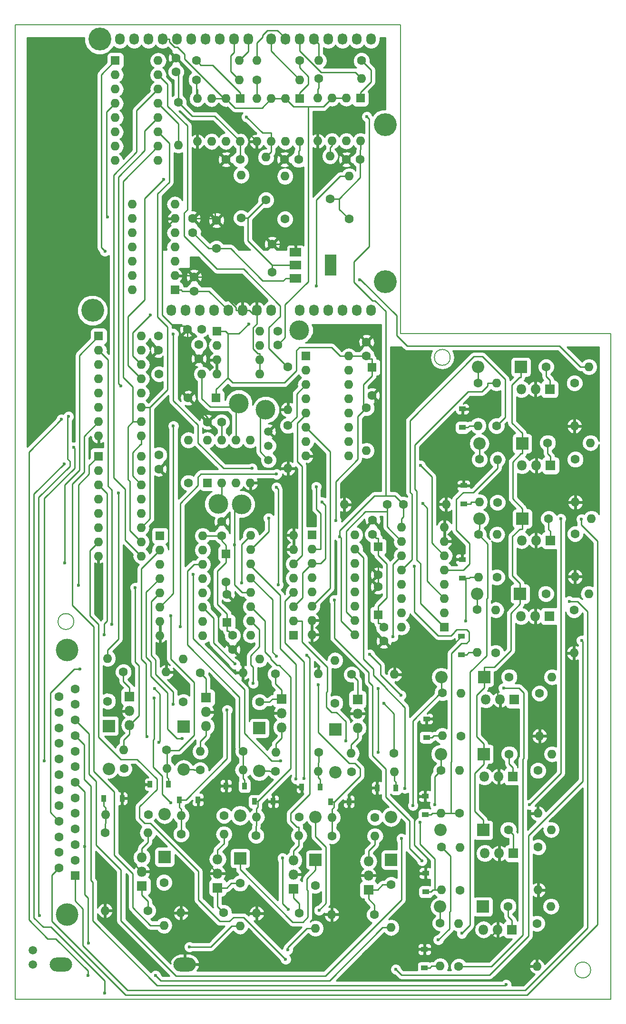
<source format=gtl>
%TF.GenerationSoftware,KiCad,Pcbnew,(2017-11-10 revision d8f4e35)-HEAD*%
%TF.CreationDate,2017-12-06T14:54:22-08:00*%
%TF.ProjectId,shield_pcb,736869656C645F7063622E6B69636164,0.1*%
%TF.SameCoordinates,Original*%
%TF.FileFunction,Copper,L1,Top,Signal*%
%TF.FilePolarity,Positive*%
%FSLAX46Y46*%
G04 Gerber Fmt 4.6, Leading zero omitted, Abs format (unit mm)*
G04 Created by KiCad (PCBNEW (2017-11-10 revision d8f4e35)-HEAD) date Wed Dec  6 14:54:22 2017*
%MOMM*%
%LPD*%
G01*
G04 APERTURE LIST*
%TA.AperFunction,NonConductor*%
%ADD10C,0.150000*%
%TD*%
%TA.AperFunction,ComponentPad*%
%ADD11O,1.727200X2.032000*%
%TD*%
%TA.AperFunction,ComponentPad*%
%ADD12R,1.600000X1.600000*%
%TD*%
%TA.AperFunction,ComponentPad*%
%ADD13O,1.600000X1.600000*%
%TD*%
%TA.AperFunction,ComponentPad*%
%ADD14C,1.600000*%
%TD*%
%TA.AperFunction,ComponentPad*%
%ADD15C,3.500120*%
%TD*%
%TA.AperFunction,ComponentPad*%
%ADD16C,4.064000*%
%TD*%
%TA.AperFunction,ComponentPad*%
%ADD17O,4.000000X2.500000*%
%TD*%
%TA.AperFunction,SMDPad,CuDef*%
%ADD18R,2.000000X1.500000*%
%TD*%
%TA.AperFunction,SMDPad,CuDef*%
%ADD19R,2.000000X3.800000*%
%TD*%
%TA.AperFunction,ComponentPad*%
%ADD20C,4.000000*%
%TD*%
%TA.AperFunction,ComponentPad*%
%ADD21O,2.200000X2.200000*%
%TD*%
%TA.AperFunction,ComponentPad*%
%ADD22R,2.200000X2.200000*%
%TD*%
%TA.AperFunction,ComponentPad*%
%ADD23R,1.800000X1.800000*%
%TD*%
%TA.AperFunction,ComponentPad*%
%ADD24O,1.800000X1.800000*%
%TD*%
%TA.AperFunction,SMDPad,CuDef*%
%ADD25R,0.900000X1.200000*%
%TD*%
%TA.AperFunction,SMDPad,CuDef*%
%ADD26R,1.200000X0.900000*%
%TD*%
%TA.AperFunction,ComponentPad*%
%ADD27C,1.500000*%
%TD*%
%TA.AperFunction,ViaPad*%
%ADD28C,0.600000*%
%TD*%
%TA.AperFunction,Conductor*%
%ADD29C,0.250000*%
%TD*%
%TA.AperFunction,Conductor*%
%ADD30C,0.254000*%
%TD*%
G04 APERTURE END LIST*
D10*
X54414214Y-123000000D02*
G75*
G03X54414214Y-123000000I-1414214J0D01*
G01*
X121414214Y-76000000D02*
G75*
G03X121414214Y-76000000I-1414214J0D01*
G01*
X146414214Y-185000000D02*
G75*
G03X146414214Y-185000000I-1414214J0D01*
G01*
X150000000Y-71800000D02*
X150000000Y-190200000D01*
X112600000Y-71800000D02*
X150000000Y-71800000D01*
X44000000Y-190200000D02*
X44000000Y-16800000D01*
X112600000Y-71800000D02*
X112600000Y-16800000D01*
X112600000Y-16800000D02*
X44000000Y-16800000D01*
X44000000Y-190200000D02*
X150000000Y-190200000D01*
D11*
%TO.P,P4,1*%
%TO.N,/7*%
X89518000Y-19365000D03*
%TO.P,P4,2*%
%TO.N,/6(\002A\002A)*%
X92058000Y-19365000D03*
%TO.P,P4,3*%
%TO.N,/5(\002A\002A)*%
X94598000Y-19365000D03*
%TO.P,P4,4*%
%TO.N,/4*%
X97138000Y-19365000D03*
%TO.P,P4,5*%
%TO.N,/3(\002A\002A)*%
X99678000Y-19365000D03*
%TO.P,P4,6*%
%TO.N,/2*%
X102218000Y-19365000D03*
%TO.P,P4,7*%
%TO.N,/1(Tx)*%
X104758000Y-19365000D03*
%TO.P,P4,8*%
%TO.N,/0(Rx)*%
X107298000Y-19365000D03*
%TD*%
D12*
%TO.P,U11,1*%
%TO.N,/DB*%
X61800000Y-23200000D03*
D13*
%TO.P,U11,9*%
%TO.N,Net-(U11-Pad9)*%
X69420000Y-40980000D03*
%TO.P,U11,2*%
%TO.N,/CA*%
X61800000Y-25740000D03*
%TO.P,U11,10*%
%TO.N,/digital_input_isolation/optoisolator_with_peripherals_2/out_1*%
X69420000Y-38440000D03*
%TO.P,U11,3*%
%TO.N,/CB*%
X61800000Y-28280000D03*
%TO.P,U11,11*%
%TO.N,/digital_input_isolation/optoisolator_with_peripherals_1/out_2*%
X69420000Y-35900000D03*
%TO.P,U11,4*%
%TO.N,/DMUX_EN*%
X61800000Y-30820000D03*
%TO.P,U11,12*%
%TO.N,/digital_input_isolation/optoisolator_with_peripherals_2/out_2*%
X69420000Y-33360000D03*
%TO.P,U11,5*%
%TO.N,Net-(U11-Pad5)*%
X61800000Y-33360000D03*
%TO.P,U11,13*%
%TO.N,/digital_input_isolation/optoisolator_with_peripherals_3/out_2*%
X69420000Y-30820000D03*
%TO.P,U11,6*%
%TO.N,Net-(U11-Pad6)*%
X61800000Y-35900000D03*
%TO.P,U11,14*%
%TO.N,Net-(U10-Pad9)*%
X69420000Y-28280000D03*
%TO.P,U11,7*%
%TO.N,Net-(U11-Pad7)*%
X61800000Y-38440000D03*
%TO.P,U11,15*%
%TO.N,/DA*%
X69420000Y-25740000D03*
%TO.P,U11,8*%
%TO.N,GNDA*%
X61800000Y-40980000D03*
%TO.P,U11,16*%
%TO.N,+5VA*%
X69420000Y-23200000D03*
%TD*%
D12*
%TO.P,C13,1*%
%TO.N,+5VA*%
X108600000Y-109675000D03*
D14*
%TO.P,C13,2*%
%TO.N,GNDA*%
X108600000Y-114675000D03*
%TD*%
D12*
%TO.P,U6,1*%
%TO.N,/13-*%
X120371000Y-123984000D03*
D13*
%TO.P,U6,9*%
%TO.N,/CB*%
X112751000Y-106204000D03*
%TO.P,U6,2*%
%TO.N,/15-*%
X120371000Y-121444000D03*
%TO.P,U6,10*%
%TO.N,/CA*%
X112751000Y-108744000D03*
%TO.P,U6,3*%
%TO.N,Net-(J4-Pad1)*%
X120371000Y-118904000D03*
%TO.P,U6,11*%
%TO.N,/16+*%
X112751000Y-111284000D03*
%TO.P,U6,4*%
%TO.N,/16-*%
X120371000Y-116364000D03*
%TO.P,U6,12*%
%TO.N,/13+*%
X112751000Y-113824000D03*
%TO.P,U6,5*%
%TO.N,/14-*%
X120371000Y-113824000D03*
%TO.P,U6,13*%
%TO.N,Net-(J7-Pad1)*%
X112751000Y-116364000D03*
%TO.P,U6,6*%
%TO.N,Net-(U2-Pad7)*%
X120371000Y-111284000D03*
%TO.P,U6,14*%
%TO.N,/14+*%
X112751000Y-118904000D03*
%TO.P,U6,7*%
%TO.N,GNDA*%
X120371000Y-108744000D03*
%TO.P,U6,15*%
%TO.N,/15+*%
X112751000Y-121444000D03*
%TO.P,U6,8*%
%TO.N,GNDA*%
X120371000Y-106204000D03*
%TO.P,U6,16*%
%TO.N,+5VA*%
X112751000Y-123984000D03*
%TD*%
D15*
%TO.P,J8,1*%
%TO.N,Net-(J8-Pad1)*%
X88550000Y-85325000D03*
%TD*%
D14*
%TO.P,C14,2*%
%TO.N,GNDA*%
X81525000Y-115925000D03*
D12*
%TO.P,C14,1*%
%TO.N,+5VA*%
X81525000Y-110925000D03*
%TD*%
%TO.P,U13,1*%
%TO.N,Net-(R83-Pad1)*%
X94598000Y-29965000D03*
D13*
%TO.P,U13,5*%
%TO.N,GNDA*%
X86978000Y-37585000D03*
%TO.P,U13,2*%
%TO.N,GND*%
X92058000Y-29965000D03*
%TO.P,U13,6*%
%TO.N,/digital_input_isolation/optoisolator_with_peripherals_2/out_2*%
X89518000Y-37585000D03*
%TO.P,U13,3*%
%TO.N,GND*%
X89518000Y-29965000D03*
%TO.P,U13,7*%
%TO.N,/digital_input_isolation/optoisolator_with_peripherals_2/out_1*%
X92058000Y-37585000D03*
%TO.P,U13,4*%
%TO.N,Net-(R84-Pad1)*%
X86978000Y-29965000D03*
%TO.P,U13,8*%
%TO.N,+5VA*%
X94598000Y-37585000D03*
%TD*%
D14*
%TO.P,C24,2*%
%TO.N,GNDA*%
X91900000Y-40800000D03*
%TO.P,C24,1*%
%TO.N,+5VA*%
X94400000Y-40800000D03*
%TD*%
D11*
%TO.P,P1,1*%
%TO.N,Net-(P1-Pad1)*%
X71738000Y-67625000D03*
%TO.P,P1,2*%
%TO.N,Net-(P1-Pad2)*%
X74278000Y-67625000D03*
%TO.P,P1,3*%
%TO.N,Net-(P1-Pad3)*%
X76818000Y-67625000D03*
%TO.P,P1,4*%
%TO.N,Net-(P1-Pad4)*%
X79358000Y-67625000D03*
%TO.P,P1,5*%
%TO.N,+5V*%
X81898000Y-67625000D03*
%TO.P,P1,6*%
%TO.N,GND*%
X84438000Y-67625000D03*
%TO.P,P1,7*%
X86978000Y-67625000D03*
%TO.P,P1,8*%
%TO.N,/Vin*%
X89518000Y-67625000D03*
%TD*%
%TO.P,P2,1*%
%TO.N,/A0*%
X94598000Y-67625000D03*
%TO.P,P2,2*%
%TO.N,/A1*%
X97138000Y-67625000D03*
%TO.P,P2,3*%
%TO.N,/A2*%
X99678000Y-67625000D03*
%TO.P,P2,4*%
%TO.N,/A3*%
X102218000Y-67625000D03*
%TO.P,P2,5*%
%TO.N,/A4(SDA)*%
X104758000Y-67625000D03*
%TO.P,P2,6*%
%TO.N,/A5(SCL)*%
X107298000Y-67625000D03*
%TD*%
%TO.P,P3,1*%
%TO.N,Net-(P3-Pad1)*%
X62594000Y-19365000D03*
%TO.P,P3,2*%
%TO.N,Net-(P3-Pad2)*%
X65134000Y-19365000D03*
%TO.P,P3,3*%
%TO.N,Net-(P3-Pad3)*%
X67674000Y-19365000D03*
%TO.P,P3,4*%
%TO.N,GND*%
X70214000Y-19365000D03*
%TO.P,P3,5*%
%TO.N,/13(SCK)*%
X72754000Y-19365000D03*
%TO.P,P3,6*%
%TO.N,/12(MISO)*%
X75294000Y-19365000D03*
%TO.P,P3,7*%
%TO.N,/11(\002A\002A/MOSI)*%
X77834000Y-19365000D03*
%TO.P,P3,8*%
%TO.N,/10(\002A\002A/SS)*%
X80374000Y-19365000D03*
%TO.P,P3,9*%
%TO.N,/9(\002A\002A)*%
X82914000Y-19365000D03*
%TO.P,P3,10*%
%TO.N,/8*%
X85454000Y-19365000D03*
%TD*%
D16*
%TO.P,P5,1*%
%TO.N,Net-(P5-Pad1)*%
X57768000Y-67625000D03*
%TD*%
%TO.P,P6,1*%
%TO.N,Net-(P6-Pad1)*%
X109838000Y-62545000D03*
%TD*%
%TO.P,P7,1*%
%TO.N,Net-(P7-Pad1)*%
X59038000Y-19365000D03*
%TD*%
%TO.P,P8,1*%
%TO.N,Net-(P8-Pad1)*%
X109838000Y-34605000D03*
%TD*%
D17*
%TO.P,F1,1*%
%TO.N,GNDA*%
X74150000Y-184000000D03*
%TO.P,F1,2*%
%TO.N,Net-(F1-Pad2)*%
X52150000Y-184000000D03*
%TD*%
D14*
%TO.P,C1,1*%
%TO.N,Net-(C1-Pad1)*%
X79800000Y-56600000D03*
%TO.P,C1,2*%
%TO.N,GNDA*%
X79800000Y-51600000D03*
%TD*%
%TO.P,C2,2*%
%TO.N,GND*%
X75800000Y-61700000D03*
%TO.P,C2,1*%
%TO.N,+5V*%
X75800000Y-64200000D03*
%TD*%
%TO.P,C3,1*%
%TO.N,Net-(C1-Pad1)*%
X75600000Y-53800000D03*
%TO.P,C3,2*%
%TO.N,GNDA*%
X75600000Y-51300000D03*
%TD*%
%TO.P,C4,2*%
%TO.N,GNDA*%
X89708000Y-55815000D03*
%TO.P,C4,1*%
%TO.N,+5VA*%
X89708000Y-60815000D03*
%TD*%
D13*
%TO.P,PS1,14*%
%TO.N,Net-(PS1-Pad14)*%
X64780000Y-64000000D03*
%TO.P,PS1,7*%
%TO.N,N/C*%
X72400000Y-48760000D03*
%TO.P,PS1,13*%
X64780000Y-61460000D03*
%TO.P,PS1,6*%
%TO.N,GNDA*%
X72400000Y-51300000D03*
%TO.P,PS1,12*%
%TO.N,N/C*%
X64780000Y-58920000D03*
%TO.P,PS1,5*%
%TO.N,Net-(C1-Pad1)*%
X72400000Y-53840000D03*
%TO.P,PS1,11*%
%TO.N,N/C*%
X64780000Y-56380000D03*
%TO.P,PS1,4*%
X72400000Y-56380000D03*
%TO.P,PS1,10*%
X64780000Y-53840000D03*
%TO.P,PS1,3*%
X72400000Y-58920000D03*
%TO.P,PS1,9*%
X64780000Y-51300000D03*
%TO.P,PS1,2*%
%TO.N,GND*%
X72400000Y-61460000D03*
%TO.P,PS1,8*%
%TO.N,N/C*%
X64780000Y-48760000D03*
D12*
%TO.P,PS1,1*%
%TO.N,+5V*%
X72400000Y-64000000D03*
%TD*%
D18*
%TO.P,U1,1*%
%TO.N,GNDA*%
X93850000Y-57300000D03*
%TO.P,U1,3*%
%TO.N,Net-(C1-Pad1)*%
X93850000Y-61900000D03*
%TO.P,U1,2*%
%TO.N,+5VA*%
X93850000Y-59600000D03*
D19*
%TO.P,U1,4*%
%TO.N,N/C*%
X100150000Y-59600000D03*
%TD*%
D14*
%TO.P,C23,1*%
%TO.N,+5VA*%
X105400000Y-40800000D03*
%TO.P,C23,2*%
%TO.N,GNDA*%
X102900000Y-40800000D03*
%TD*%
%TO.P,C25,2*%
%TO.N,GNDA*%
X81500000Y-40800000D03*
%TO.P,C25,1*%
%TO.N,+5VA*%
X84000000Y-40800000D03*
%TD*%
D13*
%TO.P,U9,16*%
%TO.N,+5VA*%
X66443000Y-72210600D03*
%TO.P,U9,8*%
%TO.N,GNDA*%
X58823000Y-89990600D03*
%TO.P,U9,15*%
%TO.N,/IN1*%
X66443000Y-74750600D03*
%TO.P,U9,7*%
%TO.N,/IN8*%
X58823000Y-87450600D03*
%TO.P,U9,14*%
%TO.N,/digital_input_isolation/optoisolator_with_peripherals_1/out_1*%
X66443000Y-77290600D03*
%TO.P,U9,6*%
%TO.N,/IN7*%
X58823000Y-84910600D03*
%TO.P,U9,13*%
%TO.N,/digital_input_isolation/optoisolator_with_peripherals_3/out_1*%
X66443000Y-79830600D03*
%TO.P,U9,5*%
%TO.N,/IN6*%
X58823000Y-82370600D03*
%TO.P,U9,12*%
%TO.N,/digital_input_isolation/optoisolator_with_peripherals_2/out_2*%
X66443000Y-82370600D03*
%TO.P,U9,4*%
%TO.N,/IN5*%
X58823000Y-79830600D03*
%TO.P,U9,11*%
%TO.N,/digital_input_isolation/optoisolator_with_peripherals_1/out_2*%
X66443000Y-84910600D03*
%TO.P,U9,3*%
%TO.N,/IN4*%
X58823000Y-77290600D03*
%TO.P,U9,10*%
%TO.N,/digital_input_isolation/optoisolator_with_peripherals_2/out_1*%
X66443000Y-87450600D03*
%TO.P,U9,2*%
%TO.N,/IN3*%
X58823000Y-74750600D03*
%TO.P,U9,9*%
%TO.N,Net-(U10-Pad14)*%
X66443000Y-89990600D03*
D12*
%TO.P,U9,1*%
%TO.N,/IN2*%
X58823000Y-72210600D03*
%TD*%
%TO.P,U10,1*%
%TO.N,/IN10*%
X58778200Y-93564800D03*
D13*
%TO.P,U10,9*%
%TO.N,Net-(U10-Pad9)*%
X66398200Y-111344800D03*
%TO.P,U10,2*%
%TO.N,/IN11*%
X58778200Y-96104800D03*
%TO.P,U10,10*%
%TO.N,/digital_input_isolation/optoisolator_with_peripherals_2/out_1*%
X66398200Y-108804800D03*
%TO.P,U10,3*%
%TO.N,/IN12*%
X58778200Y-98644800D03*
%TO.P,U10,11*%
%TO.N,/digital_input_isolation/optoisolator_with_peripherals_1/out_2*%
X66398200Y-106264800D03*
%TO.P,U10,4*%
%TO.N,/IN13*%
X58778200Y-101184800D03*
%TO.P,U10,12*%
%TO.N,/digital_input_isolation/optoisolator_with_peripherals_2/out_2*%
X66398200Y-103724800D03*
%TO.P,U10,5*%
%TO.N,/IN14*%
X58778200Y-103724800D03*
%TO.P,U10,13*%
%TO.N,/digital_input_isolation/optoisolator_with_peripherals_3/out_1*%
X66398200Y-101184800D03*
%TO.P,U10,6*%
%TO.N,/IN15*%
X58778200Y-106264800D03*
%TO.P,U10,14*%
%TO.N,Net-(U10-Pad14)*%
X66398200Y-98644800D03*
%TO.P,U10,7*%
%TO.N,/IN16*%
X58778200Y-108804800D03*
%TO.P,U10,15*%
%TO.N,/IN9*%
X66398200Y-96104800D03*
%TO.P,U10,8*%
%TO.N,GNDA*%
X58778200Y-111344800D03*
%TO.P,U10,16*%
%TO.N,+5VA*%
X66398200Y-93564800D03*
%TD*%
D12*
%TO.P,U12,1*%
%TO.N,Net-(R79-Pad1)*%
X105420000Y-29890000D03*
D13*
%TO.P,U12,5*%
%TO.N,GNDA*%
X97800000Y-37510000D03*
%TO.P,U12,2*%
%TO.N,GND*%
X102880000Y-29890000D03*
%TO.P,U12,6*%
%TO.N,/digital_input_isolation/optoisolator_with_peripherals_1/out_2*%
X100340000Y-37510000D03*
%TO.P,U12,3*%
%TO.N,GND*%
X100340000Y-29890000D03*
%TO.P,U12,7*%
%TO.N,/digital_input_isolation/optoisolator_with_peripherals_1/out_1*%
X102880000Y-37510000D03*
%TO.P,U12,4*%
%TO.N,Net-(R80-Pad1)*%
X97800000Y-29890000D03*
%TO.P,U12,8*%
%TO.N,+5VA*%
X105420000Y-37510000D03*
%TD*%
D12*
%TO.P,U14,1*%
%TO.N,Net-(R87-Pad1)*%
X83998000Y-29965000D03*
D13*
%TO.P,U14,5*%
%TO.N,GNDA*%
X76378000Y-37585000D03*
%TO.P,U14,2*%
%TO.N,GND*%
X81458000Y-29965000D03*
%TO.P,U14,6*%
%TO.N,/digital_input_isolation/optoisolator_with_peripherals_3/out_2*%
X78918000Y-37585000D03*
%TO.P,U14,3*%
%TO.N,GND*%
X78918000Y-29965000D03*
%TO.P,U14,7*%
%TO.N,/digital_input_isolation/optoisolator_with_peripherals_3/out_1*%
X81458000Y-37585000D03*
%TO.P,U14,4*%
%TO.N,Net-(R88-Pad1)*%
X76378000Y-29965000D03*
%TO.P,U14,8*%
%TO.N,+5VA*%
X83998000Y-37585000D03*
%TD*%
D20*
%TO.P,J1,0*%
%TO.N,N/C*%
X53230000Y-175155000D03*
X53230000Y-128055000D03*
D14*
%TO.P,J1,25*%
%TO.N,/F3*%
X51810000Y-136370000D03*
%TO.P,J1,24*%
%TO.N,/F7*%
X51810000Y-139140000D03*
%TO.P,J1,23*%
%TO.N,/F11*%
X51810000Y-141910000D03*
%TO.P,J1,22*%
%TO.N,/F15*%
X51810000Y-144680000D03*
%TO.P,J1,21*%
%TO.N,Net-(J1-Pad21)*%
X51810000Y-147450000D03*
%TO.P,J1,20*%
%TO.N,Net-(J1-Pad20)*%
X51810000Y-150220000D03*
%TO.P,J1,19*%
%TO.N,Net-(J1-Pad19)*%
X51810000Y-152990000D03*
%TO.P,J1,18*%
%TO.N,Net-(J1-Pad18)*%
X51810000Y-155760000D03*
%TO.P,J1,17*%
%TO.N,/F2*%
X51810000Y-158530000D03*
%TO.P,J1,16*%
%TO.N,/F6*%
X51810000Y-161300000D03*
%TO.P,J1,15*%
%TO.N,/F10*%
X51810000Y-164070000D03*
%TO.P,J1,14*%
%TO.N,/F14*%
X51810000Y-166840000D03*
%TO.P,J1,13*%
%TO.N,/F1*%
X54650000Y-134985000D03*
%TO.P,J1,12*%
%TO.N,/F5*%
X54650000Y-137755000D03*
%TO.P,J1,11*%
%TO.N,/F9*%
X54650000Y-140525000D03*
%TO.P,J1,10*%
%TO.N,/F13*%
X54650000Y-143295000D03*
%TO.P,J1,9*%
%TO.N,Net-(J1-Pad9)*%
X54650000Y-146065000D03*
%TO.P,J1,8*%
%TO.N,Net-(J1-Pad8)*%
X54650000Y-148835000D03*
%TO.P,J1,7*%
%TO.N,HV*%
X54650000Y-151605000D03*
%TO.P,J1,6*%
%TO.N,Net-(J1-Pad6)*%
X54650000Y-154375000D03*
%TO.P,J1,5*%
%TO.N,Net-(J1-Pad5)*%
X54650000Y-157145000D03*
%TO.P,J1,4*%
%TO.N,/F4*%
X54650000Y-159915000D03*
%TO.P,J1,3*%
%TO.N,/F8*%
X54650000Y-162685000D03*
%TO.P,J1,2*%
%TO.N,/F12*%
X54650000Y-165455000D03*
D12*
%TO.P,J1,1*%
%TO.N,/F16*%
X54650000Y-168225000D03*
%TD*%
D14*
%TO.P,C5,2*%
%TO.N,GNDA*%
X106500000Y-73275000D03*
%TO.P,C5,1*%
%TO.N,+5VA*%
X106500000Y-75775000D03*
%TD*%
%TO.P,C6,2*%
%TO.N,GNDA*%
X107500000Y-82775000D03*
D12*
%TO.P,C6,1*%
%TO.N,+5VA*%
X107500000Y-77775000D03*
%TD*%
D14*
%TO.P,C7,1*%
%TO.N,+5VA*%
X109571000Y-123984000D03*
%TO.P,C7,2*%
%TO.N,GNDA*%
X109571000Y-126484000D03*
%TD*%
%TO.P,C8,1*%
%TO.N,+5VA*%
X82650000Y-125475000D03*
%TO.P,C8,2*%
%TO.N,GNDA*%
X82650000Y-127975000D03*
%TD*%
%TO.P,C9,2*%
%TO.N,GNDA*%
X107600000Y-104975000D03*
%TO.P,C9,1*%
%TO.N,+5VA*%
X107600000Y-107475000D03*
%TD*%
%TO.P,C10,2*%
%TO.N,GNDA*%
X80725000Y-105225000D03*
%TO.P,C10,1*%
%TO.N,+5VA*%
X80725000Y-107725000D03*
%TD*%
D12*
%TO.P,C11,1*%
%TO.N,+5VA*%
X108575000Y-121800000D03*
D14*
%TO.P,C11,2*%
%TO.N,GNDA*%
X108575000Y-116800000D03*
%TD*%
%TO.P,C12,2*%
%TO.N,GNDA*%
X81694200Y-118182000D03*
D12*
%TO.P,C12,1*%
%TO.N,+5VA*%
X81694200Y-123182000D03*
%TD*%
D14*
%TO.P,C15,2*%
%TO.N,GNDA*%
X78200000Y-87525000D03*
%TO.P,C15,1*%
%TO.N,+5VA*%
X80700000Y-87525000D03*
%TD*%
D12*
%TO.P,C16,1*%
%TO.N,+5VA*%
X79750000Y-83225000D03*
D14*
%TO.P,C16,2*%
%TO.N,GNDA*%
X74750000Y-83225000D03*
%TD*%
%TO.P,C17,2*%
%TO.N,GNDA*%
X76650000Y-76225000D03*
%TO.P,C17,1*%
%TO.N,Net-(C17-Pad1)*%
X76650000Y-73725000D03*
%TD*%
%TO.P,C18,1*%
%TO.N,+5VA*%
X77150000Y-71000000D03*
%TO.P,C18,2*%
%TO.N,GNDA*%
X74650000Y-71000000D03*
%TD*%
%TO.P,C19,1*%
%TO.N,GND*%
X90700000Y-73800000D03*
%TO.P,C19,2*%
%TO.N,+5V*%
X90700000Y-71300000D03*
%TD*%
%TO.P,C20,1*%
%TO.N,+5VA*%
X69423000Y-72210600D03*
%TO.P,C20,2*%
%TO.N,GNDA*%
X69423000Y-74710600D03*
%TD*%
%TO.P,C21,2*%
%TO.N,GNDA*%
X69578200Y-95864800D03*
%TO.P,C21,1*%
%TO.N,+5VA*%
X69578200Y-93364800D03*
%TD*%
%TO.P,C22,1*%
%TO.N,+5VA*%
X72600000Y-25200000D03*
%TO.P,C22,2*%
%TO.N,GNDA*%
X72600000Y-22700000D03*
%TD*%
D21*
%TO.P,D1,2*%
%TO.N,/F2*%
X73942400Y-149359000D03*
D22*
%TO.P,D1,1*%
%TO.N,HV*%
X73942400Y-141739000D03*
%TD*%
%TO.P,D3,1*%
%TO.N,HV*%
X100940000Y-142194000D03*
D21*
%TO.P,D3,2*%
%TO.N,/F4*%
X100940000Y-149814000D03*
%TD*%
%TO.P,D5,2*%
%TO.N,/F6*%
X97446900Y-157758000D03*
D22*
%TO.P,D5,1*%
%TO.N,HV*%
X97446900Y-165378000D03*
%TD*%
D21*
%TO.P,D7,2*%
%TO.N,/F8*%
X70546900Y-157258000D03*
D22*
%TO.P,D7,1*%
%TO.N,HV*%
X70546900Y-164878000D03*
%TD*%
D21*
%TO.P,D9,2*%
%TO.N,/F10*%
X119735000Y-146574000D03*
D22*
%TO.P,D9,1*%
%TO.N,HV*%
X127355000Y-146574000D03*
%TD*%
%TO.P,D11,1*%
%TO.N,HV*%
X133833000Y-118058000D03*
D21*
%TO.P,D11,2*%
%TO.N,/F16*%
X126213000Y-118058000D03*
%TD*%
%TO.P,D13,2*%
%TO.N,/F3*%
X87427500Y-149600000D03*
D22*
%TO.P,D13,1*%
%TO.N,HV*%
X87427500Y-141980000D03*
%TD*%
D21*
%TO.P,D15,2*%
%TO.N,/F5*%
X110880000Y-157769000D03*
D22*
%TO.P,D15,1*%
%TO.N,HV*%
X110880000Y-165389000D03*
%TD*%
%TO.P,D17,1*%
%TO.N,HV*%
X83995700Y-165125000D03*
D21*
%TO.P,D17,2*%
%TO.N,/F7*%
X83995700Y-157505000D03*
%TD*%
D22*
%TO.P,D19,1*%
%TO.N,HV*%
X127424000Y-132908000D03*
D21*
%TO.P,D19,2*%
%TO.N,/F9*%
X119804000Y-132908000D03*
%TD*%
D22*
%TO.P,D21,1*%
%TO.N,HV*%
X127264000Y-160109000D03*
D21*
%TO.P,D21,2*%
%TO.N,/F11*%
X119644000Y-160109000D03*
%TD*%
%TO.P,D23,2*%
%TO.N,/F13*%
X126346000Y-77721600D03*
D22*
%TO.P,D23,1*%
%TO.N,HV*%
X133966000Y-77721600D03*
%TD*%
%TO.P,D25,1*%
%TO.N,HV*%
X134225000Y-104705000D03*
D21*
%TO.P,D25,2*%
%TO.N,/F15*%
X126605000Y-104705000D03*
%TD*%
D22*
%TO.P,D27,1*%
%TO.N,HV*%
X60632300Y-141571000D03*
D21*
%TO.P,D27,2*%
%TO.N,/F1*%
X60632300Y-149191000D03*
%TD*%
D22*
%TO.P,D29,1*%
%TO.N,HV*%
X134207000Y-91302700D03*
D21*
%TO.P,D29,2*%
%TO.N,/F14*%
X126587000Y-91302700D03*
%TD*%
D22*
%TO.P,D31,1*%
%TO.N,HV*%
X127224000Y-173741000D03*
D21*
%TO.P,D31,2*%
%TO.N,/F12*%
X119604000Y-173741000D03*
%TD*%
D23*
%TO.P,Q1,1*%
%TO.N,Net-(Q1-Pad1)*%
X77944900Y-136564000D03*
D24*
%TO.P,Q1,2*%
%TO.N,GNDA*%
X77944900Y-139104000D03*
%TO.P,Q1,3*%
%TO.N,/2-*%
X77944900Y-141644000D03*
%TD*%
%TO.P,Q2,3*%
%TO.N,/4-*%
X104920000Y-141934000D03*
%TO.P,Q2,2*%
%TO.N,GNDA*%
X104920000Y-139394000D03*
D23*
%TO.P,Q2,1*%
%TO.N,Net-(Q2-Pad1)*%
X104920000Y-136854000D03*
%TD*%
%TO.P,Q3,1*%
%TO.N,Net-(Q3-Pad1)*%
X93504400Y-170533000D03*
D24*
%TO.P,Q3,2*%
%TO.N,GNDA*%
X93504400Y-167993000D03*
%TO.P,Q3,3*%
%TO.N,/6-*%
X93504400Y-165453000D03*
%TD*%
%TO.P,Q4,3*%
%TO.N,/8-*%
X66514400Y-164963000D03*
%TO.P,Q4,2*%
%TO.N,GNDA*%
X66514400Y-167503000D03*
D23*
%TO.P,Q4,1*%
%TO.N,Net-(Q4-Pad1)*%
X66514400Y-170043000D03*
%TD*%
D24*
%TO.P,Q5,3*%
%TO.N,/10-*%
X127480000Y-150586000D03*
%TO.P,Q5,2*%
%TO.N,GNDA*%
X130020000Y-150586000D03*
D23*
%TO.P,Q5,1*%
%TO.N,Net-(Q5-Pad1)*%
X132560000Y-150586000D03*
%TD*%
D24*
%TO.P,Q6,3*%
%TO.N,/16-*%
X133998000Y-122060000D03*
%TO.P,Q6,2*%
%TO.N,GNDA*%
X136538000Y-122060000D03*
D23*
%TO.P,Q6,1*%
%TO.N,Net-(Q6-Pad1)*%
X139078000Y-122060000D03*
%TD*%
%TO.P,Q7,1*%
%TO.N,Net-(Q7-Pad1)*%
X91400000Y-136765000D03*
D24*
%TO.P,Q7,2*%
%TO.N,GNDA*%
X91400000Y-139305000D03*
%TO.P,Q7,3*%
%TO.N,/3-*%
X91400000Y-141845000D03*
%TD*%
%TO.P,Q8,3*%
%TO.N,/5-*%
X106858000Y-165654000D03*
%TO.P,Q8,2*%
%TO.N,GNDA*%
X106858000Y-168194000D03*
D23*
%TO.P,Q8,1*%
%TO.N,Net-(Q8-Pad1)*%
X106858000Y-170734000D03*
%TD*%
%TO.P,Q9,1*%
%TO.N,Net-(Q9-Pad1)*%
X79993200Y-170360000D03*
D24*
%TO.P,Q9,2*%
%TO.N,GNDA*%
X79993200Y-167820000D03*
%TO.P,Q9,3*%
%TO.N,/7-*%
X79993200Y-165280000D03*
%TD*%
D23*
%TO.P,Q10,1*%
%TO.N,Net-(Q10-Pad1)*%
X132814000Y-136888000D03*
D24*
%TO.P,Q10,2*%
%TO.N,GNDA*%
X130274000Y-136888000D03*
%TO.P,Q10,3*%
%TO.N,/9-*%
X127734000Y-136888000D03*
%TD*%
D23*
%TO.P,Q11,1*%
%TO.N,Net-(Q11-Pad1)*%
X132654000Y-164239000D03*
D24*
%TO.P,Q11,2*%
%TO.N,GNDA*%
X130114000Y-164239000D03*
%TO.P,Q11,3*%
%TO.N,/11-*%
X127574000Y-164239000D03*
%TD*%
%TO.P,Q12,3*%
%TO.N,/13-*%
X134026000Y-81651600D03*
%TO.P,Q12,2*%
%TO.N,GNDA*%
X136566000Y-81651600D03*
D23*
%TO.P,Q12,1*%
%TO.N,Net-(Q12-Pad1)*%
X139106000Y-81651600D03*
%TD*%
D24*
%TO.P,Q13,3*%
%TO.N,/15-*%
X134110000Y-108557000D03*
%TO.P,Q13,2*%
%TO.N,GNDA*%
X136650000Y-108557000D03*
D23*
%TO.P,Q13,1*%
%TO.N,Net-(Q13-Pad1)*%
X139190000Y-108557000D03*
%TD*%
%TO.P,Q14,1*%
%TO.N,Net-(Q14-Pad1)*%
X64332300Y-136371000D03*
D24*
%TO.P,Q14,2*%
%TO.N,GNDA*%
X64332300Y-138911000D03*
%TO.P,Q14,3*%
%TO.N,/1-*%
X64332300Y-141451000D03*
%TD*%
%TO.P,Q15,3*%
%TO.N,/14-*%
X134182000Y-95235200D03*
%TO.P,Q15,2*%
%TO.N,GNDA*%
X136722000Y-95235200D03*
D23*
%TO.P,Q15,1*%
%TO.N,Net-(Q15-Pad1)*%
X139262000Y-95235200D03*
%TD*%
D24*
%TO.P,Q16,3*%
%TO.N,/12-*%
X127334000Y-177821000D03*
%TO.P,Q16,2*%
%TO.N,GNDA*%
X129874000Y-177821000D03*
D23*
%TO.P,Q16,1*%
%TO.N,Net-(Q16-Pad1)*%
X132414000Y-177821000D03*
%TD*%
D14*
%TO.P,R1,1*%
%TO.N,/DB*%
X92500000Y-88125000D03*
D13*
%TO.P,R1,2*%
%TO.N,GNDA*%
X92500000Y-95745000D03*
%TD*%
%TO.P,R2,2*%
%TO.N,/DMUX_EN*%
X106500000Y-92595000D03*
D14*
%TO.P,R2,1*%
%TO.N,+5VA*%
X106500000Y-84975000D03*
%TD*%
%TO.P,R4,1*%
%TO.N,/DA*%
X92500000Y-77675000D03*
D13*
%TO.P,R4,2*%
%TO.N,GNDA*%
X92500000Y-85295000D03*
%TD*%
D14*
%TO.P,R5,1*%
%TO.N,/CB*%
X113050000Y-102150000D03*
D13*
%TO.P,R5,2*%
%TO.N,GNDA*%
X120670000Y-102150000D03*
%TD*%
%TO.P,R6,2*%
%TO.N,GNDA*%
X102555000Y-102175000D03*
D14*
%TO.P,R6,1*%
%TO.N,/CA*%
X110175000Y-102175000D03*
%TD*%
%TO.P,R7,1*%
%TO.N,Net-(R7-Pad1)*%
X74800000Y-98325000D03*
D13*
%TO.P,R7,2*%
%TO.N,Net-(R7-Pad2)*%
X74800000Y-90705000D03*
%TD*%
D14*
%TO.P,R8,1*%
%TO.N,Net-(C17-Pad1)*%
X69575000Y-78975000D03*
D13*
%TO.P,R8,2*%
%TO.N,Net-(J10-Pad1)*%
X77195000Y-78975000D03*
%TD*%
D14*
%TO.P,R9,1*%
%TO.N,Net-(Q1-Pad1)*%
X73892400Y-137289000D03*
D13*
%TO.P,R9,2*%
%TO.N,/IN2*%
X73892400Y-129669000D03*
%TD*%
%TO.P,R10,2*%
%TO.N,GNDA*%
X84512400Y-132089000D03*
D14*
%TO.P,R10,1*%
%TO.N,Net-(Q1-Pad1)*%
X76892400Y-132089000D03*
%TD*%
%TO.P,R11,1*%
%TO.N,/F2*%
X76892400Y-149389000D03*
D13*
%TO.P,R11,2*%
%TO.N,/2+*%
X84512400Y-149389000D03*
%TD*%
%TO.P,R12,2*%
%TO.N,/2-*%
X76922400Y-146089000D03*
D14*
%TO.P,R12,1*%
%TO.N,/2+*%
X84542400Y-146089000D03*
%TD*%
D13*
%TO.P,R13,2*%
%TO.N,/IN4*%
X100908000Y-129899000D03*
D14*
%TO.P,R13,1*%
%TO.N,Net-(Q2-Pad1)*%
X100908000Y-137519000D03*
%TD*%
D13*
%TO.P,R14,2*%
%TO.N,GNDA*%
X111478000Y-132419000D03*
D14*
%TO.P,R14,1*%
%TO.N,Net-(Q2-Pad1)*%
X103858000Y-132419000D03*
%TD*%
D13*
%TO.P,R15,2*%
%TO.N,/4+*%
X111428000Y-149769000D03*
D14*
%TO.P,R15,1*%
%TO.N,/F4*%
X103808000Y-149769000D03*
%TD*%
%TO.P,R16,1*%
%TO.N,/4+*%
X111408000Y-146419000D03*
D13*
%TO.P,R16,2*%
%TO.N,/4-*%
X103788000Y-146419000D03*
%TD*%
D14*
%TO.P,R17,1*%
%TO.N,Net-(Q3-Pad1)*%
X97396900Y-169978000D03*
D13*
%TO.P,R17,2*%
%TO.N,/IN6*%
X97396900Y-177598000D03*
%TD*%
%TO.P,R18,2*%
%TO.N,GNDA*%
X86926900Y-174928000D03*
D14*
%TO.P,R18,1*%
%TO.N,Net-(Q3-Pad1)*%
X94546900Y-174928000D03*
%TD*%
%TO.P,R19,1*%
%TO.N,/F6*%
X94546900Y-157778000D03*
D13*
%TO.P,R19,2*%
%TO.N,/6+*%
X86926900Y-157778000D03*
%TD*%
%TO.P,R20,2*%
%TO.N,/6-*%
X94466900Y-161078000D03*
D14*
%TO.P,R20,1*%
%TO.N,/6+*%
X86846900Y-161078000D03*
%TD*%
D13*
%TO.P,R21,2*%
%TO.N,/IN8*%
X70446900Y-177048000D03*
D14*
%TO.P,R21,1*%
%TO.N,Net-(Q4-Pad1)*%
X70446900Y-169428000D03*
%TD*%
%TO.P,R22,1*%
%TO.N,Net-(Q4-Pad1)*%
X67596900Y-174428000D03*
D13*
%TO.P,R22,2*%
%TO.N,GNDA*%
X59976900Y-174428000D03*
%TD*%
D14*
%TO.P,R23,1*%
%TO.N,/F8*%
X67646900Y-157328000D03*
D13*
%TO.P,R23,2*%
%TO.N,/8+*%
X60026900Y-157328000D03*
%TD*%
%TO.P,R24,2*%
%TO.N,/8-*%
X67566900Y-160578000D03*
D14*
%TO.P,R24,1*%
%TO.N,/8+*%
X59946900Y-160578000D03*
%TD*%
%TO.P,R25,1*%
%TO.N,Net-(Q5-Pad1)*%
X131905000Y-146574000D03*
D13*
%TO.P,R25,2*%
%TO.N,/IN10*%
X139525000Y-146574000D03*
%TD*%
%TO.P,R26,2*%
%TO.N,GNDA*%
X137005000Y-157144000D03*
D14*
%TO.P,R26,1*%
%TO.N,Net-(Q5-Pad1)*%
X137005000Y-149524000D03*
%TD*%
%TO.P,R27,1*%
%TO.N,/F10*%
X119755000Y-149474000D03*
D13*
%TO.P,R27,2*%
%TO.N,/10+*%
X119755000Y-157094000D03*
%TD*%
D14*
%TO.P,R28,1*%
%TO.N,/10+*%
X123055000Y-157124000D03*
D13*
%TO.P,R28,2*%
%TO.N,/10-*%
X123055000Y-149504000D03*
%TD*%
%TO.P,R29,2*%
%TO.N,/IN16*%
X146053000Y-118058000D03*
D14*
%TO.P,R29,1*%
%TO.N,Net-(Q6-Pad1)*%
X138433000Y-118058000D03*
%TD*%
%TO.P,R30,1*%
%TO.N,Net-(Q6-Pad1)*%
X143433000Y-120958000D03*
D13*
%TO.P,R30,2*%
%TO.N,GNDA*%
X143433000Y-128578000D03*
%TD*%
D14*
%TO.P,R31,1*%
%TO.N,/F16*%
X126233000Y-120908000D03*
D13*
%TO.P,R31,2*%
%TO.N,/16+*%
X126233000Y-128528000D03*
%TD*%
%TO.P,R32,2*%
%TO.N,/16-*%
X129533000Y-120938000D03*
D14*
%TO.P,R32,1*%
%TO.N,/16+*%
X129533000Y-128558000D03*
%TD*%
D13*
%TO.P,R33,2*%
%TO.N,/IN3*%
X87477500Y-129710000D03*
D14*
%TO.P,R33,1*%
%TO.N,Net-(Q7-Pad1)*%
X87477500Y-137330000D03*
%TD*%
%TO.P,R34,1*%
%TO.N,Net-(Q7-Pad1)*%
X90327500Y-132330000D03*
D13*
%TO.P,R34,2*%
%TO.N,GNDA*%
X97947500Y-132330000D03*
%TD*%
D14*
%TO.P,R35,1*%
%TO.N,/F3*%
X90327500Y-149630000D03*
D13*
%TO.P,R35,2*%
%TO.N,/3+*%
X97947500Y-149630000D03*
%TD*%
%TO.P,R36,2*%
%TO.N,/3-*%
X90357500Y-146280000D03*
D14*
%TO.P,R36,1*%
%TO.N,/3+*%
X97977500Y-146280000D03*
%TD*%
D13*
%TO.P,R37,2*%
%TO.N,/IN5*%
X110880000Y-177459000D03*
D14*
%TO.P,R37,1*%
%TO.N,Net-(Q8-Pad1)*%
X110880000Y-169839000D03*
%TD*%
%TO.P,R38,1*%
%TO.N,Net-(Q8-Pad1)*%
X107930000Y-175139000D03*
D13*
%TO.P,R38,2*%
%TO.N,GNDA*%
X100310000Y-175139000D03*
%TD*%
D14*
%TO.P,R39,1*%
%TO.N,/F5*%
X108030000Y-157839000D03*
D13*
%TO.P,R39,2*%
%TO.N,/5+*%
X100410000Y-157839000D03*
%TD*%
D14*
%TO.P,R40,1*%
%TO.N,/5+*%
X100380000Y-161139000D03*
D13*
%TO.P,R40,2*%
%TO.N,/5-*%
X108000000Y-161139000D03*
%TD*%
%TO.P,R41,2*%
%TO.N,/IN7*%
X83995700Y-177195000D03*
D14*
%TO.P,R41,1*%
%TO.N,Net-(Q9-Pad1)*%
X83995700Y-169575000D03*
%TD*%
%TO.P,R42,1*%
%TO.N,Net-(Q9-Pad1)*%
X81095700Y-174825000D03*
D13*
%TO.P,R42,2*%
%TO.N,GNDA*%
X73475700Y-174825000D03*
%TD*%
%TO.P,R43,2*%
%TO.N,/7+*%
X73525700Y-157525000D03*
D14*
%TO.P,R43,1*%
%TO.N,/F7*%
X81145700Y-157525000D03*
%TD*%
%TO.P,R44,1*%
%TO.N,/7+*%
X73495700Y-160825000D03*
D13*
%TO.P,R44,2*%
%TO.N,/7-*%
X81115700Y-160825000D03*
%TD*%
%TO.P,R45,2*%
%TO.N,/IN9*%
X139509000Y-132865000D03*
D14*
%TO.P,R45,1*%
%TO.N,Net-(Q10-Pad1)*%
X131889000Y-132865000D03*
%TD*%
%TO.P,R46,1*%
%TO.N,Net-(Q10-Pad1)*%
X137289000Y-135765000D03*
D13*
%TO.P,R46,2*%
%TO.N,GNDA*%
X137289000Y-143385000D03*
%TD*%
%TO.P,R47,2*%
%TO.N,/9+*%
X119989000Y-143335000D03*
D14*
%TO.P,R47,1*%
%TO.N,/F9*%
X119989000Y-135715000D03*
%TD*%
D13*
%TO.P,R48,2*%
%TO.N,/9-*%
X123289000Y-135795000D03*
D14*
%TO.P,R48,1*%
%TO.N,/9+*%
X123289000Y-143415000D03*
%TD*%
%TO.P,R49,1*%
%TO.N,Net-(Q11-Pad1)*%
X131739000Y-160036000D03*
D13*
%TO.P,R49,2*%
%TO.N,/IN11*%
X139359000Y-160036000D03*
%TD*%
D14*
%TO.P,R50,1*%
%TO.N,Net-(Q11-Pad1)*%
X137039000Y-163136000D03*
D13*
%TO.P,R50,2*%
%TO.N,GNDA*%
X137039000Y-170756000D03*
%TD*%
D14*
%TO.P,R51,1*%
%TO.N,/F11*%
X119839000Y-163136000D03*
D13*
%TO.P,R51,2*%
%TO.N,/11+*%
X119839000Y-170756000D03*
%TD*%
%TO.P,R52,2*%
%TO.N,/11-*%
X123139000Y-163166000D03*
D14*
%TO.P,R52,1*%
%TO.N,/11+*%
X123139000Y-170786000D03*
%TD*%
D13*
%TO.P,R53,2*%
%TO.N,/IN13*%
X146091000Y-77679100D03*
D14*
%TO.P,R53,1*%
%TO.N,Net-(Q12-Pad1)*%
X138471000Y-77679100D03*
%TD*%
%TO.P,R54,1*%
%TO.N,Net-(Q12-Pad1)*%
X143521000Y-80579100D03*
D13*
%TO.P,R54,2*%
%TO.N,GNDA*%
X143521000Y-88199100D03*
%TD*%
D14*
%TO.P,R55,1*%
%TO.N,/F13*%
X126371000Y-80529100D03*
D13*
%TO.P,R55,2*%
%TO.N,/13+*%
X126371000Y-88149100D03*
%TD*%
%TO.P,R56,2*%
%TO.N,/13-*%
X129621000Y-80559100D03*
D14*
%TO.P,R56,1*%
%TO.N,/13+*%
X129621000Y-88179100D03*
%TD*%
%TO.P,R57,1*%
%TO.N,Net-(Q13-Pad1)*%
X138925000Y-104705000D03*
D13*
%TO.P,R57,2*%
%TO.N,/IN15*%
X146545000Y-104705000D03*
%TD*%
%TO.P,R58,2*%
%TO.N,GNDA*%
X143625000Y-115025000D03*
D14*
%TO.P,R58,1*%
%TO.N,Net-(Q13-Pad1)*%
X143625000Y-107405000D03*
%TD*%
D13*
%TO.P,R59,2*%
%TO.N,/15+*%
X126425000Y-115125000D03*
D14*
%TO.P,R59,1*%
%TO.N,/F15*%
X126425000Y-107505000D03*
%TD*%
%TO.P,R60,1*%
%TO.N,/15+*%
X129725000Y-115105000D03*
D13*
%TO.P,R60,2*%
%TO.N,/15-*%
X129725000Y-107485000D03*
%TD*%
D14*
%TO.P,R61,1*%
%TO.N,Net-(Q14-Pad1)*%
X60432300Y-137171000D03*
D13*
%TO.P,R61,2*%
%TO.N,/IN1*%
X60432300Y-129551000D03*
%TD*%
%TO.P,R62,2*%
%TO.N,GNDA*%
X70852300Y-131971000D03*
D14*
%TO.P,R62,1*%
%TO.N,Net-(Q14-Pad1)*%
X63232300Y-131971000D03*
%TD*%
%TO.P,R63,1*%
%TO.N,/F1*%
X63332300Y-149171000D03*
D13*
%TO.P,R63,2*%
%TO.N,/1+*%
X70952300Y-149171000D03*
%TD*%
%TO.P,R64,2*%
%TO.N,/1-*%
X63312300Y-145871000D03*
D14*
%TO.P,R64,1*%
%TO.N,/1+*%
X70932300Y-145871000D03*
%TD*%
D13*
%TO.P,R65,2*%
%TO.N,/IN14*%
X146377000Y-91202700D03*
D14*
%TO.P,R65,1*%
%TO.N,Net-(Q15-Pad1)*%
X138757000Y-91202700D03*
%TD*%
%TO.P,R66,1*%
%TO.N,Net-(Q15-Pad1)*%
X143657000Y-94152700D03*
D13*
%TO.P,R66,2*%
%TO.N,GNDA*%
X143657000Y-101772700D03*
%TD*%
D14*
%TO.P,R67,1*%
%TO.N,/F14*%
X126607000Y-94152700D03*
D13*
%TO.P,R67,2*%
%TO.N,/14+*%
X126607000Y-101772700D03*
%TD*%
%TO.P,R68,2*%
%TO.N,/14-*%
X129807000Y-94183000D03*
D14*
%TO.P,R68,1*%
%TO.N,/14+*%
X129807000Y-101803000D03*
%TD*%
%TO.P,R69,1*%
%TO.N,Net-(Q16-Pad1)*%
X131729000Y-173669000D03*
D13*
%TO.P,R69,2*%
%TO.N,/IN12*%
X139349000Y-173669000D03*
%TD*%
%TO.P,R70,2*%
%TO.N,GNDA*%
X136829000Y-184339000D03*
D14*
%TO.P,R70,1*%
%TO.N,Net-(Q16-Pad1)*%
X136829000Y-176719000D03*
%TD*%
D13*
%TO.P,R71,2*%
%TO.N,/12+*%
X119629000Y-184289000D03*
D14*
%TO.P,R71,1*%
%TO.N,/F12*%
X119629000Y-176669000D03*
%TD*%
%TO.P,R72,1*%
%TO.N,/12+*%
X122929000Y-184369000D03*
D13*
%TO.P,R72,2*%
%TO.N,/12-*%
X122929000Y-176749000D03*
%TD*%
%TO.P,R79,2*%
%TO.N,/4*%
X97980000Y-23200000D03*
D14*
%TO.P,R79,1*%
%TO.N,Net-(R79-Pad1)*%
X105600000Y-23200000D03*
%TD*%
%TO.P,R80,1*%
%TO.N,Net-(R80-Pad1)*%
X98000000Y-26400000D03*
D13*
%TO.P,R80,2*%
%TO.N,/5(\002A\002A)*%
X105620000Y-26400000D03*
%TD*%
D14*
%TO.P,R81,1*%
%TO.N,+5VA*%
X103400000Y-51400000D03*
D13*
%TO.P,R81,2*%
%TO.N,/digital_input_isolation/optoisolator_with_peripherals_1/out_1*%
X103400000Y-43780000D03*
%TD*%
%TO.P,R82,2*%
%TO.N,/digital_input_isolation/optoisolator_with_peripherals_1/out_2*%
X100000000Y-40180000D03*
D14*
%TO.P,R82,1*%
%TO.N,+5VA*%
X100000000Y-47800000D03*
%TD*%
D13*
%TO.P,R83,2*%
%TO.N,/6(\002A\002A)*%
X86980000Y-23200000D03*
D14*
%TO.P,R83,1*%
%TO.N,Net-(R83-Pad1)*%
X94600000Y-23200000D03*
%TD*%
%TO.P,R84,1*%
%TO.N,Net-(R84-Pad1)*%
X87000000Y-26600000D03*
D13*
%TO.P,R84,2*%
%TO.N,/7*%
X94620000Y-26600000D03*
%TD*%
D14*
%TO.P,R85,1*%
%TO.N,+5VA*%
X92000000Y-51400000D03*
D13*
%TO.P,R85,2*%
%TO.N,/digital_input_isolation/optoisolator_with_peripherals_2/out_1*%
X92000000Y-43780000D03*
%TD*%
%TO.P,R86,2*%
%TO.N,/digital_input_isolation/optoisolator_with_peripherals_2/out_2*%
X88600000Y-40380000D03*
D14*
%TO.P,R86,1*%
%TO.N,+5VA*%
X88600000Y-48000000D03*
%TD*%
D13*
%TO.P,R87,2*%
%TO.N,/8*%
X83820000Y-23200000D03*
D14*
%TO.P,R87,1*%
%TO.N,Net-(R87-Pad1)*%
X76200000Y-23200000D03*
%TD*%
%TO.P,R88,1*%
%TO.N,Net-(R88-Pad1)*%
X76200000Y-26600000D03*
D13*
%TO.P,R88,2*%
%TO.N,/9(\002A\002A)*%
X83820000Y-26600000D03*
%TD*%
D14*
%TO.P,R89,1*%
%TO.N,+5VA*%
X84200000Y-51200000D03*
D13*
%TO.P,R89,2*%
%TO.N,/digital_input_isolation/optoisolator_with_peripherals_3/out_1*%
X84200000Y-43580000D03*
%TD*%
%TO.P,R90,2*%
%TO.N,/digital_input_isolation/optoisolator_with_peripherals_3/out_2*%
X73000000Y-38220000D03*
D14*
%TO.P,R90,1*%
%TO.N,+5VA*%
X73000000Y-30600000D03*
%TD*%
D13*
%TO.P,U2,16*%
%TO.N,+5VA*%
X103320000Y-75775000D03*
%TO.P,U2,8*%
%TO.N,GNDA*%
X95700000Y-93555000D03*
%TO.P,U2,15*%
%TO.N,N/C*%
X103320000Y-78315000D03*
%TO.P,U2,7*%
%TO.N,Net-(U2-Pad7)*%
X95700000Y-91015000D03*
%TO.P,U2,14*%
%TO.N,N/C*%
X103320000Y-80855000D03*
%TO.P,U2,6*%
%TO.N,Net-(U2-Pad6)*%
X95700000Y-88475000D03*
%TO.P,U2,13*%
%TO.N,N/C*%
X103320000Y-83395000D03*
%TO.P,U2,5*%
%TO.N,Net-(U2-Pad5)*%
X95700000Y-85935000D03*
%TO.P,U2,12*%
%TO.N,N/C*%
X103320000Y-85935000D03*
%TO.P,U2,4*%
%TO.N,Net-(U2-Pad4)*%
X95700000Y-83395000D03*
%TO.P,U2,11*%
%TO.N,N/C*%
X103320000Y-88475000D03*
%TO.P,U2,3*%
%TO.N,/DB*%
X95700000Y-80855000D03*
%TO.P,U2,10*%
%TO.N,N/C*%
X103320000Y-91015000D03*
%TO.P,U2,2*%
%TO.N,/DA*%
X95700000Y-78315000D03*
%TO.P,U2,9*%
%TO.N,N/C*%
X103320000Y-93555000D03*
D12*
%TO.P,U2,1*%
%TO.N,/DMUX_EN*%
X95700000Y-75775000D03*
%TD*%
D13*
%TO.P,U3,16*%
%TO.N,+5VA*%
X77345000Y-107725000D03*
%TO.P,U3,8*%
%TO.N,GNDA*%
X69725000Y-125505000D03*
%TO.P,U3,15*%
%TO.N,/3+*%
X77345000Y-110265000D03*
%TO.P,U3,7*%
%TO.N,GNDA*%
X69725000Y-122965000D03*
%TO.P,U3,14*%
%TO.N,/2+*%
X77345000Y-112805000D03*
%TO.P,U3,6*%
%TO.N,Net-(U2-Pad4)*%
X69725000Y-120425000D03*
%TO.P,U3,13*%
%TO.N,Net-(J7-Pad1)*%
X77345000Y-115345000D03*
%TO.P,U3,5*%
%TO.N,/2-*%
X69725000Y-117885000D03*
%TO.P,U3,12*%
%TO.N,/1+*%
X77345000Y-117885000D03*
%TO.P,U3,4*%
%TO.N,/4-*%
X69725000Y-115345000D03*
%TO.P,U3,11*%
%TO.N,/4+*%
X77345000Y-120425000D03*
%TO.P,U3,3*%
%TO.N,Net-(J4-Pad1)*%
X69725000Y-112805000D03*
%TO.P,U3,10*%
%TO.N,/CA*%
X77345000Y-122965000D03*
%TO.P,U3,2*%
%TO.N,/3-*%
X69725000Y-110265000D03*
%TO.P,U3,9*%
%TO.N,/CB*%
X77345000Y-125505000D03*
D12*
%TO.P,U3,1*%
%TO.N,/1-*%
X69725000Y-107725000D03*
%TD*%
D13*
%TO.P,U4,16*%
%TO.N,+5VA*%
X85905000Y-125425000D03*
%TO.P,U4,8*%
%TO.N,GNDA*%
X93525000Y-107645000D03*
%TO.P,U4,15*%
%TO.N,/7+*%
X85905000Y-122885000D03*
%TO.P,U4,7*%
%TO.N,GNDA*%
X93525000Y-110185000D03*
%TO.P,U4,14*%
%TO.N,/6+*%
X85905000Y-120345000D03*
%TO.P,U4,6*%
%TO.N,Net-(U2-Pad5)*%
X93525000Y-112725000D03*
%TO.P,U4,13*%
%TO.N,Net-(J7-Pad1)*%
X85905000Y-117805000D03*
%TO.P,U4,5*%
%TO.N,/6-*%
X93525000Y-115265000D03*
%TO.P,U4,12*%
%TO.N,/5+*%
X85905000Y-115265000D03*
%TO.P,U4,4*%
%TO.N,/8-*%
X93525000Y-117805000D03*
%TO.P,U4,11*%
%TO.N,/8+*%
X85905000Y-112725000D03*
%TO.P,U4,3*%
%TO.N,Net-(J4-Pad1)*%
X93525000Y-120345000D03*
%TO.P,U4,10*%
%TO.N,/CA*%
X85905000Y-110185000D03*
%TO.P,U4,2*%
%TO.N,/7-*%
X93525000Y-122885000D03*
%TO.P,U4,9*%
%TO.N,/CB*%
X85905000Y-107645000D03*
D12*
%TO.P,U4,1*%
%TO.N,/5-*%
X93525000Y-125425000D03*
%TD*%
%TO.P,U5,1*%
%TO.N,/9-*%
X96800000Y-107562000D03*
D13*
%TO.P,U5,9*%
%TO.N,/CB*%
X104420000Y-125342000D03*
%TO.P,U5,2*%
%TO.N,/11-*%
X96800000Y-110102000D03*
%TO.P,U5,10*%
%TO.N,/CA*%
X104420000Y-122802000D03*
%TO.P,U5,3*%
%TO.N,Net-(J4-Pad1)*%
X96800000Y-112642000D03*
%TO.P,U5,11*%
%TO.N,/12+*%
X104420000Y-120262000D03*
%TO.P,U5,4*%
%TO.N,/12-*%
X96800000Y-115182000D03*
%TO.P,U5,12*%
%TO.N,/9+*%
X104420000Y-117722000D03*
%TO.P,U5,5*%
%TO.N,/10-*%
X96800000Y-117722000D03*
%TO.P,U5,13*%
%TO.N,Net-(J7-Pad1)*%
X104420000Y-115182000D03*
%TO.P,U5,6*%
%TO.N,Net-(U2-Pad6)*%
X96800000Y-120262000D03*
%TO.P,U5,14*%
%TO.N,/10+*%
X104420000Y-112642000D03*
%TO.P,U5,7*%
%TO.N,GNDA*%
X96800000Y-122802000D03*
%TO.P,U5,15*%
%TO.N,/11+*%
X104420000Y-110102000D03*
%TO.P,U5,8*%
%TO.N,GNDA*%
X96800000Y-125342000D03*
%TO.P,U5,16*%
%TO.N,+5VA*%
X104420000Y-107562000D03*
%TD*%
D12*
%TO.P,U7,1*%
%TO.N,Net-(R7-Pad1)*%
X78200000Y-98325000D03*
D13*
%TO.P,U7,5*%
%TO.N,Net-(J9-Pad2)*%
X85820000Y-90705000D03*
%TO.P,U7,2*%
%TO.N,Net-(J4-Pad1)*%
X80740000Y-98325000D03*
%TO.P,U7,6*%
%TO.N,Net-(J10-Pad1)*%
X83280000Y-90705000D03*
%TO.P,U7,3*%
%TO.N,Net-(J7-Pad1)*%
X83280000Y-98325000D03*
%TO.P,U7,7*%
%TO.N,+5VA*%
X80740000Y-90705000D03*
%TO.P,U7,4*%
%TO.N,GNDA*%
X85820000Y-98325000D03*
%TO.P,U7,8*%
%TO.N,Net-(R7-Pad2)*%
X78200000Y-90705000D03*
%TD*%
%TO.P,U8,8*%
%TO.N,+5V*%
X87470000Y-71350000D03*
%TO.P,U8,4*%
%TO.N,GNDA*%
X79850000Y-78970000D03*
%TO.P,U8,7*%
%TO.N,/A0*%
X87470000Y-73890000D03*
%TO.P,U8,3*%
%TO.N,GNDA*%
X79850000Y-76430000D03*
%TO.P,U8,6*%
%TO.N,GND*%
X87470000Y-76430000D03*
%TO.P,U8,2*%
%TO.N,Net-(C17-Pad1)*%
X79850000Y-73890000D03*
%TO.P,U8,5*%
%TO.N,GND*%
X87470000Y-78970000D03*
D12*
%TO.P,U8,1*%
%TO.N,+5VA*%
X79850000Y-71350000D03*
%TD*%
D25*
%TO.P,D2,1*%
%TO.N,/2+*%
X84792400Y-152239000D03*
%TO.P,D2,2*%
%TO.N,GNDA*%
X81492400Y-152239000D03*
%TD*%
%TO.P,D4,2*%
%TO.N,GNDA*%
X108408000Y-152619000D03*
%TO.P,D4,1*%
%TO.N,/4+*%
X111708000Y-152619000D03*
%TD*%
%TO.P,D6,2*%
%TO.N,GNDA*%
X89896900Y-155028000D03*
%TO.P,D6,1*%
%TO.N,/6+*%
X86596900Y-155028000D03*
%TD*%
%TO.P,D8,1*%
%TO.N,/8+*%
X59696900Y-154478000D03*
%TO.P,D8,2*%
%TO.N,GNDA*%
X62996900Y-154478000D03*
%TD*%
D26*
%TO.P,D10,2*%
%TO.N,GNDA*%
X116955000Y-154074000D03*
%TO.P,D10,1*%
%TO.N,/10+*%
X116955000Y-157374000D03*
%TD*%
%TO.P,D12,2*%
%TO.N,GNDA*%
X123433000Y-125608000D03*
%TO.P,D12,1*%
%TO.N,/16+*%
X123433000Y-128908000D03*
%TD*%
D25*
%TO.P,D14,2*%
%TO.N,GNDA*%
X94977500Y-152430000D03*
%TO.P,D14,1*%
%TO.N,/3+*%
X98277500Y-152430000D03*
%TD*%
%TO.P,D16,2*%
%TO.N,GNDA*%
X103380000Y-155039000D03*
%TO.P,D16,1*%
%TO.N,/5+*%
X100080000Y-155039000D03*
%TD*%
%TO.P,D18,1*%
%TO.N,/7+*%
X73195700Y-154725000D03*
%TO.P,D18,2*%
%TO.N,GNDA*%
X76495700Y-154725000D03*
%TD*%
D26*
%TO.P,D20,1*%
%TO.N,/9+*%
X117189000Y-143615000D03*
%TO.P,D20,2*%
%TO.N,GNDA*%
X117189000Y-140315000D03*
%TD*%
%TO.P,D22,1*%
%TO.N,/11+*%
X117039000Y-171086000D03*
%TO.P,D22,2*%
%TO.N,GNDA*%
X117039000Y-167786000D03*
%TD*%
%TO.P,D24,1*%
%TO.N,/13+*%
X123571000Y-88479100D03*
%TO.P,D24,2*%
%TO.N,GNDA*%
X123571000Y-85179100D03*
%TD*%
%TO.P,D26,1*%
%TO.N,/15+*%
X123525000Y-115255000D03*
%TO.P,D26,2*%
%TO.N,GNDA*%
X123525000Y-111955000D03*
%TD*%
D25*
%TO.P,D28,2*%
%TO.N,GNDA*%
X67982300Y-151971000D03*
%TO.P,D28,1*%
%TO.N,/1+*%
X71282300Y-151971000D03*
%TD*%
D26*
%TO.P,D30,1*%
%TO.N,/14+*%
X123807000Y-102103000D03*
%TO.P,D30,2*%
%TO.N,GNDA*%
X123807000Y-98803000D03*
%TD*%
%TO.P,D32,2*%
%TO.N,GNDA*%
X116829000Y-181319000D03*
%TO.P,D32,1*%
%TO.N,/12+*%
X116829000Y-184619000D03*
%TD*%
D15*
%TO.P,J4,1*%
%TO.N,Net-(J4-Pad1)*%
X80100000Y-102075000D03*
%TD*%
%TO.P,J7,1*%
%TO.N,Net-(J7-Pad1)*%
X84250000Y-102125000D03*
%TD*%
%TO.P,J10,1*%
%TO.N,Net-(J10-Pad1)*%
X83750000Y-84175000D03*
%TD*%
%TO.P,J11,1*%
%TO.N,/A0*%
X94550000Y-71150000D03*
%TD*%
D27*
%TO.P,J9,1*%
%TO.N,Net-(J8-Pad1)*%
X89050000Y-94265000D03*
%TO.P,J9,2*%
%TO.N,Net-(J9-Pad2)*%
X89050000Y-91725000D03*
%TO.P,J9,3*%
%TO.N,GNDA*%
X89050000Y-89185000D03*
%TD*%
%TO.P,J2,1*%
%TO.N,HV*%
X47125000Y-181505000D03*
%TO.P,J2,2*%
%TO.N,Net-(F1-Pad2)*%
X47125000Y-184045000D03*
%TD*%
D28*
%TO.N,/12-*%
X116382000Y-165578700D03*
X100766900Y-119148900D03*
%TO.N,/1-*%
X65332800Y-116966600D03*
%TO.N,/11-*%
X135502900Y-155592000D03*
X141071000Y-104693800D03*
X97552900Y-99010400D03*
%TO.N,/7-*%
X102807200Y-144227000D03*
%TO.N,/5-*%
X108578900Y-146240600D03*
X108588300Y-134916500D03*
%TO.N,/3-*%
X67473900Y-143453900D03*
%TO.N,/8-*%
X95358000Y-150893000D03*
%TO.N,/6-*%
X95873400Y-128993600D03*
%TO.N,/4-*%
X73657400Y-143829500D03*
%TO.N,/2-*%
X72112200Y-137737800D03*
%TO.N,/12+*%
X130897200Y-134826500D03*
%TO.N,/1+*%
X71702700Y-122002000D03*
%TO.N,/15+*%
X124169000Y-122883400D03*
%TO.N,/11+*%
X116065900Y-158754800D03*
X113321500Y-152700700D03*
%TO.N,/9+*%
X112628700Y-136132100D03*
X107087600Y-128863400D03*
%TO.N,/7+*%
X81692800Y-138722600D03*
X86333500Y-133968300D03*
%TO.N,/5+*%
X97896300Y-134257600D03*
X90475400Y-129125700D03*
%TO.N,/3+*%
X75643100Y-114608900D03*
X91256400Y-147805400D03*
%TO.N,/16+*%
X111225700Y-125692600D03*
%TO.N,/10+*%
X115028800Y-113173500D03*
%TO.N,/8+*%
X93922000Y-151017200D03*
%TO.N,/4+*%
X109572900Y-137575700D03*
X83063400Y-130562300D03*
%TO.N,GNDA*%
X61341600Y-168241900D03*
%TO.N,+5VA*%
X101076500Y-105070300D03*
X85530600Y-70060000D03*
%TO.N,/F2*%
X69517000Y-144490400D03*
X68752500Y-134937400D03*
X55476300Y-131427500D03*
%TO.N,HV*%
X56360500Y-163010800D03*
X57039200Y-180213000D03*
%TO.N,/F6*%
X98056200Y-174364400D03*
%TO.N,/F10*%
X118655800Y-155582600D03*
X91537500Y-165103500D03*
X92548000Y-174240000D03*
%TO.N,/F14*%
X144752600Y-104778500D03*
%TO.N,/F16*%
X142583800Y-119398000D03*
%TO.N,/F7*%
X71672200Y-155269800D03*
X68689400Y-136636000D03*
%TO.N,/F9*%
X112705400Y-161633900D03*
X114754800Y-155730500D03*
%TO.N,/F11*%
X119284200Y-179634200D03*
%TO.N,/F13*%
X131331400Y-187575700D03*
%TO.N,/F15*%
X123453300Y-178483500D03*
%TO.N,/DMUX_EN*%
X60377200Y-50985800D03*
%TO.N,/digital_input_isolation/optoisolator_with_peripherals_2/out_2*%
X62778900Y-81048200D03*
X85141200Y-33208200D03*
%TO.N,/digital_input_isolation/optoisolator_with_peripherals_3/out_1*%
X70376800Y-44373000D03*
%TO.N,/DB*%
X59946000Y-57102600D03*
%TO.N,/CB*%
X84291300Y-116089300D03*
X106559200Y-33157000D03*
X101748500Y-107890200D03*
%TO.N,/CA*%
X89071600Y-104589300D03*
%TO.N,/digital_input_isolation/optoisolator_with_peripherals_1/out_1*%
X97603000Y-63295200D03*
X68041500Y-68437200D03*
%TO.N,/IN2*%
X52808000Y-112584400D03*
%TO.N,/IN4*%
X90794200Y-116458200D03*
X90466400Y-99109300D03*
X86138000Y-95748300D03*
X72131600Y-71810300D03*
%TO.N,/IN6*%
X92485200Y-181408700D03*
X53477600Y-86519600D03*
X48319100Y-175285800D03*
%TO.N,/IN10*%
X55216500Y-116510200D03*
%TO.N,/IN12*%
X59813800Y-125351400D03*
%TO.N,/IN16*%
X144778100Y-126361800D03*
X111703400Y-184872500D03*
X92102800Y-183093200D03*
%TO.N,/IN1*%
X62344400Y-100120600D03*
%TO.N,/IN3*%
X61205700Y-123470200D03*
%TO.N,/IN5*%
X68934800Y-185961500D03*
X56908500Y-185961500D03*
X52192600Y-87034600D03*
%TO.N,/IN7*%
X74994500Y-180884700D03*
X49169200Y-147820000D03*
X54382300Y-91998600D03*
%TO.N,/IN11*%
X59881200Y-189122400D03*
X52686200Y-94920600D03*
%TO.N,/IN13*%
X105279400Y-62164600D03*
%TO.N,/IN15*%
X90498900Y-96772500D03*
X73373400Y-123926600D03*
%TO.N,Net-(U2-Pad4)*%
X72128900Y-88187000D03*
%TO.N,Net-(U2-Pad7)*%
X116127100Y-95219100D03*
%TO.N,Net-(J4-Pad1)*%
X98578200Y-101728700D03*
X116499100Y-102000600D03*
%TO.N,Net-(J7-Pad1)*%
X83050400Y-109345200D03*
%TD*%
D29*
%TO.N,GND*%
X83100000Y-31600000D02*
X87883000Y-31600000D01*
X87883000Y-31600000D02*
X89518000Y-29965000D01*
X82264999Y-30764999D02*
X83100000Y-31600000D01*
X81458000Y-29965000D02*
X82257999Y-30764999D01*
X82257999Y-30764999D02*
X82264999Y-30764999D01*
%TO.N,/9(\002A\002A)*%
X82914000Y-21711000D02*
X82300000Y-22325000D01*
X82914000Y-19365000D02*
X82914000Y-21711000D01*
X82825000Y-25605000D02*
X83820000Y-26600000D01*
X82695000Y-25475000D02*
X82825000Y-25605000D01*
X82300000Y-22325000D02*
X82300000Y-25080000D01*
X82300000Y-25080000D02*
X82825000Y-25605000D01*
%TO.N,/6(\002A\002A)*%
X88025000Y-18650000D02*
X88850000Y-17825000D01*
X86980000Y-20069652D02*
X88025000Y-19024652D01*
X88025000Y-19024652D02*
X88025000Y-18650000D01*
X86980000Y-23200000D02*
X86980000Y-20069652D01*
X88850000Y-17825000D02*
X90670400Y-17825000D01*
X90670400Y-17825000D02*
X92058000Y-19212600D01*
X92058000Y-19212600D02*
X92058000Y-19365000D01*
%TO.N,/12-*%
X100766900Y-125940200D02*
X100766900Y-119148900D01*
X106873500Y-132046800D02*
X100766900Y-125940200D01*
X106873500Y-133764400D02*
X106873500Y-132046800D01*
X107549300Y-134440200D02*
X106873500Y-133764400D01*
X107549300Y-146838300D02*
X107549300Y-134440200D01*
X109902600Y-149191600D02*
X107549300Y-146838300D01*
X109902600Y-154197500D02*
X109902600Y-149191600D01*
X114190200Y-158485100D02*
X109902600Y-154197500D01*
X114190200Y-163386900D02*
X114190200Y-158485100D01*
X116382000Y-165578700D02*
X114190200Y-163386900D01*
%TO.N,/14-*%
X123739500Y-113824000D02*
X120371000Y-113824000D01*
X124850400Y-112713100D02*
X123739500Y-113824000D01*
X124850400Y-109132800D02*
X124850400Y-112713100D01*
X122481600Y-106764000D02*
X124850400Y-109132800D01*
X122481600Y-101247700D02*
X122481600Y-106764000D01*
X123713500Y-100015800D02*
X122481600Y-101247700D01*
X125499500Y-100015800D02*
X123713500Y-100015800D01*
X129807000Y-95708300D02*
X125499500Y-100015800D01*
X129807000Y-94183000D02*
X129807000Y-95708300D01*
%TO.N,/1-*%
X65332800Y-130209100D02*
X65332800Y-116966600D01*
X65994600Y-130870900D02*
X65332800Y-130209100D01*
X65994600Y-139788700D02*
X65994600Y-130870900D01*
X64332300Y-141451000D02*
X65994600Y-139788700D01*
X63312300Y-144096300D02*
X64332300Y-143076300D01*
X63312300Y-145871000D02*
X63312300Y-144096300D01*
X64332300Y-141451000D02*
X64332300Y-143076300D01*
%TO.N,/13-*%
X116113900Y-119726900D02*
X120371000Y-123984000D01*
X116113900Y-112666500D02*
X116113900Y-119726900D01*
X115473800Y-112026400D02*
X116113900Y-112666500D01*
X115473800Y-99828500D02*
X115473800Y-112026400D01*
X115101700Y-99456400D02*
X115473800Y-99828500D01*
X115101700Y-91558600D02*
X115101700Y-99456400D01*
X124575900Y-82084400D02*
X115101700Y-91558600D01*
X127047200Y-82084400D02*
X124575900Y-82084400D01*
X128095700Y-81035900D02*
X127047200Y-82084400D01*
X128095700Y-80559100D02*
X128095700Y-81035900D01*
X129621000Y-80559100D02*
X128095700Y-80559100D01*
%TO.N,/11-*%
X96800000Y-110102000D02*
X98325300Y-110102000D01*
X141071000Y-150023900D02*
X141071000Y-104693800D01*
X135502900Y-155592000D02*
X141071000Y-150023900D01*
X98325300Y-103762700D02*
X98325300Y-110102000D01*
X97552900Y-102990300D02*
X98325300Y-103762700D01*
X97552900Y-99010400D02*
X97552900Y-102990300D01*
%TO.N,/7-*%
X81115700Y-160825000D02*
X81115700Y-161587600D01*
X79993200Y-165280000D02*
X79993200Y-163654700D01*
X81115700Y-162532200D02*
X79993200Y-163654700D01*
X81115700Y-161587600D02*
X81115700Y-162532200D01*
X93525000Y-122885000D02*
X95050300Y-122885000D01*
X102807200Y-140803700D02*
X102807200Y-144227000D01*
X101151600Y-139148100D02*
X102807200Y-140803700D01*
X100278100Y-139148100D02*
X101151600Y-139148100D01*
X99330800Y-138200800D02*
X100278100Y-139148100D01*
X99330800Y-135584500D02*
X99330800Y-138200800D01*
X99505300Y-135410000D02*
X99330800Y-135584500D01*
X99505300Y-131118200D02*
X99505300Y-135410000D01*
X95050300Y-126663200D02*
X99505300Y-131118200D01*
X95050300Y-122885000D02*
X95050300Y-126663200D01*
%TO.N,/5-*%
X106858000Y-163806300D02*
X106858000Y-165654000D01*
X108000000Y-162664300D02*
X106858000Y-163806300D01*
X108000000Y-161139000D02*
X108000000Y-162664300D01*
X108547500Y-134957300D02*
X108588300Y-134916500D01*
X108547500Y-146209200D02*
X108547500Y-134957300D01*
X108578900Y-146240600D02*
X108547500Y-146209200D01*
%TO.N,/3-*%
X66419700Y-113570300D02*
X69725000Y-110265000D01*
X66419700Y-129668100D02*
X66419700Y-113570300D01*
X67270000Y-130518400D02*
X66419700Y-129668100D01*
X67270000Y-143250000D02*
X67270000Y-130518400D01*
X67473900Y-143453900D02*
X67270000Y-143250000D01*
X91400000Y-143712200D02*
X91400000Y-141845000D01*
X90357500Y-144754700D02*
X91400000Y-143712200D01*
X90357500Y-146280000D02*
X90357500Y-144754700D01*
%TO.N,/8-*%
X67566900Y-162285200D02*
X66514400Y-163337700D01*
X67566900Y-160578000D02*
X67566900Y-162285200D01*
X66514400Y-164963000D02*
X66514400Y-163337700D01*
X91982200Y-119347800D02*
X93525000Y-117805000D01*
X91982200Y-126777300D02*
X91982200Y-119347800D01*
X95358000Y-130153100D02*
X91982200Y-126777300D01*
X95358000Y-150893000D02*
X95358000Y-130153100D01*
%TO.N,/6-*%
X94466900Y-161638700D02*
X94466900Y-162382300D01*
X94466900Y-162382300D02*
X94466900Y-162586600D01*
X94466900Y-162586600D02*
X94466900Y-162603300D01*
X94466900Y-162865200D02*
X93504400Y-163827700D01*
X94466900Y-162603300D02*
X94466900Y-162865200D01*
X94466900Y-161638700D02*
X94466900Y-161078000D01*
X94466900Y-161078000D02*
X94466900Y-159552700D01*
X96411100Y-129531300D02*
X95873400Y-128993600D01*
X96411100Y-153690600D02*
X96411100Y-129531300D01*
X93001200Y-157100500D02*
X96411100Y-153690600D01*
X93001200Y-158438600D02*
X93001200Y-157100500D01*
X94115300Y-159552700D02*
X93001200Y-158438600D01*
X94466900Y-159552700D02*
X94115300Y-159552700D01*
X93504400Y-165453000D02*
X93504400Y-163827700D01*
%TO.N,/4-*%
X104920000Y-141934000D02*
X104920000Y-143559300D01*
X104920000Y-143761700D02*
X104920000Y-143559300D01*
X103788000Y-144893700D02*
X104920000Y-143761700D01*
X103788000Y-146419000D02*
X103788000Y-144893700D01*
X67305300Y-117764700D02*
X69725000Y-115345000D01*
X67305300Y-129351100D02*
X67305300Y-117764700D01*
X68120300Y-130166100D02*
X67305300Y-129351100D01*
X68120300Y-132763000D02*
X68120300Y-130166100D01*
X71061600Y-135704300D02*
X68120300Y-132763000D01*
X71061600Y-142145700D02*
X71061600Y-135704300D01*
X72745400Y-143829500D02*
X71061600Y-142145700D01*
X73657400Y-143829500D02*
X72745400Y-143829500D01*
%TO.N,/2-*%
X76922400Y-146089000D02*
X76922400Y-144765400D01*
X77944900Y-142456600D02*
X77944900Y-143269300D01*
X76922400Y-144291800D02*
X77944900Y-143269300D01*
X76922400Y-144765400D02*
X76922400Y-144291800D01*
X77944900Y-142456600D02*
X77944900Y-141644000D01*
X68155600Y-119454400D02*
X69725000Y-117885000D01*
X68155600Y-128998800D02*
X68155600Y-119454400D01*
X68970600Y-129813800D02*
X68155600Y-128998800D01*
X68970600Y-132384800D02*
X68970600Y-129813800D01*
X72112200Y-135526400D02*
X68970600Y-132384800D01*
X72112200Y-137737800D02*
X72112200Y-135526400D01*
%TO.N,/12+*%
X117773700Y-184619000D02*
X118103700Y-184289000D01*
X116829000Y-184619000D02*
X117773700Y-184619000D01*
X119629000Y-184289000D02*
X118103700Y-184289000D01*
X133621700Y-134826500D02*
X130897200Y-134826500D01*
X134476000Y-135680800D02*
X133621700Y-134826500D01*
X134476000Y-147300900D02*
X134476000Y-135680800D01*
X134279500Y-147497400D02*
X134476000Y-147300900D01*
X134279500Y-178782000D02*
X134279500Y-147497400D01*
X128692500Y-184369000D02*
X134279500Y-178782000D01*
X122929000Y-184369000D02*
X128692500Y-184369000D01*
%TO.N,/14+*%
X125132300Y-101772800D02*
X125132400Y-101772700D01*
X125132300Y-102103000D02*
X125132300Y-101772800D01*
X124080800Y-102103000D02*
X125132300Y-102103000D01*
X124080800Y-102103000D02*
X123929300Y-102103000D01*
X126270800Y-101772700D02*
X125132400Y-101772700D01*
X126270800Y-101772700D02*
X126359800Y-101772700D01*
X123807000Y-102103000D02*
X123929300Y-102103000D01*
X126607000Y-101772700D02*
X126359800Y-101772700D01*
%TO.N,/1+*%
X70952300Y-149171000D02*
X70952300Y-147645700D01*
X71282300Y-151026300D02*
X70952300Y-150696300D01*
X71282300Y-151971000D02*
X71282300Y-151026300D01*
X70952300Y-149171000D02*
X70952300Y-150696300D01*
X70952300Y-147645700D02*
X70952300Y-145891000D01*
X70952300Y-145891000D02*
X70932300Y-145871000D01*
X71702700Y-129701400D02*
X71702700Y-122002000D01*
X75825300Y-133824000D02*
X71702700Y-129701400D01*
X75825300Y-143184200D02*
X75825300Y-133824000D01*
X73118500Y-145891000D02*
X75825300Y-143184200D01*
X70952300Y-145891000D02*
X73118500Y-145891000D01*
%TO.N,/15+*%
X126425000Y-115125000D02*
X124899700Y-115125000D01*
X124850300Y-115174400D02*
X124899700Y-115125000D01*
X124850300Y-115255000D02*
X124850300Y-115174400D01*
X123525000Y-115255000D02*
X124169000Y-115255000D01*
X124169000Y-115255000D02*
X124850300Y-115255000D01*
X124169000Y-115255000D02*
X124169000Y-122883400D01*
%TO.N,/13+*%
X124515700Y-88479100D02*
X123571000Y-88479100D01*
X124845700Y-88149100D02*
X124515700Y-88479100D01*
X126371000Y-88149100D02*
X124845700Y-88149100D01*
X114623400Y-111951600D02*
X112751000Y-113824000D01*
X114623400Y-100356500D02*
X114623400Y-111951600D01*
X114233500Y-99966600D02*
X114623400Y-100356500D01*
X114233500Y-87251900D02*
X114233500Y-99966600D01*
X125630500Y-75854900D02*
X114233500Y-87251900D01*
X127120700Y-75854900D02*
X125630500Y-75854900D01*
X131161300Y-79895500D02*
X127120700Y-75854900D01*
X131161300Y-86638800D02*
X131161300Y-79895500D01*
X129621000Y-88179100D02*
X131161300Y-86638800D01*
%TO.N,/11+*%
X117983700Y-171086000D02*
X118313700Y-170756000D01*
X117039000Y-171086000D02*
X117983700Y-171086000D01*
X119839000Y-170756000D02*
X118695100Y-170756000D01*
X118695100Y-170756000D02*
X118313700Y-170756000D01*
X116065900Y-162609900D02*
X116065900Y-158754800D01*
X118695100Y-165239100D02*
X116065900Y-162609900D01*
X118695100Y-170756000D02*
X118695100Y-165239100D01*
X105962300Y-111644300D02*
X104420000Y-110102000D01*
X105962300Y-129650200D02*
X105962300Y-111644300D01*
X107723800Y-131411700D02*
X105962300Y-129650200D01*
X107723800Y-132570800D02*
X107723800Y-131411700D01*
X109824300Y-134671300D02*
X107723800Y-132570800D01*
X109824300Y-134777600D02*
X109824300Y-134671300D01*
X113321500Y-138274800D02*
X109824300Y-134777600D01*
X113321500Y-152700700D02*
X113321500Y-138274800D01*
%TO.N,/9+*%
X118183700Y-143615000D02*
X118463700Y-143335000D01*
X117189000Y-143615000D02*
X118183700Y-143615000D01*
X119989000Y-143335000D02*
X118463700Y-143335000D01*
X108999300Y-130775100D02*
X107087600Y-128863400D01*
X108999300Y-132502700D02*
X108999300Y-130775100D01*
X112628700Y-136132100D02*
X108999300Y-132502700D01*
%TO.N,/7+*%
X73525700Y-156380300D02*
X73525700Y-157525000D01*
X73195700Y-156050300D02*
X73525700Y-156380300D01*
X73495700Y-159080300D02*
X73495700Y-160825000D01*
X73525700Y-159050300D02*
X73495700Y-159080300D01*
X73525700Y-157525000D02*
X73525700Y-159050300D01*
X73195700Y-155387600D02*
X73195700Y-156050300D01*
X73195700Y-155387600D02*
X73195700Y-154725000D01*
X73195700Y-154725000D02*
X74371000Y-154725000D01*
X86333500Y-131121400D02*
X86333500Y-133968300D01*
X85908800Y-130696700D02*
X86333500Y-131121400D01*
X85908800Y-129059400D02*
X85908800Y-130696700D01*
X87454900Y-127513300D02*
X85908800Y-129059400D01*
X87454900Y-124434900D02*
X87454900Y-127513300D01*
X85905000Y-122885000D02*
X87454900Y-124434900D01*
X81692800Y-147403200D02*
X81692800Y-138722600D01*
X74371000Y-154725000D02*
X81692800Y-147403200D01*
%TO.N,/5+*%
X100410000Y-158994000D02*
X100410000Y-159026700D01*
X100410000Y-159026700D02*
X100410000Y-159364300D01*
X100410000Y-158494800D02*
X100410000Y-158994000D01*
X100410000Y-157839000D02*
X100410000Y-158494800D01*
X100380000Y-159394300D02*
X100380000Y-161139000D01*
X100410000Y-159364300D02*
X100380000Y-159394300D01*
X100080000Y-155039000D02*
X100667700Y-155039000D01*
X100410000Y-157839000D02*
X100410000Y-156313700D01*
X100667700Y-156056000D02*
X100667700Y-155039000D01*
X100410000Y-156313700D02*
X100667700Y-156056000D01*
X97896300Y-142696500D02*
X97896300Y-134257600D01*
X103428100Y-148228300D02*
X97896300Y-142696500D01*
X104429200Y-148228300D02*
X103428100Y-148228300D01*
X105336900Y-149136000D02*
X104429200Y-148228300D01*
X105336900Y-150498000D02*
X105336900Y-149136000D01*
X100795900Y-155039000D02*
X105336900Y-150498000D01*
X100667700Y-155039000D02*
X100795900Y-155039000D01*
X89743400Y-128393700D02*
X90475400Y-129125700D01*
X89743300Y-128393700D02*
X89743400Y-128393700D01*
X89743300Y-119103300D02*
X89743300Y-128393700D01*
X85905000Y-115265000D02*
X89743300Y-119103300D01*
%TO.N,/3+*%
X97947500Y-149630000D02*
X97947500Y-148104700D01*
X97977500Y-148074700D02*
X97977500Y-146280000D01*
X97947500Y-148104700D02*
X97977500Y-148074700D01*
X97947500Y-150774700D02*
X97947500Y-149630000D01*
X98277500Y-151104700D02*
X97947500Y-150774700D01*
X98277500Y-152430000D02*
X98277500Y-151104700D01*
X75643100Y-125994800D02*
X75643100Y-114608900D01*
X84761600Y-135113300D02*
X75643100Y-125994800D01*
X84761600Y-142914000D02*
X84761600Y-135113300D01*
X89653000Y-147805400D02*
X84761600Y-142914000D01*
X91256400Y-147805400D02*
X89653000Y-147805400D01*
%TO.N,/16+*%
X124327700Y-128908000D02*
X124707700Y-128528000D01*
X123433000Y-128908000D02*
X124327700Y-128908000D01*
X126233000Y-128528000D02*
X124707700Y-128528000D01*
X111225700Y-112809300D02*
X111225700Y-125692600D01*
X112751000Y-111284000D02*
X111225700Y-112809300D01*
%TO.N,/10+*%
X117949700Y-157374000D02*
X118229700Y-157094000D01*
X116955000Y-157374000D02*
X117949700Y-157374000D01*
X119755000Y-157094000D02*
X118229700Y-157094000D01*
X119755000Y-157094000D02*
X121280300Y-157094000D01*
X123025000Y-157094000D02*
X121529600Y-157094000D01*
X123055000Y-157124000D02*
X123025000Y-157094000D01*
X121529600Y-157094000D02*
X121280300Y-157094000D01*
X115028800Y-121305100D02*
X115028800Y-113173500D01*
X119233100Y-125509400D02*
X115028800Y-121305100D01*
X121521700Y-125509400D02*
X119233100Y-125509400D01*
X122107600Y-124923500D02*
X121521700Y-125509400D01*
X122107600Y-124839700D02*
X122107600Y-124923500D01*
X122514700Y-124432600D02*
X122107600Y-124839700D01*
X124335300Y-124432600D02*
X122514700Y-124432600D01*
X124784300Y-124881600D02*
X124335300Y-124432600D01*
X124784300Y-126370900D02*
X124784300Y-124881600D01*
X124315600Y-126839600D02*
X124784300Y-126370900D01*
X123425700Y-126839600D02*
X124315600Y-126839600D01*
X121629400Y-128635900D02*
X123425700Y-126839600D01*
X121629400Y-147909600D02*
X121629400Y-128635900D01*
X121529600Y-148009400D02*
X121629400Y-147909600D01*
X121529600Y-157094000D02*
X121529600Y-148009400D01*
%TO.N,/8+*%
X59946900Y-158933300D02*
X59946900Y-160578000D01*
X60026900Y-158853300D02*
X59946900Y-158933300D01*
X60026900Y-157328000D02*
X60026900Y-158853300D01*
X85905000Y-113107700D02*
X85905000Y-112725000D01*
X91131800Y-118334500D02*
X85905000Y-113107700D01*
X91131800Y-127843700D02*
X91131800Y-118334500D01*
X93922000Y-130633900D02*
X91131800Y-127843700D01*
X93922000Y-151017200D02*
X93922000Y-130633900D01*
X60026900Y-156133300D02*
X60026900Y-157328000D01*
X59696900Y-155803300D02*
X60026900Y-156133300D01*
X59696900Y-154478000D02*
X59696900Y-155803300D01*
%TO.N,/6+*%
X86926900Y-157778000D02*
X86926900Y-159303300D01*
X86846900Y-159383300D02*
X86846900Y-161078000D01*
X86926900Y-159303300D02*
X86846900Y-159383300D01*
X86596900Y-155028000D02*
X87184600Y-155028000D01*
X86926900Y-157778000D02*
X86926900Y-156252700D01*
X87184600Y-155995000D02*
X87184600Y-155028000D01*
X86926900Y-156252700D02*
X87184600Y-155995000D01*
X93025400Y-149187200D02*
X87184600Y-155028000D01*
X93025400Y-132852400D02*
X93025400Y-149187200D01*
X90951600Y-130778600D02*
X93025400Y-132852400D01*
X90566200Y-130778600D02*
X90951600Y-130778600D01*
X89450000Y-129662400D02*
X90566200Y-130778600D01*
X89450000Y-129414100D02*
X89450000Y-129662400D01*
X88422300Y-128386400D02*
X89450000Y-129414100D01*
X88422300Y-122862300D02*
X88422300Y-128386400D01*
X85905000Y-120345000D02*
X88422300Y-122862300D01*
%TO.N,/4+*%
X111708000Y-151574300D02*
X111428000Y-151294300D01*
X111708000Y-152619000D02*
X111708000Y-151574300D01*
X111428000Y-149769000D02*
X111428000Y-151294300D01*
X111408000Y-139410800D02*
X109572900Y-137575700D01*
X111408000Y-146419000D02*
X111408000Y-139410800D01*
X79282000Y-122362000D02*
X77345000Y-120425000D01*
X79282000Y-126780900D02*
X79282000Y-122362000D01*
X83063400Y-130562300D02*
X79282000Y-126780900D01*
%TO.N,/2+*%
X84542400Y-146089000D02*
X84512400Y-146089000D01*
X84512400Y-146089000D02*
X84512400Y-149389000D01*
X84792400Y-151194300D02*
X84512400Y-150914300D01*
X84792400Y-152239000D02*
X84792400Y-151194300D01*
X84512400Y-149389000D02*
X84512400Y-150914300D01*
X77345000Y-112805000D02*
X75819700Y-112805000D01*
X74593600Y-114031100D02*
X75819700Y-112805000D01*
X74593600Y-127129700D02*
X74593600Y-114031100D01*
X83889900Y-136426000D02*
X74593600Y-127129700D01*
X83889900Y-145466500D02*
X83889900Y-136426000D01*
X84512400Y-146089000D02*
X83889900Y-145466500D01*
%TO.N,+5V*%
X73725300Y-64200000D02*
X73525300Y-64000000D01*
X75800000Y-64200000D02*
X73725300Y-64200000D01*
X72400000Y-64000000D02*
X73525300Y-64000000D01*
X78473000Y-64200000D02*
X75800000Y-64200000D01*
X81898000Y-67625000D02*
X78473000Y-64200000D01*
%TO.N,GND*%
X81148000Y-29965000D02*
X81458000Y-29965000D01*
X71402900Y-19885100D02*
X71402900Y-19365000D01*
X72314700Y-20796900D02*
X71402900Y-19885100D01*
X72854000Y-20796900D02*
X72314700Y-20796900D01*
X74125300Y-22068200D02*
X72854000Y-20796900D01*
X74125300Y-22907200D02*
X74125300Y-22068200D01*
X81148000Y-29929900D02*
X74125300Y-22907200D01*
X81148000Y-29965000D02*
X81148000Y-29929900D01*
X70214000Y-19365000D02*
X71402900Y-19365000D01*
X100340000Y-29890000D02*
X102880000Y-29890000D01*
X89518000Y-29965000D02*
X92058000Y-29965000D01*
X78918000Y-29965000D02*
X81148000Y-29965000D01*
X72400000Y-61460000D02*
X73525300Y-61460000D01*
X84438000Y-67625000D02*
X83249100Y-67625000D01*
X75560000Y-61460000D02*
X75800000Y-61700000D01*
X73525300Y-61460000D02*
X75560000Y-61460000D01*
X87470000Y-78970000D02*
X87470000Y-76430000D01*
X87470000Y-76430000D02*
X87470000Y-75304700D01*
X83249100Y-67104900D02*
X83249100Y-67625000D01*
X77844200Y-61700000D02*
X83249100Y-67104900D01*
X75800000Y-61700000D02*
X77844200Y-61700000D01*
X93493000Y-31400000D02*
X96123400Y-31400000D01*
X92058000Y-29965000D02*
X93493000Y-31400000D01*
X99540500Y-30690000D02*
X100340000Y-29890000D01*
X98830500Y-31400000D02*
X99540500Y-30690000D01*
X96123400Y-31400000D02*
X98830500Y-31400000D01*
X92028200Y-72471800D02*
X90700000Y-73800000D01*
X92028200Y-66605000D02*
X92028200Y-72471800D01*
X96123400Y-62509800D02*
X92028200Y-66605000D01*
X96123400Y-31400000D02*
X96123400Y-62509800D01*
X86978000Y-70062700D02*
X86978000Y-68966300D01*
X86344500Y-70696200D02*
X86978000Y-70062700D01*
X86344500Y-74460500D02*
X86344500Y-70696200D01*
X87188700Y-75304700D02*
X86344500Y-74460500D01*
X87470000Y-75304700D02*
X87188700Y-75304700D01*
X86978000Y-67625000D02*
X86978000Y-68295600D01*
X86978000Y-68295600D02*
X86978000Y-68966300D01*
X86297500Y-68295600D02*
X85626900Y-67625000D01*
X86978000Y-68295600D02*
X86297500Y-68295600D01*
X84438000Y-67625000D02*
X85626900Y-67625000D01*
%TO.N,/8*%
X85454000Y-21566000D02*
X83820000Y-23200000D01*
X85454000Y-19365000D02*
X85454000Y-21566000D01*
%TO.N,/7*%
X89518000Y-21498000D02*
X94620000Y-26600000D01*
X89518000Y-19365000D02*
X89518000Y-21498000D01*
%TO.N,/5(\002A\002A)*%
X104495000Y-25275000D02*
X105620000Y-26400000D01*
X98390000Y-25275000D02*
X104495000Y-25275000D01*
X94598000Y-21483000D02*
X98390000Y-25275000D01*
X94598000Y-19365000D02*
X94598000Y-21483000D01*
%TO.N,/4*%
X97980000Y-20207000D02*
X97138000Y-19365000D01*
X97980000Y-23200000D02*
X97980000Y-20207000D01*
%TO.N,Net-(C1-Pad1)*%
X78400000Y-56600000D02*
X75600000Y-53800000D01*
X79800000Y-56600000D02*
X78400000Y-56600000D01*
X82298200Y-56600000D02*
X79800000Y-56600000D01*
X88045600Y-62347400D02*
X82298200Y-56600000D01*
X91677300Y-62347400D02*
X88045600Y-62347400D01*
X92124700Y-61900000D02*
X91677300Y-62347400D01*
X93850000Y-61900000D02*
X92124700Y-61900000D01*
%TO.N,GNDA*%
X123525000Y-111955000D02*
X123525000Y-110779700D01*
X120371000Y-108744000D02*
X121896300Y-108744000D01*
X93850000Y-57300000D02*
X93850000Y-55824700D01*
X136566000Y-81651600D02*
X136566000Y-83276900D01*
X136722000Y-95235200D02*
X136722000Y-93609900D01*
X69725000Y-124742300D02*
X69725000Y-123979700D01*
X69725000Y-123979700D02*
X69725000Y-122965000D01*
X120371000Y-106204000D02*
X120371000Y-108744000D01*
X136829000Y-184339000D02*
X136829000Y-182813700D01*
X79850000Y-76430000D02*
X79850000Y-78970000D01*
X121896300Y-109151000D02*
X123525000Y-110779700D01*
X121896300Y-108744000D02*
X121896300Y-109151000D01*
X137039000Y-170756000D02*
X137039000Y-172281300D01*
X136650000Y-108557000D02*
X136650000Y-106931700D01*
X136722000Y-95235200D02*
X136722000Y-96860500D01*
X69725000Y-125505000D02*
X69725000Y-127030300D01*
X120371000Y-106204000D02*
X120371000Y-104678700D01*
X93840300Y-55815000D02*
X93850000Y-55824700D01*
X89708000Y-55815000D02*
X93840300Y-55815000D01*
X108600000Y-116775000D02*
X108600000Y-114675000D01*
X108575000Y-116800000D02*
X108600000Y-116775000D01*
X69725000Y-124742300D02*
X69725000Y-125505000D01*
X70852300Y-131208300D02*
X70852300Y-130445700D01*
X138355600Y-181287100D02*
X136829000Y-182813700D01*
X138355600Y-176035300D02*
X138355600Y-181287100D01*
X137039000Y-174718700D02*
X138355600Y-176035300D01*
X137039000Y-172281300D02*
X137039000Y-174718700D01*
X70852300Y-128157600D02*
X69725000Y-127030300D01*
X70852300Y-130445700D02*
X70852300Y-128157600D01*
X62996900Y-154478000D02*
X64172200Y-154478000D01*
X67982300Y-151971000D02*
X66807000Y-151971000D01*
X76495700Y-154725000D02*
X77671000Y-154725000D01*
X109025400Y-81249600D02*
X107500000Y-82775000D01*
X109025400Y-75800400D02*
X109025400Y-81249600D01*
X106500000Y-73275000D02*
X109025400Y-75800400D01*
X116955000Y-154074000D02*
X116955000Y-152898700D01*
X115863600Y-151807300D02*
X116955000Y-152898700D01*
X115863600Y-142815700D02*
X115863600Y-151807300D01*
X117189000Y-141490300D02*
X115863600Y-142815700D01*
X117189000Y-140315000D02*
X117189000Y-141490300D01*
X120670000Y-104379700D02*
X120670000Y-102150000D01*
X120371000Y-104678700D02*
X120670000Y-104379700D01*
X122481700Y-98813000D02*
X122481700Y-98803000D01*
X120670000Y-100624700D02*
X122481700Y-98813000D01*
X120670000Y-102150000D02*
X120670000Y-100624700D01*
X123807000Y-98803000D02*
X122576300Y-98803000D01*
X122576300Y-98803000D02*
X122481700Y-98803000D01*
X122245600Y-87679800D02*
X123571000Y-86354400D01*
X122245600Y-98566900D02*
X122245600Y-87679800D01*
X122481700Y-98803000D02*
X122245600Y-98566900D01*
X123571000Y-85179100D02*
X123571000Y-86354400D01*
X136722000Y-88199100D02*
X136722000Y-93609900D01*
X136722000Y-88199100D02*
X143521000Y-88199100D01*
X96800000Y-122802000D02*
X96800000Y-125342000D01*
X117039000Y-167786000D02*
X117039000Y-166610700D01*
X116955000Y-154074000D02*
X116955000Y-155249300D01*
X64172200Y-165160800D02*
X66514400Y-167503000D01*
X64172200Y-154478000D02*
X64172200Y-165160800D01*
X108600000Y-112797500D02*
X108600000Y-114675000D01*
X106053500Y-110251000D02*
X108600000Y-112797500D01*
X106053500Y-106521500D02*
X106053500Y-110251000D01*
X107600000Y-104975000D02*
X106053500Y-106521500D01*
X117039000Y-167786000D02*
X117039000Y-168961300D01*
X115693200Y-170307100D02*
X117039000Y-168961300D01*
X115693200Y-179007900D02*
X115693200Y-170307100D01*
X116829000Y-180143700D02*
X115693200Y-179007900D01*
X116829000Y-181319000D02*
X116829000Y-180143700D01*
X70852300Y-131971000D02*
X70852300Y-131208300D01*
X61341600Y-171538000D02*
X59976900Y-172902700D01*
X61341600Y-168241900D02*
X61341600Y-171538000D01*
X59976900Y-174428000D02*
X59976900Y-172902700D01*
X136566000Y-88043100D02*
X136722000Y-88199100D01*
X136566000Y-83276900D02*
X136566000Y-88043100D01*
X116829000Y-181319000D02*
X118154300Y-181319000D01*
X84512400Y-132089000D02*
X84512400Y-133614300D01*
X94977500Y-152430000D02*
X93802200Y-152430000D01*
X126376000Y-181319000D02*
X129874000Y-177821000D01*
X118154300Y-181319000D02*
X126376000Y-181319000D01*
X73475700Y-181350400D02*
X74150000Y-182024700D01*
X73475700Y-176350300D02*
X73475700Y-181350400D01*
X73475700Y-174825000D02*
X73475700Y-176350300D01*
X74150000Y-184000000D02*
X74150000Y-182024700D01*
X66679200Y-151971000D02*
X66807000Y-151971000D01*
X64172200Y-154478000D02*
X66679200Y-151971000D01*
X77831100Y-154725000D02*
X80317100Y-152239000D01*
X77671000Y-154725000D02*
X77831100Y-154725000D01*
X81492400Y-152239000D02*
X80317100Y-152239000D01*
X143657000Y-101772700D02*
X142131700Y-101772700D01*
X142068600Y-101709600D02*
X136722000Y-101709600D01*
X142131700Y-101772700D02*
X142068600Y-101709600D01*
X136650000Y-101781600D02*
X136722000Y-101709600D01*
X136650000Y-106931700D02*
X136650000Y-101781600D01*
X136722000Y-101709600D02*
X136722000Y-96860500D01*
X85627900Y-134729800D02*
X84512400Y-133614300D01*
X85627900Y-137647400D02*
X85627900Y-134729800D01*
X87285500Y-139305000D02*
X85627900Y-137647400D01*
X91400000Y-139305000D02*
X87285500Y-139305000D01*
X84512400Y-132089000D02*
X84512400Y-130563700D01*
X108408000Y-152619000D02*
X107232700Y-152619000D01*
X96800000Y-125342000D02*
X98325300Y-125342000D01*
X104920000Y-139394000D02*
X106545300Y-139394000D01*
X115040600Y-157163700D02*
X116955000Y-155249300D01*
X115040600Y-162787200D02*
X115040600Y-157163700D01*
X117407300Y-165153900D02*
X115040600Y-162787200D01*
X117407300Y-166242400D02*
X117407300Y-165153900D01*
X117039000Y-166610700D02*
X117407300Y-166242400D01*
X106545300Y-134638800D02*
X106545300Y-139394000D01*
X106023200Y-134116700D02*
X106545300Y-134638800D01*
X106023200Y-132399200D02*
X106023200Y-134116700D01*
X98966000Y-125342000D02*
X106023200Y-132399200D01*
X98325300Y-125342000D02*
X98966000Y-125342000D01*
X103380000Y-155039000D02*
X104555300Y-155039000D01*
X106545300Y-151931600D02*
X106545300Y-139394000D01*
X107232700Y-152619000D02*
X106545300Y-151931600D01*
X105232700Y-168691000D02*
X100310000Y-173613700D01*
X105232700Y-168194000D02*
X105232700Y-168691000D01*
X106858000Y-168194000D02*
X105232700Y-168194000D01*
X100310000Y-175139000D02*
X100310000Y-173613700D01*
X105232600Y-155039000D02*
X104555300Y-155039000D01*
X105232600Y-168193900D02*
X105232700Y-168194000D01*
X105232600Y-155039000D02*
X105232600Y-168193900D01*
X105232600Y-154619100D02*
X105232600Y-155039000D01*
X107232700Y-152619000D02*
X105232600Y-154619100D01*
X78200000Y-86675000D02*
X74750000Y-83225000D01*
X78200000Y-87525000D02*
X78200000Y-86675000D01*
X111478000Y-132419000D02*
X111478000Y-128391000D01*
X111478000Y-128391000D02*
X109571000Y-126484000D01*
X129866300Y-136480300D02*
X130274000Y-136888000D01*
X129866300Y-131668400D02*
X129866300Y-136480300D01*
X136538000Y-124996700D02*
X129866300Y-131668400D01*
X136538000Y-122060000D02*
X136538000Y-124996700D01*
X120650000Y-128391000D02*
X123433000Y-125608000D01*
X111478000Y-128391000D02*
X120650000Y-128391000D01*
X84512400Y-129837400D02*
X82650000Y-127975000D01*
X84512400Y-130563700D02*
X84512400Y-129837400D01*
X108025400Y-83300400D02*
X107500000Y-82775000D01*
X108025400Y-95179300D02*
X108025400Y-83300400D01*
X102555000Y-100649700D02*
X108025400Y-95179300D01*
X102555000Y-102175000D02*
X102555000Y-100649700D01*
X107049600Y-118325400D02*
X108575000Y-116800000D01*
X107049600Y-123962600D02*
X107049600Y-118325400D01*
X109571000Y-126484000D02*
X107049600Y-123962600D01*
X74650000Y-74225000D02*
X74650000Y-71000000D01*
X76650000Y-76225000D02*
X74650000Y-74225000D01*
X70144000Y-53556000D02*
X72400000Y-51300000D01*
X70144000Y-68431400D02*
X70144000Y-53556000D01*
X72089000Y-70376400D02*
X70144000Y-68431400D01*
X74026400Y-70376400D02*
X72089000Y-70376400D01*
X74650000Y-71000000D02*
X74026400Y-70376400D01*
X84183700Y-120671500D02*
X81694200Y-118182000D01*
X84183700Y-126441300D02*
X84183700Y-120671500D01*
X82650000Y-127975000D02*
X84183700Y-126441300D01*
X81525000Y-118012800D02*
X81694200Y-118182000D01*
X81525000Y-115925000D02*
X81525000Y-118012800D01*
X86978000Y-40916400D02*
X86978000Y-37585000D01*
X87978000Y-41916400D02*
X86978000Y-40916400D01*
X90783600Y-41916400D02*
X87978000Y-41916400D01*
X91900000Y-40800000D02*
X90783600Y-41916400D01*
X74674700Y-24774700D02*
X72600000Y-22700000D01*
X74674700Y-30493600D02*
X74674700Y-24774700D01*
X75952900Y-31771800D02*
X74674700Y-30493600D01*
X81164800Y-31771800D02*
X75952900Y-31771800D01*
X86978000Y-37585000D02*
X81164800Y-31771800D01*
X78324100Y-166150900D02*
X78324100Y-159282200D01*
X79993200Y-167820000D02*
X78324100Y-166150900D01*
X77671000Y-158629100D02*
X78324100Y-159282200D01*
X77671000Y-154725000D02*
X77671000Y-158629100D01*
X89896900Y-160215000D02*
X89896900Y-155028000D01*
X87504900Y-162607000D02*
X89896900Y-160215000D01*
X85824800Y-162607000D02*
X87504900Y-162607000D01*
X82500000Y-159282200D02*
X85824800Y-162607000D01*
X78324100Y-159282200D02*
X82500000Y-159282200D01*
X75600000Y-51300000D02*
X79500000Y-51300000D01*
X79500000Y-51300000D02*
X79800000Y-51600000D01*
X76378000Y-37585000D02*
X76378000Y-39110300D01*
X79783900Y-42516100D02*
X76378000Y-39110300D01*
X79500000Y-42800000D02*
X79783900Y-42516100D01*
X79500000Y-51300000D02*
X79500000Y-42800000D01*
X79783900Y-42516100D02*
X81500000Y-40800000D01*
X92500000Y-95745000D02*
X92500000Y-97270300D01*
X85820000Y-98325000D02*
X87345300Y-98325000D01*
X93525000Y-110185000D02*
X93525000Y-107645000D01*
X93525000Y-99636500D02*
X91829400Y-97940900D01*
X93525000Y-107645000D02*
X93525000Y-99636500D01*
X92500000Y-97270300D02*
X91829400Y-97940900D01*
X87729400Y-97940900D02*
X87345300Y-98325000D01*
X91829400Y-97940900D02*
X87729400Y-97940900D01*
X91204200Y-155028000D02*
X93802200Y-152430000D01*
X89896900Y-155028000D02*
X91204200Y-155028000D01*
%TO.N,+5VA*%
X80740000Y-90212900D02*
X80740000Y-89179700D01*
X105400000Y-39055300D02*
X105420000Y-39035300D01*
X105400000Y-40800000D02*
X105400000Y-39055300D01*
X105420000Y-37510000D02*
X105420000Y-39035300D01*
X80700000Y-89139700D02*
X80740000Y-89179700D01*
X80700000Y-87525000D02*
X80700000Y-89139700D01*
X80740000Y-90212900D02*
X80740000Y-90705000D01*
X93198300Y-59600000D02*
X92124700Y-59600000D01*
X93198300Y-59600000D02*
X93850000Y-59600000D01*
X81882300Y-124707300D02*
X81694200Y-124707300D01*
X82650000Y-125475000D02*
X81882300Y-124707300D01*
X94400000Y-39308300D02*
X94400000Y-40800000D01*
X94598000Y-39110300D02*
X94400000Y-39308300D01*
X94598000Y-37585000D02*
X94598000Y-39110300D01*
X107500000Y-77775000D02*
X107500000Y-79300300D01*
X108912300Y-123325300D02*
X109571000Y-123984000D01*
X108575000Y-123325300D02*
X108912300Y-123325300D01*
X108575000Y-121800000D02*
X108575000Y-123325300D01*
X108600000Y-109675000D02*
X108600000Y-111200300D01*
X108575000Y-121800000D02*
X108575000Y-120274700D01*
X108274700Y-108149700D02*
X108600000Y-108149700D01*
X107600000Y-107475000D02*
X108274700Y-108149700D01*
X108600000Y-109675000D02*
X108600000Y-108149700D01*
X73000000Y-25600000D02*
X72600000Y-25200000D01*
X73000000Y-30600000D02*
X73000000Y-25600000D01*
X92124700Y-59600000D02*
X89708000Y-59600000D01*
X85400000Y-55292000D02*
X89708000Y-59600000D01*
X85400000Y-51200000D02*
X85400000Y-55292000D01*
X84200000Y-51200000D02*
X85400000Y-51200000D01*
X85400000Y-51200000D02*
X88600000Y-48000000D01*
X110130500Y-118719200D02*
X108575000Y-120274700D01*
X110130500Y-112730800D02*
X110130500Y-118719200D01*
X108600000Y-111200300D02*
X110130500Y-112730800D01*
X79750000Y-83225000D02*
X79750000Y-81699700D01*
X103320000Y-75775000D02*
X101794700Y-75775000D01*
X81694200Y-123944600D02*
X81694200Y-124707300D01*
X81694200Y-123944600D02*
X81694200Y-123182000D01*
X103320000Y-75775000D02*
X106500000Y-75775000D01*
X106974700Y-76249700D02*
X107500000Y-76249700D01*
X106500000Y-75775000D02*
X106974700Y-76249700D01*
X107500000Y-77775000D02*
X107500000Y-76249700D01*
X79850000Y-71350000D02*
X81375300Y-71350000D01*
X105974700Y-80825600D02*
X107500000Y-79300300D01*
X105974700Y-84449700D02*
X105974700Y-80825600D01*
X106500000Y-84975000D02*
X105974700Y-84449700D01*
X77345000Y-107725000D02*
X78870300Y-107725000D01*
X81525000Y-110162300D02*
X81525000Y-109399700D01*
X81525000Y-110162300D02*
X81525000Y-110925000D01*
X79974600Y-119937100D02*
X81694200Y-121656700D01*
X79974600Y-114000700D02*
X79974600Y-119937100D01*
X81525000Y-112450300D02*
X79974600Y-114000700D01*
X81525000Y-110925000D02*
X81525000Y-112450300D01*
X80725000Y-107725000D02*
X78870300Y-107725000D01*
X80725000Y-108599700D02*
X81525000Y-109399700D01*
X80725000Y-107725000D02*
X80725000Y-108599700D01*
X81694200Y-123182000D02*
X81694200Y-121656700D01*
X81812300Y-79637400D02*
X79750000Y-81699700D01*
X101633700Y-49633700D02*
X103400000Y-51400000D01*
X101633700Y-47800000D02*
X101633700Y-49633700D01*
X100000000Y-47800000D02*
X101633700Y-47800000D01*
X105400000Y-44033700D02*
X105400000Y-40800000D01*
X101633700Y-47800000D02*
X105400000Y-44033700D01*
X101029600Y-105023400D02*
X101076500Y-105070300D01*
X101029600Y-98060700D02*
X101029600Y-105023400D01*
X104942200Y-94148100D02*
X101029600Y-98060700D01*
X104942200Y-86532800D02*
X104942200Y-94148100D01*
X106500000Y-84975000D02*
X104942200Y-86532800D01*
X89708000Y-59600000D02*
X89708000Y-60815000D01*
X82689400Y-80514500D02*
X81812300Y-79637400D01*
X91860600Y-80514500D02*
X82689400Y-80514500D01*
X94030000Y-78345100D02*
X91860600Y-80514500D01*
X94030000Y-74776800D02*
X94030000Y-78345100D01*
X94557200Y-74249600D02*
X94030000Y-74776800D01*
X100269300Y-74249600D02*
X94557200Y-74249600D01*
X101794700Y-75775000D02*
X100269300Y-74249600D01*
X83803600Y-71787000D02*
X85530600Y-70060000D01*
X81812300Y-71787000D02*
X83803600Y-71787000D01*
X81812300Y-79637400D02*
X81812300Y-71787000D01*
X81812300Y-71787000D02*
X81375300Y-71350000D01*
X79460100Y-33047100D02*
X83998000Y-37585000D01*
X75447100Y-33047100D02*
X79460100Y-33047100D01*
X73000000Y-30600000D02*
X75447100Y-33047100D01*
X84000000Y-39112300D02*
X83998000Y-39110300D01*
X84000000Y-40800000D02*
X84000000Y-39112300D01*
X83998000Y-37585000D02*
X83998000Y-39110300D01*
%TO.N,/F2*%
X75797700Y-149389000D02*
X75767700Y-149359000D01*
X76892400Y-149389000D02*
X75797700Y-149389000D01*
X73942400Y-149359000D02*
X75767700Y-149359000D01*
X69714800Y-135899700D02*
X68752500Y-134937400D01*
X69714800Y-144292600D02*
X69714800Y-135899700D01*
X69517000Y-144490400D02*
X69714800Y-144292600D01*
X50225400Y-156945400D02*
X51810000Y-158530000D01*
X50225400Y-135712700D02*
X50225400Y-156945400D01*
X54510600Y-131427500D02*
X50225400Y-135712700D01*
X55476300Y-131427500D02*
X54510600Y-131427500D01*
%TO.N,HV*%
X133966000Y-77721600D02*
X133966000Y-79546900D01*
X83995700Y-165125000D02*
X83995700Y-166950300D01*
X97446900Y-165378000D02*
X97446900Y-167203300D01*
X134207000Y-90390000D02*
X134207000Y-89477400D01*
X134207000Y-90390000D02*
X134207000Y-91302700D01*
X132510800Y-101165500D02*
X134225000Y-102879700D01*
X132510800Y-94585500D02*
X132510800Y-101165500D01*
X133968300Y-93128000D02*
X132510800Y-94585500D01*
X134207000Y-93128000D02*
X133968300Y-93128000D01*
X134207000Y-91302700D02*
X134207000Y-93128000D01*
X134225000Y-104705000D02*
X134225000Y-102879700D01*
X126081600Y-136075700D02*
X127424000Y-134733300D01*
X126081600Y-143475300D02*
X126081600Y-136075700D01*
X127355000Y-144748700D02*
X126081600Y-143475300D01*
X127355000Y-146574000D02*
X127355000Y-144748700D01*
X127424000Y-132908000D02*
X127424000Y-134733300D01*
X127424000Y-132908000D02*
X127424000Y-131082700D01*
X133833000Y-118970600D02*
X133833000Y-119883300D01*
X83995700Y-167137700D02*
X83995700Y-166950300D01*
X93315900Y-176457900D02*
X83995700Y-167137700D01*
X95190000Y-176457900D02*
X93315900Y-176457900D01*
X96083400Y-175564500D02*
X95190000Y-176457900D01*
X96083400Y-170901100D02*
X96083400Y-175564500D01*
X95867900Y-170685600D02*
X96083400Y-170901100D01*
X95867900Y-168782300D02*
X95867900Y-170685600D01*
X97446900Y-167203300D02*
X95867900Y-168782300D01*
X56360500Y-171597300D02*
X56360500Y-163010800D01*
X56948900Y-172185700D02*
X56360500Y-171597300D01*
X56948900Y-180122700D02*
X56948900Y-172185700D01*
X57039200Y-180213000D02*
X56948900Y-180122700D01*
X125787800Y-149966500D02*
X127355000Y-148399300D01*
X125787800Y-156807500D02*
X125787800Y-149966500D01*
X127264000Y-158283700D02*
X125787800Y-156807500D01*
X127264000Y-160109000D02*
X127264000Y-158283700D01*
X127355000Y-146574000D02*
X127355000Y-148399300D01*
X56360500Y-153315500D02*
X56360500Y-163010800D01*
X54650000Y-151605000D02*
X56360500Y-153315500D01*
X133833000Y-118970600D02*
X133833000Y-118058000D01*
X133782900Y-106530300D02*
X134225000Y-106530300D01*
X132457000Y-107856200D02*
X133782900Y-106530300D01*
X132457000Y-114856700D02*
X132457000Y-107856200D01*
X133833000Y-116232700D02*
X132457000Y-114856700D01*
X133833000Y-118058000D02*
X133833000Y-116232700D01*
X134225000Y-104705000D02*
X134225000Y-106530300D01*
X132182700Y-121533600D02*
X133833000Y-119883300D01*
X132182700Y-128149300D02*
X132182700Y-121533600D01*
X129249300Y-131082700D02*
X132182700Y-128149300D01*
X127424000Y-131082700D02*
X129249300Y-131082700D01*
X133767800Y-79546900D02*
X133966000Y-79546900D01*
X132386000Y-80928700D02*
X133767800Y-79546900D01*
X132386000Y-87656400D02*
X132386000Y-80928700D01*
X134207000Y-89477400D02*
X132386000Y-87656400D01*
%TO.N,/F6*%
X99299700Y-173120900D02*
X98056200Y-174364400D01*
X99299700Y-163122700D02*
X99299700Y-173120900D01*
X97446900Y-161269900D02*
X99299700Y-163122700D01*
X97446900Y-157758000D02*
X97446900Y-161269900D01*
%TO.N,/F10*%
X119735000Y-146574000D02*
X119735000Y-148399300D01*
X119735000Y-149474000D02*
X119735000Y-148399300D01*
X119755000Y-149474000D02*
X119735000Y-149474000D01*
X118655800Y-150553200D02*
X118655800Y-155582600D01*
X119735000Y-149474000D02*
X118655800Y-150553200D01*
X91537500Y-173229500D02*
X91537500Y-165103500D01*
X92548000Y-174240000D02*
X91537500Y-173229500D01*
%TO.N,/F12*%
X119629000Y-175591300D02*
X119604000Y-175566300D01*
X119629000Y-176669000D02*
X119629000Y-175591300D01*
X119604000Y-173741000D02*
X119604000Y-175566300D01*
%TO.N,/F14*%
X126587000Y-91393900D02*
X126587000Y-91485100D01*
X126587000Y-93104300D02*
X126587000Y-93128000D01*
X126587000Y-91485100D02*
X126587000Y-93104300D01*
X126587000Y-91302700D02*
X126587000Y-91393900D01*
X126587000Y-94132700D02*
X126607000Y-94152700D01*
X126587000Y-93128000D02*
X126587000Y-94132700D01*
X50504000Y-168146000D02*
X51810000Y-166840000D01*
X50504000Y-176345900D02*
X50504000Y-168146000D01*
X63609500Y-189451400D02*
X50504000Y-176345900D01*
X135088800Y-189451400D02*
X63609500Y-189451400D01*
X147580100Y-176960100D02*
X135088800Y-189451400D01*
X147580100Y-108660000D02*
X147580100Y-176960100D01*
X144752600Y-105832500D02*
X147580100Y-108660000D01*
X144752600Y-104778500D02*
X144752600Y-105832500D01*
%TO.N,/F16*%
X126233000Y-119903300D02*
X126213000Y-119883300D01*
X126233000Y-120908000D02*
X126233000Y-119903300D01*
X126213000Y-118058000D02*
X126213000Y-119883300D01*
X54650000Y-168225000D02*
X54650000Y-169750300D01*
X144038100Y-119398000D02*
X142583800Y-119398000D01*
X145814600Y-121174500D02*
X144038100Y-119398000D01*
X145814600Y-177522900D02*
X145814600Y-121174500D01*
X134736500Y-188601000D02*
X145814600Y-177522900D01*
X63977200Y-188601000D02*
X134736500Y-188601000D01*
X56013900Y-180637700D02*
X63977200Y-188601000D01*
X56013900Y-174084700D02*
X56013900Y-180637700D01*
X54650000Y-172720800D02*
X56013900Y-174084700D01*
X54650000Y-169750300D02*
X54650000Y-172720800D01*
%TO.N,/F3*%
X89282800Y-149630000D02*
X89252800Y-149600000D01*
X90327500Y-149630000D02*
X89282800Y-149630000D01*
X87427500Y-149600000D02*
X89252800Y-149600000D01*
%TO.N,/F7*%
X70101900Y-153699500D02*
X71672200Y-155269800D01*
X70101900Y-150512100D02*
X70101900Y-153699500D01*
X68491700Y-148901900D02*
X70101900Y-150512100D01*
X68491700Y-144065700D02*
X68491700Y-148901900D01*
X68689400Y-143868000D02*
X68491700Y-144065700D01*
X68689400Y-136636000D02*
X68689400Y-143868000D01*
%TO.N,/F9*%
X119804000Y-135715000D02*
X119804000Y-132908000D01*
X119704000Y-135715000D02*
X119804000Y-135715000D01*
X114754800Y-140664200D02*
X119704000Y-135715000D01*
X114754800Y-155730500D02*
X114754800Y-140664200D01*
X119804000Y-135715000D02*
X119989000Y-135715000D01*
X57086300Y-142961300D02*
X54650000Y-140525000D01*
X57086300Y-150129400D02*
X57086300Y-142961300D01*
X58413900Y-151457000D02*
X57086300Y-150129400D01*
X58413900Y-162803000D02*
X58413900Y-151457000D01*
X62814600Y-167203700D02*
X58413900Y-162803000D01*
X62814600Y-176214000D02*
X62814600Y-167203700D01*
X72623600Y-186023000D02*
X62814600Y-176214000D01*
X99203900Y-186023000D02*
X72623600Y-186023000D01*
X112705400Y-172521500D02*
X99203900Y-186023000D01*
X112705400Y-161633900D02*
X112705400Y-172521500D01*
%TO.N,/F11*%
X121239000Y-177679400D02*
X119284200Y-179634200D01*
X121239000Y-174687500D02*
X121239000Y-177679400D01*
X121454100Y-174472400D02*
X121239000Y-174687500D01*
X121454100Y-164751100D02*
X121454100Y-174472400D01*
X119839000Y-163136000D02*
X121454100Y-164751100D01*
%TO.N,/F13*%
X126371000Y-79571900D02*
X126371000Y-80529100D01*
X126346000Y-79546900D02*
X126371000Y-79571900D01*
X126346000Y-77721600D02*
X126346000Y-79546900D01*
X131183300Y-187723800D02*
X131331400Y-187575700D01*
X69247100Y-187723800D02*
X131183300Y-187723800D01*
X57799200Y-176275900D02*
X69247100Y-187723800D01*
X57799200Y-169351400D02*
X57799200Y-176275900D01*
X57460400Y-169012600D02*
X57799200Y-169351400D01*
X57460400Y-152307200D02*
X57460400Y-169012600D01*
X56235900Y-151082700D02*
X57460400Y-152307200D01*
X56235900Y-144880900D02*
X56235900Y-151082700D01*
X54650000Y-143295000D02*
X56235900Y-144880900D01*
%TO.N,/F15*%
X126605000Y-104705000D02*
X126605000Y-106530300D01*
X126425000Y-106710300D02*
X126425000Y-107505000D01*
X126605000Y-106530300D02*
X126425000Y-106710300D01*
X124937400Y-176999400D02*
X123453300Y-178483500D01*
X124937400Y-131985100D02*
X124937400Y-176999400D01*
X127868100Y-129054400D02*
X124937400Y-131985100D01*
X127868100Y-118984400D02*
X127868100Y-129054400D01*
X128085000Y-118767500D02*
X127868100Y-118984400D01*
X128085000Y-109165000D02*
X128085000Y-118767500D01*
X126425000Y-107505000D02*
X128085000Y-109165000D01*
%TO.N,/DMUX_EN*%
X60274600Y-50883200D02*
X60377200Y-50985800D01*
X60274600Y-32345400D02*
X60274600Y-50883200D01*
X61800000Y-30820000D02*
X60274600Y-32345400D01*
%TO.N,/digital_input_isolation/optoisolator_with_peripherals_2/out_1*%
X66443000Y-87450600D02*
X64917700Y-87450600D01*
X64396400Y-106803000D02*
X66398200Y-108804800D01*
X64396400Y-98057000D02*
X64396400Y-106803000D01*
X64020300Y-97680900D02*
X64396400Y-98057000D01*
X64020300Y-88348000D02*
X64020300Y-97680900D01*
X64917700Y-87450600D02*
X64020300Y-88348000D01*
X64917700Y-81229000D02*
X64917700Y-87450600D01*
X63214400Y-79525700D02*
X64917700Y-81229000D01*
X63214400Y-44645600D02*
X63214400Y-79525700D01*
X69420000Y-38440000D02*
X63214400Y-44645600D01*
%TO.N,/digital_input_isolation/optoisolator_with_peripherals_2/out_2*%
X89518000Y-39462000D02*
X89518000Y-37585000D01*
X88600000Y-40380000D02*
X89518000Y-39462000D01*
X89518000Y-37585000D02*
X89518000Y-36059700D01*
X87992700Y-36059700D02*
X85141200Y-33208200D01*
X89518000Y-36059700D02*
X87992700Y-36059700D01*
X67044300Y-35735700D02*
X69420000Y-33360000D01*
X67044300Y-39197100D02*
X67044300Y-35735700D01*
X62345400Y-43896000D02*
X67044300Y-39197100D01*
X62345400Y-80614700D02*
X62345400Y-43896000D01*
X62778900Y-81048200D02*
X62345400Y-80614700D01*
%TO.N,/digital_input_isolation/optoisolator_with_peripherals_1/out_2*%
X100340000Y-38314700D02*
X100340000Y-37510000D01*
X100000000Y-38654700D02*
X100340000Y-38314700D01*
X100000000Y-40180000D02*
X100000000Y-38654700D01*
X66443000Y-84910600D02*
X67968300Y-84910600D01*
X67968300Y-104694700D02*
X66398200Y-106264800D01*
X67968300Y-84910600D02*
X67968300Y-104694700D01*
X71402800Y-37882800D02*
X69420000Y-35900000D01*
X71402800Y-44797100D02*
X71402800Y-37882800D01*
X69293600Y-46906300D02*
X71402800Y-44797100D01*
X69293600Y-68783700D02*
X69293600Y-46906300D01*
X71100400Y-70590500D02*
X69293600Y-68783700D01*
X71100400Y-81778500D02*
X71100400Y-70590500D01*
X67968300Y-84910600D02*
X71100400Y-81778500D01*
%TO.N,/digital_input_isolation/optoisolator_with_peripherals_3/out_1*%
X66990400Y-47759400D02*
X70376800Y-44373000D01*
X66990400Y-65774500D02*
X66990400Y-47759400D01*
X64064800Y-68700100D02*
X66990400Y-65774500D01*
X64064800Y-77452400D02*
X64064800Y-68700100D01*
X66443000Y-79830600D02*
X64064800Y-77452400D01*
%TO.N,/digital_input_isolation/optoisolator_with_peripherals_3/out_2*%
X73000000Y-34400000D02*
X73000000Y-38220000D01*
X69420000Y-30820000D02*
X73000000Y-34400000D01*
%TO.N,Net-(Q1-Pad1)*%
X77944900Y-133141500D02*
X76892400Y-132089000D01*
X77944900Y-134938700D02*
X77944900Y-133141500D01*
X77944900Y-136564000D02*
X77944900Y-134938700D01*
%TO.N,Net-(Q2-Pad1)*%
X104920000Y-136854000D02*
X104920000Y-135228700D01*
X104920000Y-133481000D02*
X103858000Y-132419000D01*
X104920000Y-135228700D02*
X104920000Y-133481000D01*
%TO.N,Net-(Q3-Pad1)*%
X94546900Y-173200800D02*
X93504400Y-172158300D01*
X94546900Y-174928000D02*
X94546900Y-173200800D01*
X93504400Y-170533000D02*
X93504400Y-172158300D01*
%TO.N,Net-(Q4-Pad1)*%
X66514400Y-170043000D02*
X66514400Y-171668300D01*
X67596900Y-172750800D02*
X66514400Y-171668300D01*
X67596900Y-174428000D02*
X67596900Y-172750800D01*
%TO.N,Net-(Q5-Pad1)*%
X131905000Y-148305700D02*
X132560000Y-148960700D01*
X131905000Y-146574000D02*
X131905000Y-148305700D01*
X132560000Y-150586000D02*
X132560000Y-148960700D01*
%TO.N,Net-(Q7-Pad1)*%
X91400000Y-136765000D02*
X91400000Y-135139700D01*
X90327500Y-134067200D02*
X90327500Y-132330000D01*
X91400000Y-135139700D02*
X90327500Y-134067200D01*
X89209700Y-137330000D02*
X89774700Y-136765000D01*
X87477500Y-137330000D02*
X89209700Y-137330000D01*
X91400000Y-136765000D02*
X89774700Y-136765000D01*
%TO.N,Net-(Q8-Pad1)*%
X107930000Y-173431300D02*
X107930000Y-175139000D01*
X106858000Y-172359300D02*
X107930000Y-173431300D01*
X106858000Y-170734000D02*
X106858000Y-172359300D01*
X109378300Y-169839000D02*
X108483300Y-170734000D01*
X110880000Y-169839000D02*
X109378300Y-169839000D01*
X106858000Y-170734000D02*
X108483300Y-170734000D01*
%TO.N,Net-(Q9-Pad1)*%
X79993200Y-170360000D02*
X79993200Y-171985300D01*
X79993200Y-173722500D02*
X81095700Y-174825000D01*
X79993200Y-171985300D02*
X79993200Y-173722500D01*
X82403500Y-169575000D02*
X81618500Y-170360000D01*
X83995700Y-169575000D02*
X82403500Y-169575000D01*
X79993200Y-170360000D02*
X81618500Y-170360000D01*
%TO.N,Net-(Q11-Pad1)*%
X132654000Y-160951000D02*
X131739000Y-160036000D01*
X132654000Y-164239000D02*
X132654000Y-160951000D01*
%TO.N,Net-(Q12-Pad1)*%
X138471000Y-79391300D02*
X139106000Y-80026300D01*
X138471000Y-77679100D02*
X138471000Y-79391300D01*
X139106000Y-81651600D02*
X139106000Y-80026300D01*
%TO.N,Net-(Q13-Pad1)*%
X138925000Y-106666700D02*
X138925000Y-104705000D01*
X139190000Y-106931700D02*
X138925000Y-106666700D01*
X139190000Y-108557000D02*
X139190000Y-106931700D01*
%TO.N,Net-(Q14-Pad1)*%
X64332300Y-136371000D02*
X64332300Y-134745700D01*
X63232300Y-133645700D02*
X63232300Y-131971000D01*
X64332300Y-134745700D02*
X63232300Y-133645700D01*
%TO.N,Net-(Q15-Pad1)*%
X138757000Y-93104900D02*
X139262000Y-93609900D01*
X138757000Y-91202700D02*
X138757000Y-93104900D01*
X139262000Y-95235200D02*
X139262000Y-93609900D01*
%TO.N,Net-(Q16-Pad1)*%
X131729000Y-175510700D02*
X132414000Y-176195700D01*
X131729000Y-173669000D02*
X131729000Y-175510700D01*
X132414000Y-177821000D02*
X132414000Y-176195700D01*
%TO.N,/DB*%
X94075300Y-82479700D02*
X95700000Y-80855000D01*
X94075300Y-86549700D02*
X94075300Y-82479700D01*
X92500000Y-88125000D02*
X94075300Y-86549700D01*
X59307300Y-25692700D02*
X61800000Y-23200000D01*
X59307300Y-56463900D02*
X59307300Y-25692700D01*
X59946000Y-57102600D02*
X59307300Y-56463900D01*
%TO.N,/DA*%
X92418000Y-77675000D02*
X92500000Y-77675000D01*
X89148600Y-74405600D02*
X92418000Y-77675000D01*
X89148600Y-70666100D02*
X89148600Y-74405600D01*
X91125700Y-68689000D02*
X89148600Y-70666100D01*
X91125700Y-66817200D02*
X91125700Y-68689000D01*
X84593900Y-60285400D02*
X91125700Y-66817200D01*
X79907100Y-60285400D02*
X84593900Y-60285400D01*
X74066000Y-54444300D02*
X79907100Y-60285400D01*
X74066000Y-50234000D02*
X74066000Y-54444300D01*
X74589500Y-49710500D02*
X74066000Y-50234000D01*
X74589500Y-34786800D02*
X74589500Y-49710500D01*
X71074600Y-31271900D02*
X74589500Y-34786800D01*
X71074600Y-27394600D02*
X71074600Y-31271900D01*
X69420000Y-25740000D02*
X71074600Y-27394600D01*
%TO.N,/CB*%
X112751000Y-106204000D02*
X112751000Y-104678700D01*
X113050000Y-104379700D02*
X113050000Y-102150000D01*
X112751000Y-104678700D02*
X113050000Y-104379700D01*
X106945400Y-33543200D02*
X106559200Y-33157000D01*
X106945400Y-56295200D02*
X106945400Y-33543200D01*
X104237200Y-59003400D02*
X106945400Y-56295200D01*
X104237200Y-62590000D02*
X104237200Y-59003400D01*
X107530800Y-65883600D02*
X104237200Y-62590000D01*
X107982500Y-65883600D02*
X107530800Y-65883600D01*
X109906400Y-67807500D02*
X107982500Y-65883600D01*
X109906400Y-100635900D02*
X109906400Y-67807500D01*
X111535900Y-100635900D02*
X109906400Y-100635900D01*
X113050000Y-102150000D02*
X111535900Y-100635900D01*
X84291300Y-109258700D02*
X84291300Y-116089300D01*
X85905000Y-107645000D02*
X84291300Y-109258700D01*
X101748500Y-106793900D02*
X101748500Y-107890200D01*
X107906500Y-100635900D02*
X101748500Y-106793900D01*
X109906400Y-100635900D02*
X107906500Y-100635900D01*
X101970800Y-122892800D02*
X104420000Y-125342000D01*
X101970800Y-108112500D02*
X101970800Y-122892800D01*
X101748500Y-107890200D02*
X101970800Y-108112500D01*
%TO.N,/CA*%
X110175000Y-106168000D02*
X110175000Y-103449500D01*
X112751000Y-108744000D02*
X110175000Y-106168000D01*
X110175000Y-103449500D02*
X110175000Y-102175000D01*
X106298800Y-103449500D02*
X110175000Y-103449500D01*
X102878100Y-106870200D02*
X106298800Y-103449500D01*
X102878100Y-121260100D02*
X102878100Y-106870200D01*
X104420000Y-122802000D02*
X102878100Y-121260100D01*
X89071600Y-107018400D02*
X85905000Y-110185000D01*
X89071600Y-104589300D02*
X89071600Y-107018400D01*
%TO.N,/digital_input_isolation/optoisolator_with_peripherals_1/out_1*%
X97603000Y-47994300D02*
X97603000Y-63295200D01*
X101817300Y-43780000D02*
X97603000Y-47994300D01*
X103400000Y-43780000D02*
X101817300Y-43780000D01*
X64915100Y-75762700D02*
X66443000Y-77290600D01*
X64915100Y-71563600D02*
X64915100Y-75762700D01*
X68041500Y-68437200D02*
X64915100Y-71563600D01*
%TO.N,/IN2*%
X55412100Y-75621500D02*
X58823000Y-72210600D01*
X55412100Y-96050000D02*
X55412100Y-75621500D01*
X52808000Y-98654100D02*
X55412100Y-96050000D01*
X52808000Y-112584400D02*
X52808000Y-98654100D01*
%TO.N,/IN4*%
X72131600Y-83686200D02*
X72131600Y-71810300D01*
X76500000Y-88054600D02*
X72131600Y-83686200D01*
X76500000Y-91194400D02*
X76500000Y-88054600D01*
X81053900Y-95748300D02*
X76500000Y-91194400D01*
X86138000Y-95748300D02*
X81053900Y-95748300D01*
X90794200Y-99437100D02*
X90466400Y-99109300D01*
X90794200Y-116458200D02*
X90794200Y-99437100D01*
%TO.N,/IN6*%
X97396900Y-177598000D02*
X95871600Y-177598000D01*
X92485200Y-180984400D02*
X92485200Y-181408700D01*
X95871600Y-177598000D02*
X92485200Y-180984400D01*
X53319200Y-86678000D02*
X53477600Y-86519600D01*
X53319200Y-94103500D02*
X53319200Y-86678000D01*
X53711500Y-94495800D02*
X53319200Y-94103500D01*
X53711500Y-95345400D02*
X53711500Y-94495800D01*
X48142600Y-100914300D02*
X53711500Y-95345400D01*
X48142600Y-175109300D02*
X48142600Y-100914300D01*
X48319100Y-175285800D02*
X48142600Y-175109300D01*
%TO.N,/IN8*%
X56262400Y-90011200D02*
X58823000Y-87450600D01*
X56262400Y-96402300D02*
X56262400Y-90011200D01*
X54177900Y-98486800D02*
X56262400Y-96402300D01*
X54177900Y-120128300D02*
X54177900Y-98486800D01*
X57936700Y-123887100D02*
X54177900Y-120128300D01*
X57936700Y-149646000D02*
X57936700Y-123887100D01*
X61607100Y-153316400D02*
X57936700Y-149646000D01*
X61607100Y-164583400D02*
X61607100Y-153316400D01*
X64889000Y-167865300D02*
X61607100Y-164583400D01*
X64889000Y-173887300D02*
X64889000Y-167865300D01*
X68049700Y-177048000D02*
X64889000Y-173887300D01*
X70446900Y-177048000D02*
X68049700Y-177048000D01*
%TO.N,/IN10*%
X57112700Y-95230300D02*
X58778200Y-93564800D01*
X57112700Y-96754600D02*
X57112700Y-95230300D01*
X55216500Y-98650800D02*
X57112700Y-96754600D01*
X55216500Y-116510200D02*
X55216500Y-98650800D01*
%TO.N,/IN12*%
X59813800Y-123412100D02*
X59813800Y-125351400D01*
X60355400Y-122870500D02*
X59813800Y-123412100D01*
X60355400Y-100222000D02*
X60355400Y-122870500D01*
X58778200Y-98644800D02*
X60355400Y-100222000D01*
%TO.N,/IN16*%
X144964300Y-126548000D02*
X144778100Y-126361800D01*
X144964300Y-151402600D02*
X144964300Y-126548000D01*
X135303600Y-161063300D02*
X144964300Y-151402600D01*
X135303600Y-178980000D02*
X135303600Y-161063300D01*
X128379400Y-185904200D02*
X135303600Y-178980000D01*
X112735100Y-185904200D02*
X128379400Y-185904200D01*
X111703400Y-184872500D02*
X112735100Y-185904200D01*
X57241800Y-110341200D02*
X58778200Y-108804800D01*
X57241800Y-121989500D02*
X57241800Y-110341200D01*
X58787200Y-123534900D02*
X57241800Y-121989500D01*
X58787200Y-143531400D02*
X58787200Y-123534900D01*
X62786800Y-147531000D02*
X58787200Y-143531400D01*
X65693000Y-147531000D02*
X62786800Y-147531000D01*
X69181000Y-151019000D02*
X65693000Y-147531000D01*
X69181000Y-152852600D02*
X69181000Y-151019000D01*
X66115300Y-155918300D02*
X69181000Y-152852600D01*
X66115300Y-157978300D02*
X66115300Y-155918300D01*
X67050000Y-158913000D02*
X66115300Y-157978300D01*
X68062300Y-158913000D02*
X67050000Y-158913000D01*
X76570600Y-167421300D02*
X68062300Y-158913000D01*
X76570600Y-172507100D02*
X76570600Y-167421300D01*
X80423900Y-176360400D02*
X76570600Y-172507100D01*
X82102300Y-176360400D02*
X80423900Y-176360400D01*
X82843600Y-175619100D02*
X82102300Y-176360400D01*
X84628700Y-175619100D02*
X82843600Y-175619100D01*
X92102800Y-183093200D02*
X84628700Y-175619100D01*
%TO.N,/IN1*%
X60432300Y-129551000D02*
X60432300Y-128025700D01*
X62344400Y-126113600D02*
X62344400Y-100120600D01*
X60432300Y-128025700D02*
X62344400Y-126113600D01*
%TO.N,/IN3*%
X61205700Y-99625900D02*
X61205700Y-123470200D01*
X60461700Y-98881900D02*
X61205700Y-99625900D01*
X60461700Y-76389300D02*
X60461700Y-98881900D01*
X58823000Y-74750600D02*
X60461700Y-76389300D01*
%TO.N,/IN5*%
X69846700Y-186873400D02*
X68934800Y-185961500D01*
X99940300Y-186873400D02*
X69846700Y-186873400D01*
X109354700Y-177459000D02*
X99940300Y-186873400D01*
X56908400Y-185961500D02*
X56908500Y-185961500D01*
X56908400Y-185155500D02*
X56908400Y-185961500D01*
X51176900Y-179424000D02*
X56908400Y-185155500D01*
X49762200Y-179424000D02*
X51176900Y-179424000D01*
X46400500Y-176062300D02*
X49762200Y-179424000D01*
X46400500Y-92826700D02*
X46400500Y-176062300D01*
X52192600Y-87034600D02*
X46400500Y-92826700D01*
X110880000Y-177459000D02*
X109354700Y-177459000D01*
%TO.N,/IN7*%
X83995700Y-177195000D02*
X82470400Y-177195000D01*
X78780700Y-180884700D02*
X74994500Y-180884700D01*
X82470400Y-177195000D02*
X78780700Y-180884700D01*
X54561800Y-92178100D02*
X54382300Y-91998600D01*
X54561800Y-95697700D02*
X54561800Y-92178100D01*
X49169200Y-101090300D02*
X54561800Y-95697700D01*
X49169200Y-147820000D02*
X49169200Y-101090300D01*
%TO.N,/IN11*%
X47290000Y-100316800D02*
X52686200Y-94920600D01*
X47290000Y-175707300D02*
X47290000Y-100316800D01*
X48949200Y-177366500D02*
X47290000Y-175707300D01*
X50322100Y-177366500D02*
X48949200Y-177366500D01*
X59881200Y-186925600D02*
X50322100Y-177366500D01*
X59881200Y-189122400D02*
X59881200Y-186925600D01*
%TO.N,/IN13*%
X146091000Y-77679100D02*
X144565700Y-77679100D01*
X105466200Y-62164600D02*
X105279400Y-62164600D01*
X111864700Y-68563100D02*
X105466200Y-62164600D01*
X111864700Y-72133100D02*
X111864700Y-68563100D01*
X113714600Y-73983000D02*
X111864700Y-72133100D01*
X140869600Y-73983000D02*
X113714600Y-73983000D01*
X144565700Y-77679100D02*
X140869600Y-73983000D01*
%TO.N,/IN15*%
X90497800Y-96773600D02*
X90498900Y-96772500D01*
X77040900Y-96773600D02*
X90497800Y-96773600D01*
X76514500Y-97300000D02*
X77040900Y-96773600D01*
X76514500Y-98810700D02*
X76514500Y-97300000D01*
X73373400Y-101951800D02*
X76514500Y-98810700D01*
X73373400Y-123926600D02*
X73373400Y-101951800D01*
%TO.N,Net-(U2-Pad4)*%
X72128900Y-118021100D02*
X72128900Y-88187000D01*
X69725000Y-120425000D02*
X72128900Y-118021100D01*
%TO.N,Net-(U2-Pad5)*%
X95700000Y-86175300D02*
X95700000Y-85935000D01*
X94171400Y-87703900D02*
X95700000Y-86175300D01*
X94171400Y-94533900D02*
X94171400Y-87703900D01*
X95057300Y-95419800D02*
X94171400Y-94533900D01*
X95057300Y-111192700D02*
X95057300Y-95419800D01*
X93525000Y-112725000D02*
X95057300Y-111192700D01*
%TO.N,Net-(U2-Pad6)*%
X100026100Y-117035900D02*
X96800000Y-120262000D01*
X100026100Y-92801100D02*
X100026100Y-117035900D01*
X95700000Y-88475000D02*
X100026100Y-92801100D01*
%TO.N,Net-(U2-Pad7)*%
X118144800Y-97236800D02*
X116127100Y-95219100D01*
X118144800Y-109057800D02*
X118144800Y-97236800D01*
X120371000Y-111284000D02*
X118144800Y-109057800D01*
%TO.N,Net-(U10-Pad14)*%
X64870700Y-97117300D02*
X66398200Y-98644800D01*
X64870700Y-92897500D02*
X64870700Y-97117300D01*
X66252300Y-91515900D02*
X64870700Y-92897500D01*
X66443000Y-91515900D02*
X66252300Y-91515900D01*
X66443000Y-89990600D02*
X66443000Y-91515900D01*
%TO.N,Net-(J4-Pad1)*%
X80740000Y-98817100D02*
X80740000Y-99531400D01*
X80740000Y-98817100D02*
X80740000Y-98325000D01*
X80740000Y-101435000D02*
X80100000Y-102075000D01*
X80740000Y-99531400D02*
X80740000Y-101435000D01*
X95121000Y-114321000D02*
X96800000Y-112642000D01*
X95121000Y-118749000D02*
X95121000Y-114321000D01*
X93525000Y-120345000D02*
X95121000Y-118749000D01*
X99175700Y-102326200D02*
X98578200Y-101728700D01*
X99175700Y-111791600D02*
X99175700Y-102326200D01*
X98325300Y-112642000D02*
X99175700Y-111791600D01*
X96800000Y-112642000D02*
X98325300Y-112642000D01*
X117294500Y-102796000D02*
X116499100Y-102000600D01*
X117294500Y-115827500D02*
X117294500Y-102796000D01*
X120371000Y-118904000D02*
X117294500Y-115827500D01*
%TO.N,Net-(U10-Pad9)*%
X65610000Y-32090000D02*
X69420000Y-28280000D01*
X65610000Y-39428700D02*
X65610000Y-32090000D01*
X61495000Y-43543700D02*
X65610000Y-39428700D01*
X61495000Y-97420300D02*
X61495000Y-43543700D01*
X63546000Y-99471300D02*
X61495000Y-97420300D01*
X63546000Y-108492600D02*
X63546000Y-99471300D01*
X66398200Y-111344800D02*
X63546000Y-108492600D01*
%TO.N,Net-(R79-Pad1)*%
X107275000Y-24875000D02*
X107275000Y-26985000D01*
X105420000Y-28840000D02*
X105420000Y-29890000D01*
X107275000Y-26985000D02*
X105420000Y-28840000D01*
X105600000Y-23200000D02*
X107275000Y-24875000D01*
%TO.N,Net-(R80-Pad1)*%
X98000000Y-26400000D02*
X98000000Y-28045200D01*
X97800000Y-28245200D02*
X97800000Y-29890000D01*
X98000000Y-28045200D02*
X97800000Y-28245200D01*
%TO.N,Net-(R83-Pad1)*%
X96150000Y-27363000D02*
X94598000Y-28915000D01*
X94600000Y-24475000D02*
X96150000Y-26025000D01*
X96150000Y-26025000D02*
X96150000Y-27363000D01*
X94600000Y-23200000D02*
X94600000Y-24475000D01*
X94598000Y-28915000D02*
X94598000Y-29965000D01*
%TO.N,Net-(R84-Pad1)*%
X87000000Y-26600000D02*
X87000000Y-28271500D01*
X87000000Y-28271500D02*
X87000000Y-29943000D01*
X86978000Y-28293500D02*
X86978000Y-29965000D01*
X87000000Y-28271500D02*
X86978000Y-28293500D01*
%TO.N,Net-(R87-Pad1)*%
X83998000Y-28915000D02*
X83998000Y-29965000D01*
X79083000Y-24000000D02*
X83998000Y-28915000D01*
X77000000Y-24000000D02*
X79083000Y-24000000D01*
X76200000Y-23200000D02*
X77000000Y-24000000D01*
%TO.N,Net-(R88-Pad1)*%
X76200000Y-26600000D02*
X76200000Y-28193500D01*
X76200000Y-28193500D02*
X76200000Y-29787000D01*
X76378000Y-28371500D02*
X76378000Y-29965000D01*
X76200000Y-28193500D02*
X76378000Y-28371500D01*
%TO.N,Net-(J8-Pad1)*%
X87574600Y-86300400D02*
X88550000Y-85325000D01*
X87574600Y-92789600D02*
X87574600Y-86300400D01*
X89050000Y-94265000D02*
X87574600Y-92789600D01*
%TO.N,Net-(J10-Pad1)*%
X83280000Y-84645000D02*
X83280000Y-84808100D01*
X83750000Y-84175000D02*
X83280000Y-84645000D01*
X83280000Y-90705000D02*
X83280000Y-89179700D01*
X77195000Y-78975000D02*
X77195000Y-80500300D01*
X77195000Y-83320200D02*
X77195000Y-80500300D01*
X78682900Y-84808100D02*
X77195000Y-83320200D01*
X83280000Y-84808100D02*
X78682900Y-84808100D01*
X83280000Y-84808100D02*
X83280000Y-89179700D01*
%TO.N,Net-(J7-Pad1)*%
X85905000Y-117805000D02*
X84379700Y-117805000D01*
X83050400Y-103324600D02*
X83050400Y-109345200D01*
X84250000Y-102125000D02*
X83050400Y-103324600D01*
X83050400Y-116475700D02*
X84379700Y-117805000D01*
X83050400Y-109345200D02*
X83050400Y-116475700D01*
%TD*%
D30*
%TO.N,GND*%
G36*
X79304645Y-60887855D02*
X79581054Y-61072545D01*
X79907100Y-61137400D01*
X84240990Y-61137400D01*
X88873000Y-65769410D01*
X88873000Y-65993188D01*
X88393276Y-66313729D01*
X88188762Y-66619806D01*
X87880036Y-66274268D01*
X87352791Y-66020291D01*
X87337026Y-66017642D01*
X87105000Y-66138783D01*
X87105000Y-66873000D01*
X86851000Y-66873000D01*
X86851000Y-66138783D01*
X86618974Y-66017642D01*
X86603209Y-66020291D01*
X86075964Y-66274268D01*
X85708000Y-66686108D01*
X85340036Y-66274268D01*
X84812791Y-66020291D01*
X84797026Y-66017642D01*
X84565000Y-66138783D01*
X84565000Y-66873000D01*
X84311000Y-66873000D01*
X84311000Y-66138783D01*
X84078974Y-66017642D01*
X84063209Y-66020291D01*
X83535964Y-66274268D01*
X83227238Y-66619806D01*
X83022724Y-66313729D01*
X82506696Y-65968930D01*
X81898000Y-65847853D01*
X81420703Y-65942793D01*
X79075455Y-63597545D01*
X78799046Y-63412855D01*
X78473000Y-63348000D01*
X77100178Y-63348000D01*
X77095283Y-63336154D01*
X76666106Y-62906227D01*
X76579221Y-62870149D01*
X76628139Y-62707745D01*
X75800000Y-61879605D01*
X74971861Y-62707745D01*
X75020672Y-62869795D01*
X74936154Y-62904717D01*
X74506227Y-63333894D01*
X74500370Y-63348000D01*
X74053605Y-63348000D01*
X73941242Y-63272921D01*
X73941242Y-63200000D01*
X73884818Y-62916339D01*
X73724137Y-62675863D01*
X73483661Y-62515182D01*
X73364638Y-62491507D01*
X73631041Y-62197423D01*
X73791904Y-61809039D01*
X73669915Y-61587000D01*
X72527000Y-61587000D01*
X72527000Y-61607000D01*
X72273000Y-61607000D01*
X72273000Y-61587000D01*
X72253000Y-61587000D01*
X72253000Y-61483223D01*
X74353035Y-61483223D01*
X74380222Y-62053454D01*
X74546136Y-62454005D01*
X74792255Y-62528139D01*
X75620395Y-61700000D01*
X75979605Y-61700000D01*
X76807745Y-62528139D01*
X77053864Y-62454005D01*
X77246965Y-61916777D01*
X77219778Y-61346546D01*
X77053864Y-60945995D01*
X76807745Y-60871861D01*
X75979605Y-61700000D01*
X75620395Y-61700000D01*
X74792255Y-60871861D01*
X74546136Y-60945995D01*
X74353035Y-61483223D01*
X72253000Y-61483223D01*
X72253000Y-61333000D01*
X72273000Y-61333000D01*
X72273000Y-61313000D01*
X72527000Y-61313000D01*
X72527000Y-61333000D01*
X73669915Y-61333000D01*
X73791904Y-61110961D01*
X73631041Y-60722577D01*
X73603574Y-60692255D01*
X74971861Y-60692255D01*
X75800000Y-61520395D01*
X76628139Y-60692255D01*
X76554005Y-60446136D01*
X76016777Y-60253035D01*
X75446546Y-60280222D01*
X75045995Y-60446136D01*
X74971861Y-60692255D01*
X73603574Y-60692255D01*
X73255134Y-60307611D01*
X73134425Y-60250482D01*
X73319228Y-60127000D01*
X75000000Y-60127000D01*
X75048601Y-60117333D01*
X75089803Y-60089803D01*
X75117333Y-60048601D01*
X75127000Y-60000000D01*
X75127000Y-58127000D01*
X76543790Y-58127000D01*
X79304645Y-60887855D01*
X79304645Y-60887855D01*
G37*
X79304645Y-60887855D02*
X79581054Y-61072545D01*
X79907100Y-61137400D01*
X84240990Y-61137400D01*
X88873000Y-65769410D01*
X88873000Y-65993188D01*
X88393276Y-66313729D01*
X88188762Y-66619806D01*
X87880036Y-66274268D01*
X87352791Y-66020291D01*
X87337026Y-66017642D01*
X87105000Y-66138783D01*
X87105000Y-66873000D01*
X86851000Y-66873000D01*
X86851000Y-66138783D01*
X86618974Y-66017642D01*
X86603209Y-66020291D01*
X86075964Y-66274268D01*
X85708000Y-66686108D01*
X85340036Y-66274268D01*
X84812791Y-66020291D01*
X84797026Y-66017642D01*
X84565000Y-66138783D01*
X84565000Y-66873000D01*
X84311000Y-66873000D01*
X84311000Y-66138783D01*
X84078974Y-66017642D01*
X84063209Y-66020291D01*
X83535964Y-66274268D01*
X83227238Y-66619806D01*
X83022724Y-66313729D01*
X82506696Y-65968930D01*
X81898000Y-65847853D01*
X81420703Y-65942793D01*
X79075455Y-63597545D01*
X78799046Y-63412855D01*
X78473000Y-63348000D01*
X77100178Y-63348000D01*
X77095283Y-63336154D01*
X76666106Y-62906227D01*
X76579221Y-62870149D01*
X76628139Y-62707745D01*
X75800000Y-61879605D01*
X74971861Y-62707745D01*
X75020672Y-62869795D01*
X74936154Y-62904717D01*
X74506227Y-63333894D01*
X74500370Y-63348000D01*
X74053605Y-63348000D01*
X73941242Y-63272921D01*
X73941242Y-63200000D01*
X73884818Y-62916339D01*
X73724137Y-62675863D01*
X73483661Y-62515182D01*
X73364638Y-62491507D01*
X73631041Y-62197423D01*
X73791904Y-61809039D01*
X73669915Y-61587000D01*
X72527000Y-61587000D01*
X72527000Y-61607000D01*
X72273000Y-61607000D01*
X72273000Y-61587000D01*
X72253000Y-61587000D01*
X72253000Y-61483223D01*
X74353035Y-61483223D01*
X74380222Y-62053454D01*
X74546136Y-62454005D01*
X74792255Y-62528139D01*
X75620395Y-61700000D01*
X75979605Y-61700000D01*
X76807745Y-62528139D01*
X77053864Y-62454005D01*
X77246965Y-61916777D01*
X77219778Y-61346546D01*
X77053864Y-60945995D01*
X76807745Y-60871861D01*
X75979605Y-61700000D01*
X75620395Y-61700000D01*
X74792255Y-60871861D01*
X74546136Y-60945995D01*
X74353035Y-61483223D01*
X72253000Y-61483223D01*
X72253000Y-61333000D01*
X72273000Y-61333000D01*
X72273000Y-61313000D01*
X72527000Y-61313000D01*
X72527000Y-61333000D01*
X73669915Y-61333000D01*
X73791904Y-61110961D01*
X73631041Y-60722577D01*
X73603574Y-60692255D01*
X74971861Y-60692255D01*
X75800000Y-61520395D01*
X76628139Y-60692255D01*
X76554005Y-60446136D01*
X76016777Y-60253035D01*
X75446546Y-60280222D01*
X75045995Y-60446136D01*
X74971861Y-60692255D01*
X73603574Y-60692255D01*
X73255134Y-60307611D01*
X73134425Y-60250482D01*
X73319228Y-60127000D01*
X75000000Y-60127000D01*
X75048601Y-60117333D01*
X75089803Y-60089803D01*
X75117333Y-60048601D01*
X75127000Y-60000000D01*
X75127000Y-58127000D01*
X76543790Y-58127000D01*
X79304645Y-60887855D01*
%TO.N,GNDA*%
G36*
X130401000Y-136761000D02*
X130421000Y-136761000D01*
X130421000Y-137015000D01*
X130401000Y-137015000D01*
X130401000Y-138258997D01*
X130638742Y-138379046D01*
X131181576Y-138125966D01*
X131230094Y-138073026D01*
X131389863Y-138312137D01*
X131630339Y-138472818D01*
X131914000Y-138529242D01*
X133624000Y-138529242D01*
X133624000Y-146974333D01*
X133492355Y-147171354D01*
X133427500Y-147497400D01*
X133427500Y-148944758D01*
X133408829Y-148944758D01*
X133347145Y-148634654D01*
X133162455Y-148358245D01*
X132757000Y-147952790D01*
X132757000Y-147874178D01*
X132768846Y-147869283D01*
X133198773Y-147440106D01*
X133431735Y-146879072D01*
X133432265Y-146271593D01*
X133200283Y-145710154D01*
X132771106Y-145280227D01*
X132210072Y-145047265D01*
X131602593Y-145046735D01*
X131041154Y-145278717D01*
X130611227Y-145707894D01*
X130378265Y-146268928D01*
X130377735Y-146876407D01*
X130609717Y-147437846D01*
X131038894Y-147867773D01*
X131053000Y-147873630D01*
X131053000Y-148305700D01*
X131117855Y-148631746D01*
X131302545Y-148908155D01*
X131392381Y-148997991D01*
X131376339Y-149001182D01*
X131135863Y-149161863D01*
X130976094Y-149400974D01*
X130927576Y-149348034D01*
X130384742Y-149094954D01*
X130147000Y-149215003D01*
X130147000Y-150459000D01*
X130167000Y-150459000D01*
X130167000Y-150713000D01*
X130147000Y-150713000D01*
X130147000Y-151956997D01*
X130384742Y-152077046D01*
X130927576Y-151823966D01*
X130976094Y-151771026D01*
X131135863Y-152010137D01*
X131376339Y-152170818D01*
X131660000Y-152227242D01*
X133427500Y-152227242D01*
X133427500Y-160604532D01*
X133260265Y-160354246D01*
X133265735Y-160341072D01*
X133266265Y-159733593D01*
X133034283Y-159172154D01*
X132605106Y-158742227D01*
X132044072Y-158509265D01*
X131436593Y-158508735D01*
X130875154Y-158740717D01*
X130445227Y-159169894D01*
X130212265Y-159730928D01*
X130211735Y-160338407D01*
X130443717Y-160899846D01*
X130872894Y-161329773D01*
X131433928Y-161562735D01*
X131802000Y-161563056D01*
X131802000Y-162597758D01*
X131754000Y-162597758D01*
X131470339Y-162654182D01*
X131229863Y-162814863D01*
X131070094Y-163053974D01*
X131021576Y-163001034D01*
X130478742Y-162747954D01*
X130241000Y-162868003D01*
X130241000Y-164112000D01*
X130261000Y-164112000D01*
X130261000Y-164366000D01*
X130241000Y-164366000D01*
X130241000Y-165609997D01*
X130478742Y-165730046D01*
X131021576Y-165476966D01*
X131070094Y-165424026D01*
X131229863Y-165663137D01*
X131470339Y-165823818D01*
X131754000Y-165880242D01*
X133427500Y-165880242D01*
X133427500Y-176202335D01*
X133314000Y-176179758D01*
X133262829Y-176179758D01*
X133201145Y-175869654D01*
X133016455Y-175593245D01*
X132581000Y-175157790D01*
X132581000Y-174969178D01*
X132592846Y-174964283D01*
X133022773Y-174535106D01*
X133255735Y-173974072D01*
X133256265Y-173366593D01*
X133024283Y-172805154D01*
X132595106Y-172375227D01*
X132034072Y-172142265D01*
X131426593Y-172141735D01*
X130865154Y-172373717D01*
X130435227Y-172802894D01*
X130202265Y-173363928D01*
X130201735Y-173971407D01*
X130433717Y-174532846D01*
X130862894Y-174962773D01*
X130877000Y-174968630D01*
X130877000Y-175510700D01*
X130941855Y-175836746D01*
X131126545Y-176113155D01*
X131246381Y-176232991D01*
X131230339Y-176236182D01*
X130989863Y-176396863D01*
X130830094Y-176635974D01*
X130781576Y-176583034D01*
X130238742Y-176329954D01*
X130001000Y-176450003D01*
X130001000Y-177694000D01*
X130021000Y-177694000D01*
X130021000Y-177948000D01*
X130001000Y-177948000D01*
X130001000Y-179191997D01*
X130238742Y-179312046D01*
X130781576Y-179058966D01*
X130830094Y-179006026D01*
X130989863Y-179245137D01*
X131230339Y-179405818D01*
X131514000Y-179462242D01*
X132394348Y-179462242D01*
X128339590Y-183517000D01*
X124229178Y-183517000D01*
X124224283Y-183505154D01*
X123795106Y-183075227D01*
X123234072Y-182842265D01*
X122626593Y-182841735D01*
X122065154Y-183073717D01*
X121635227Y-183502894D01*
X121402265Y-184063928D01*
X121401735Y-184671407D01*
X121559076Y-185052200D01*
X120940255Y-185052200D01*
X121039764Y-184903274D01*
X121156000Y-184318916D01*
X121156000Y-184259084D01*
X121039764Y-183674726D01*
X120708752Y-183179332D01*
X120213358Y-182848320D01*
X119629000Y-182732084D01*
X119044642Y-182848320D01*
X118549248Y-183179332D01*
X118377080Y-183437000D01*
X118103700Y-183437000D01*
X117777653Y-183501855D01*
X117758382Y-183514732D01*
X117712661Y-183484182D01*
X117429000Y-183427758D01*
X116229000Y-183427758D01*
X115945339Y-183484182D01*
X115704863Y-183644863D01*
X115544182Y-183885339D01*
X115487758Y-184169000D01*
X115487758Y-185052200D01*
X113088010Y-185052200D01*
X112730556Y-184694746D01*
X112730578Y-184669113D01*
X112574556Y-184291511D01*
X112285908Y-184002360D01*
X111908579Y-183845679D01*
X111500013Y-183845322D01*
X111122411Y-184001344D01*
X110833260Y-184289992D01*
X110676579Y-184667321D01*
X110676222Y-185075887D01*
X110832244Y-185453489D01*
X111120892Y-185742640D01*
X111498221Y-185899321D01*
X111525335Y-185899345D01*
X112132645Y-186506655D01*
X112409054Y-186691345D01*
X112735100Y-186756200D01*
X128379400Y-186756200D01*
X128705446Y-186691345D01*
X128981855Y-186506655D01*
X131498551Y-183989959D01*
X135437086Y-183989959D01*
X135558371Y-184212000D01*
X136702000Y-184212000D01*
X136702000Y-183069085D01*
X136479961Y-182947096D01*
X136091577Y-183107959D01*
X135676611Y-183483866D01*
X135437086Y-183989959D01*
X131498551Y-183989959D01*
X135906055Y-179582455D01*
X136090745Y-179306046D01*
X136155600Y-178980000D01*
X136155600Y-178092792D01*
X136523928Y-178245735D01*
X137131407Y-178246265D01*
X137692846Y-178014283D01*
X138122773Y-177585106D01*
X138355735Y-177024072D01*
X138356265Y-176416593D01*
X138124283Y-175855154D01*
X137695106Y-175425227D01*
X137134072Y-175192265D01*
X136526593Y-175191735D01*
X136155600Y-175345026D01*
X136155600Y-173669000D01*
X137792084Y-173669000D01*
X137908320Y-174253358D01*
X138239332Y-174748752D01*
X138734726Y-175079764D01*
X139319084Y-175196000D01*
X139378916Y-175196000D01*
X139963274Y-175079764D01*
X140458668Y-174748752D01*
X140789680Y-174253358D01*
X140905916Y-173669000D01*
X140789680Y-173084642D01*
X140458668Y-172589248D01*
X139963274Y-172258236D01*
X139378916Y-172142000D01*
X139319084Y-172142000D01*
X138734726Y-172258236D01*
X138239332Y-172589248D01*
X137908320Y-173084642D01*
X137792084Y-173669000D01*
X136155600Y-173669000D01*
X136155600Y-171854804D01*
X136301577Y-171987041D01*
X136689961Y-172147904D01*
X136912000Y-172025915D01*
X136912000Y-170883000D01*
X137166000Y-170883000D01*
X137166000Y-172025915D01*
X137388039Y-172147904D01*
X137776423Y-171987041D01*
X138191389Y-171611134D01*
X138430914Y-171105041D01*
X138309629Y-170883000D01*
X137166000Y-170883000D01*
X136912000Y-170883000D01*
X136892000Y-170883000D01*
X136892000Y-170629000D01*
X136912000Y-170629000D01*
X136912000Y-169486085D01*
X137166000Y-169486085D01*
X137166000Y-170629000D01*
X138309629Y-170629000D01*
X138430914Y-170406959D01*
X138191389Y-169900866D01*
X137776423Y-169524959D01*
X137388039Y-169364096D01*
X137166000Y-169486085D01*
X136912000Y-169486085D01*
X136689961Y-169364096D01*
X136301577Y-169524959D01*
X136155600Y-169657196D01*
X136155600Y-164412449D01*
X136172894Y-164429773D01*
X136733928Y-164662735D01*
X137341407Y-164663265D01*
X137902846Y-164431283D01*
X138332773Y-164002106D01*
X138565735Y-163441072D01*
X138566265Y-162833593D01*
X138334283Y-162272154D01*
X137905106Y-161842227D01*
X137344072Y-161609265D01*
X136736593Y-161608735D01*
X136175154Y-161840717D01*
X136155600Y-161860237D01*
X136155600Y-161416210D01*
X137868201Y-159703609D01*
X137802084Y-160036000D01*
X137918320Y-160620358D01*
X138249332Y-161115752D01*
X138744726Y-161446764D01*
X139329084Y-161563000D01*
X139388916Y-161563000D01*
X139973274Y-161446764D01*
X140468668Y-161115752D01*
X140799680Y-160620358D01*
X140915916Y-160036000D01*
X140799680Y-159451642D01*
X140468668Y-158956248D01*
X139973274Y-158625236D01*
X139388916Y-158509000D01*
X139329084Y-158509000D01*
X138996693Y-158575117D01*
X144962600Y-152609210D01*
X144962600Y-177169990D01*
X138195766Y-183936824D01*
X137981389Y-183483866D01*
X137566423Y-183107959D01*
X137178039Y-182947096D01*
X136956000Y-183069085D01*
X136956000Y-184212000D01*
X136976000Y-184212000D01*
X136976000Y-184466000D01*
X136956000Y-184466000D01*
X136956000Y-184486000D01*
X136702000Y-184486000D01*
X136702000Y-184466000D01*
X135558371Y-184466000D01*
X135437086Y-184688041D01*
X135676611Y-185194134D01*
X136091577Y-185570041D01*
X136424611Y-185707979D01*
X134383590Y-187749000D01*
X132358249Y-187749000D01*
X132358578Y-187372313D01*
X132202556Y-186994711D01*
X131913908Y-186705560D01*
X131536579Y-186548879D01*
X131128013Y-186548522D01*
X130750411Y-186704544D01*
X130582864Y-186871800D01*
X101146810Y-186871800D01*
X106413860Y-181604750D01*
X115594000Y-181604750D01*
X115594000Y-181895309D01*
X115690673Y-182128698D01*
X115869301Y-182307327D01*
X116102690Y-182404000D01*
X116543250Y-182404000D01*
X116702000Y-182245250D01*
X116702000Y-181446000D01*
X116956000Y-181446000D01*
X116956000Y-182245250D01*
X117114750Y-182404000D01*
X117555310Y-182404000D01*
X117788699Y-182307327D01*
X117967327Y-182128698D01*
X118064000Y-181895309D01*
X118064000Y-181604750D01*
X117905250Y-181446000D01*
X116956000Y-181446000D01*
X116702000Y-181446000D01*
X115752750Y-181446000D01*
X115594000Y-181604750D01*
X106413860Y-181604750D01*
X107275919Y-180742691D01*
X115594000Y-180742691D01*
X115594000Y-181033250D01*
X115752750Y-181192000D01*
X116702000Y-181192000D01*
X116702000Y-180392750D01*
X116956000Y-180392750D01*
X116956000Y-181192000D01*
X117905250Y-181192000D01*
X118064000Y-181033250D01*
X118064000Y-180742691D01*
X117967327Y-180509302D01*
X117788699Y-180330673D01*
X117555310Y-180234000D01*
X117114750Y-180234000D01*
X116956000Y-180392750D01*
X116702000Y-180392750D01*
X116543250Y-180234000D01*
X116102690Y-180234000D01*
X115869301Y-180330673D01*
X115690673Y-180509302D01*
X115594000Y-180742691D01*
X107275919Y-180742691D01*
X109659935Y-178358675D01*
X109800248Y-178568668D01*
X110295642Y-178899680D01*
X110880000Y-179015916D01*
X111464358Y-178899680D01*
X111959752Y-178568668D01*
X112290764Y-178073274D01*
X112407000Y-177488916D01*
X112407000Y-177429084D01*
X112290764Y-176844726D01*
X111959752Y-176349332D01*
X111464358Y-176018320D01*
X110880000Y-175902084D01*
X110442752Y-175989058D01*
X113307855Y-173123955D01*
X113492545Y-172847547D01*
X113557400Y-172521500D01*
X113557400Y-168071750D01*
X115804000Y-168071750D01*
X115804000Y-168362309D01*
X115900673Y-168595698D01*
X116079301Y-168774327D01*
X116312690Y-168871000D01*
X116753250Y-168871000D01*
X116912000Y-168712250D01*
X116912000Y-167913000D01*
X115962750Y-167913000D01*
X115804000Y-168071750D01*
X113557400Y-168071750D01*
X113557400Y-167209691D01*
X115804000Y-167209691D01*
X115804000Y-167500250D01*
X115962750Y-167659000D01*
X116912000Y-167659000D01*
X116912000Y-166859750D01*
X116753250Y-166701000D01*
X116312690Y-166701000D01*
X116079301Y-166797673D01*
X115900673Y-166976302D01*
X115804000Y-167209691D01*
X113557400Y-167209691D01*
X113557400Y-163943940D01*
X113587745Y-163989355D01*
X115354844Y-165756454D01*
X115354822Y-165782087D01*
X115510844Y-166159689D01*
X115799492Y-166448840D01*
X116176821Y-166605521D01*
X116585387Y-166605878D01*
X116962989Y-166449856D01*
X117252140Y-166161208D01*
X117408821Y-165783879D01*
X117409178Y-165375313D01*
X117256223Y-165005133D01*
X117843100Y-165592010D01*
X117843100Y-166733222D01*
X117765310Y-166701000D01*
X117324750Y-166701000D01*
X117166000Y-166859750D01*
X117166000Y-167659000D01*
X117186000Y-167659000D01*
X117186000Y-167913000D01*
X117166000Y-167913000D01*
X117166000Y-168712250D01*
X117324750Y-168871000D01*
X117765310Y-168871000D01*
X117843100Y-168838778D01*
X117843100Y-169935356D01*
X117639000Y-169894758D01*
X116439000Y-169894758D01*
X116155339Y-169951182D01*
X115914863Y-170111863D01*
X115754182Y-170352339D01*
X115697758Y-170636000D01*
X115697758Y-171536000D01*
X115754182Y-171819661D01*
X115914863Y-172060137D01*
X116155339Y-172220818D01*
X116439000Y-172277242D01*
X117639000Y-172277242D01*
X117922661Y-172220818D01*
X118163137Y-172060137D01*
X118284760Y-171878115D01*
X118309746Y-171873145D01*
X118586155Y-171688455D01*
X118618935Y-171655675D01*
X118759248Y-171865668D01*
X119000565Y-172026911D01*
X118869044Y-172053072D01*
X118276323Y-172449116D01*
X117880279Y-173041837D01*
X117741207Y-173741000D01*
X117880279Y-174440163D01*
X118276323Y-175032884D01*
X118752000Y-175350722D01*
X118752000Y-175386848D01*
X118335227Y-175802894D01*
X118102265Y-176363928D01*
X118101735Y-176971407D01*
X118333717Y-177532846D01*
X118762894Y-177962773D01*
X119323928Y-178195735D01*
X119517586Y-178195904D01*
X119106446Y-178607044D01*
X119080813Y-178607022D01*
X118703211Y-178763044D01*
X118414060Y-179051692D01*
X118257379Y-179429021D01*
X118257022Y-179837587D01*
X118413044Y-180215189D01*
X118701692Y-180504340D01*
X119079021Y-180661021D01*
X119487587Y-180661378D01*
X119865189Y-180505356D01*
X120154340Y-180216708D01*
X120311021Y-179839379D01*
X120311045Y-179812265D01*
X121841455Y-178281855D01*
X122026145Y-178005446D01*
X122031163Y-177980220D01*
X122344642Y-178189680D01*
X122454234Y-178211479D01*
X122426479Y-178278321D01*
X122426122Y-178686887D01*
X122582144Y-179064489D01*
X122870792Y-179353640D01*
X123248121Y-179510321D01*
X123656687Y-179510678D01*
X124034289Y-179354656D01*
X124323440Y-179066008D01*
X124480121Y-178688679D01*
X124480145Y-178661565D01*
X125320710Y-177821000D01*
X125675125Y-177821000D01*
X125798973Y-178443626D01*
X126151662Y-178971463D01*
X126679499Y-179324152D01*
X127302125Y-179448000D01*
X127365875Y-179448000D01*
X127988501Y-179324152D01*
X128516338Y-178971463D01*
X128672306Y-178738040D01*
X128966424Y-179058966D01*
X129509258Y-179312046D01*
X129747000Y-179191997D01*
X129747000Y-177948000D01*
X129727000Y-177948000D01*
X129727000Y-177694000D01*
X129747000Y-177694000D01*
X129747000Y-176450003D01*
X129509258Y-176329954D01*
X128966424Y-176583034D01*
X128672306Y-176903960D01*
X128516338Y-176670537D01*
X127988501Y-176317848D01*
X127365875Y-176194000D01*
X127302125Y-176194000D01*
X126679499Y-176317848D01*
X126151662Y-176670537D01*
X125798973Y-177198374D01*
X125675125Y-177821000D01*
X125320710Y-177821000D01*
X125539855Y-177601855D01*
X125724545Y-177325446D01*
X125789400Y-176999400D01*
X125789400Y-175491782D01*
X125840339Y-175525818D01*
X126124000Y-175582242D01*
X128324000Y-175582242D01*
X128607661Y-175525818D01*
X128848137Y-175365137D01*
X129008818Y-175124661D01*
X129065242Y-174841000D01*
X129065242Y-172641000D01*
X129008818Y-172357339D01*
X128848137Y-172116863D01*
X128607661Y-171956182D01*
X128324000Y-171899758D01*
X126124000Y-171899758D01*
X125840339Y-171956182D01*
X125789400Y-171990218D01*
X125789400Y-164239000D01*
X125915125Y-164239000D01*
X126038973Y-164861626D01*
X126391662Y-165389463D01*
X126919499Y-165742152D01*
X127542125Y-165866000D01*
X127605875Y-165866000D01*
X128228501Y-165742152D01*
X128756338Y-165389463D01*
X128912306Y-165156040D01*
X129206424Y-165476966D01*
X129749258Y-165730046D01*
X129987000Y-165609997D01*
X129987000Y-164366000D01*
X129967000Y-164366000D01*
X129967000Y-164112000D01*
X129987000Y-164112000D01*
X129987000Y-162868003D01*
X129749258Y-162747954D01*
X129206424Y-163001034D01*
X128912306Y-163321960D01*
X128756338Y-163088537D01*
X128228501Y-162735848D01*
X127605875Y-162612000D01*
X127542125Y-162612000D01*
X126919499Y-162735848D01*
X126391662Y-163088537D01*
X126038973Y-163616374D01*
X125915125Y-164239000D01*
X125789400Y-164239000D01*
X125789400Y-161833054D01*
X125880339Y-161893818D01*
X126164000Y-161950242D01*
X128364000Y-161950242D01*
X128647661Y-161893818D01*
X128888137Y-161733137D01*
X129048818Y-161492661D01*
X129105242Y-161209000D01*
X129105242Y-159009000D01*
X129048818Y-158725339D01*
X128888137Y-158484863D01*
X128647661Y-158324182D01*
X128364000Y-158267758D01*
X128112829Y-158267758D01*
X128051145Y-157957654D01*
X127866455Y-157681245D01*
X126639800Y-156454590D01*
X126639800Y-151965072D01*
X126825499Y-152089152D01*
X127448125Y-152213000D01*
X127511875Y-152213000D01*
X128134501Y-152089152D01*
X128662338Y-151736463D01*
X128818306Y-151503040D01*
X129112424Y-151823966D01*
X129655258Y-152077046D01*
X129893000Y-151956997D01*
X129893000Y-150713000D01*
X129873000Y-150713000D01*
X129873000Y-150459000D01*
X129893000Y-150459000D01*
X129893000Y-149215003D01*
X129655258Y-149094954D01*
X129112424Y-149348034D01*
X128818306Y-149668960D01*
X128662338Y-149435537D01*
X128134501Y-149082848D01*
X127919190Y-149040020D01*
X127957455Y-149001755D01*
X128142145Y-148725347D01*
X128203829Y-148415242D01*
X128455000Y-148415242D01*
X128738661Y-148358818D01*
X128979137Y-148198137D01*
X129139818Y-147957661D01*
X129196242Y-147674000D01*
X129196242Y-145474000D01*
X129139818Y-145190339D01*
X128979137Y-144949863D01*
X128738661Y-144789182D01*
X128455000Y-144732758D01*
X128203829Y-144732758D01*
X128142145Y-144422654D01*
X127957455Y-144146245D01*
X126933600Y-143122390D01*
X126933600Y-138293666D01*
X127079499Y-138391152D01*
X127702125Y-138515000D01*
X127765875Y-138515000D01*
X128388501Y-138391152D01*
X128916338Y-138038463D01*
X129072306Y-137805040D01*
X129366424Y-138125966D01*
X129909258Y-138379046D01*
X130147000Y-138258997D01*
X130147000Y-137015000D01*
X130127000Y-137015000D01*
X130127000Y-136761000D01*
X130147000Y-136761000D01*
X130147000Y-136741000D01*
X130401000Y-136741000D01*
X130401000Y-136761000D01*
X130401000Y-136761000D01*
G37*
X130401000Y-136761000D02*
X130421000Y-136761000D01*
X130421000Y-137015000D01*
X130401000Y-137015000D01*
X130401000Y-138258997D01*
X130638742Y-138379046D01*
X131181576Y-138125966D01*
X131230094Y-138073026D01*
X131389863Y-138312137D01*
X131630339Y-138472818D01*
X131914000Y-138529242D01*
X133624000Y-138529242D01*
X133624000Y-146974333D01*
X133492355Y-147171354D01*
X133427500Y-147497400D01*
X133427500Y-148944758D01*
X133408829Y-148944758D01*
X133347145Y-148634654D01*
X133162455Y-148358245D01*
X132757000Y-147952790D01*
X132757000Y-147874178D01*
X132768846Y-147869283D01*
X133198773Y-147440106D01*
X133431735Y-146879072D01*
X133432265Y-146271593D01*
X133200283Y-145710154D01*
X132771106Y-145280227D01*
X132210072Y-145047265D01*
X131602593Y-145046735D01*
X131041154Y-145278717D01*
X130611227Y-145707894D01*
X130378265Y-146268928D01*
X130377735Y-146876407D01*
X130609717Y-147437846D01*
X131038894Y-147867773D01*
X131053000Y-147873630D01*
X131053000Y-148305700D01*
X131117855Y-148631746D01*
X131302545Y-148908155D01*
X131392381Y-148997991D01*
X131376339Y-149001182D01*
X131135863Y-149161863D01*
X130976094Y-149400974D01*
X130927576Y-149348034D01*
X130384742Y-149094954D01*
X130147000Y-149215003D01*
X130147000Y-150459000D01*
X130167000Y-150459000D01*
X130167000Y-150713000D01*
X130147000Y-150713000D01*
X130147000Y-151956997D01*
X130384742Y-152077046D01*
X130927576Y-151823966D01*
X130976094Y-151771026D01*
X131135863Y-152010137D01*
X131376339Y-152170818D01*
X131660000Y-152227242D01*
X133427500Y-152227242D01*
X133427500Y-160604532D01*
X133260265Y-160354246D01*
X133265735Y-160341072D01*
X133266265Y-159733593D01*
X133034283Y-159172154D01*
X132605106Y-158742227D01*
X132044072Y-158509265D01*
X131436593Y-158508735D01*
X130875154Y-158740717D01*
X130445227Y-159169894D01*
X130212265Y-159730928D01*
X130211735Y-160338407D01*
X130443717Y-160899846D01*
X130872894Y-161329773D01*
X131433928Y-161562735D01*
X131802000Y-161563056D01*
X131802000Y-162597758D01*
X131754000Y-162597758D01*
X131470339Y-162654182D01*
X131229863Y-162814863D01*
X131070094Y-163053974D01*
X131021576Y-163001034D01*
X130478742Y-162747954D01*
X130241000Y-162868003D01*
X130241000Y-164112000D01*
X130261000Y-164112000D01*
X130261000Y-164366000D01*
X130241000Y-164366000D01*
X130241000Y-165609997D01*
X130478742Y-165730046D01*
X131021576Y-165476966D01*
X131070094Y-165424026D01*
X131229863Y-165663137D01*
X131470339Y-165823818D01*
X131754000Y-165880242D01*
X133427500Y-165880242D01*
X133427500Y-176202335D01*
X133314000Y-176179758D01*
X133262829Y-176179758D01*
X133201145Y-175869654D01*
X133016455Y-175593245D01*
X132581000Y-175157790D01*
X132581000Y-174969178D01*
X132592846Y-174964283D01*
X133022773Y-174535106D01*
X133255735Y-173974072D01*
X133256265Y-173366593D01*
X133024283Y-172805154D01*
X132595106Y-172375227D01*
X132034072Y-172142265D01*
X131426593Y-172141735D01*
X130865154Y-172373717D01*
X130435227Y-172802894D01*
X130202265Y-173363928D01*
X130201735Y-173971407D01*
X130433717Y-174532846D01*
X130862894Y-174962773D01*
X130877000Y-174968630D01*
X130877000Y-175510700D01*
X130941855Y-175836746D01*
X131126545Y-176113155D01*
X131246381Y-176232991D01*
X131230339Y-176236182D01*
X130989863Y-176396863D01*
X130830094Y-176635974D01*
X130781576Y-176583034D01*
X130238742Y-176329954D01*
X130001000Y-176450003D01*
X130001000Y-177694000D01*
X130021000Y-177694000D01*
X130021000Y-177948000D01*
X130001000Y-177948000D01*
X130001000Y-179191997D01*
X130238742Y-179312046D01*
X130781576Y-179058966D01*
X130830094Y-179006026D01*
X130989863Y-179245137D01*
X131230339Y-179405818D01*
X131514000Y-179462242D01*
X132394348Y-179462242D01*
X128339590Y-183517000D01*
X124229178Y-183517000D01*
X124224283Y-183505154D01*
X123795106Y-183075227D01*
X123234072Y-182842265D01*
X122626593Y-182841735D01*
X122065154Y-183073717D01*
X121635227Y-183502894D01*
X121402265Y-184063928D01*
X121401735Y-184671407D01*
X121559076Y-185052200D01*
X120940255Y-185052200D01*
X121039764Y-184903274D01*
X121156000Y-184318916D01*
X121156000Y-184259084D01*
X121039764Y-183674726D01*
X120708752Y-183179332D01*
X120213358Y-182848320D01*
X119629000Y-182732084D01*
X119044642Y-182848320D01*
X118549248Y-183179332D01*
X118377080Y-183437000D01*
X118103700Y-183437000D01*
X117777653Y-183501855D01*
X117758382Y-183514732D01*
X117712661Y-183484182D01*
X117429000Y-183427758D01*
X116229000Y-183427758D01*
X115945339Y-183484182D01*
X115704863Y-183644863D01*
X115544182Y-183885339D01*
X115487758Y-184169000D01*
X115487758Y-185052200D01*
X113088010Y-185052200D01*
X112730556Y-184694746D01*
X112730578Y-184669113D01*
X112574556Y-184291511D01*
X112285908Y-184002360D01*
X111908579Y-183845679D01*
X111500013Y-183845322D01*
X111122411Y-184001344D01*
X110833260Y-184289992D01*
X110676579Y-184667321D01*
X110676222Y-185075887D01*
X110832244Y-185453489D01*
X111120892Y-185742640D01*
X111498221Y-185899321D01*
X111525335Y-185899345D01*
X112132645Y-186506655D01*
X112409054Y-186691345D01*
X112735100Y-186756200D01*
X128379400Y-186756200D01*
X128705446Y-186691345D01*
X128981855Y-186506655D01*
X131498551Y-183989959D01*
X135437086Y-183989959D01*
X135558371Y-184212000D01*
X136702000Y-184212000D01*
X136702000Y-183069085D01*
X136479961Y-182947096D01*
X136091577Y-183107959D01*
X135676611Y-183483866D01*
X135437086Y-183989959D01*
X131498551Y-183989959D01*
X135906055Y-179582455D01*
X136090745Y-179306046D01*
X136155600Y-178980000D01*
X136155600Y-178092792D01*
X136523928Y-178245735D01*
X137131407Y-178246265D01*
X137692846Y-178014283D01*
X138122773Y-177585106D01*
X138355735Y-177024072D01*
X138356265Y-176416593D01*
X138124283Y-175855154D01*
X137695106Y-175425227D01*
X137134072Y-175192265D01*
X136526593Y-175191735D01*
X136155600Y-175345026D01*
X136155600Y-173669000D01*
X137792084Y-173669000D01*
X137908320Y-174253358D01*
X138239332Y-174748752D01*
X138734726Y-175079764D01*
X139319084Y-175196000D01*
X139378916Y-175196000D01*
X139963274Y-175079764D01*
X140458668Y-174748752D01*
X140789680Y-174253358D01*
X140905916Y-173669000D01*
X140789680Y-173084642D01*
X140458668Y-172589248D01*
X139963274Y-172258236D01*
X139378916Y-172142000D01*
X139319084Y-172142000D01*
X138734726Y-172258236D01*
X138239332Y-172589248D01*
X137908320Y-173084642D01*
X137792084Y-173669000D01*
X136155600Y-173669000D01*
X136155600Y-171854804D01*
X136301577Y-171987041D01*
X136689961Y-172147904D01*
X136912000Y-172025915D01*
X136912000Y-170883000D01*
X137166000Y-170883000D01*
X137166000Y-172025915D01*
X137388039Y-172147904D01*
X137776423Y-171987041D01*
X138191389Y-171611134D01*
X138430914Y-171105041D01*
X138309629Y-170883000D01*
X137166000Y-170883000D01*
X136912000Y-170883000D01*
X136892000Y-170883000D01*
X136892000Y-170629000D01*
X136912000Y-170629000D01*
X136912000Y-169486085D01*
X137166000Y-169486085D01*
X137166000Y-170629000D01*
X138309629Y-170629000D01*
X138430914Y-170406959D01*
X138191389Y-169900866D01*
X137776423Y-169524959D01*
X137388039Y-169364096D01*
X137166000Y-169486085D01*
X136912000Y-169486085D01*
X136689961Y-169364096D01*
X136301577Y-169524959D01*
X136155600Y-169657196D01*
X136155600Y-164412449D01*
X136172894Y-164429773D01*
X136733928Y-164662735D01*
X137341407Y-164663265D01*
X137902846Y-164431283D01*
X138332773Y-164002106D01*
X138565735Y-163441072D01*
X138566265Y-162833593D01*
X138334283Y-162272154D01*
X137905106Y-161842227D01*
X137344072Y-161609265D01*
X136736593Y-161608735D01*
X136175154Y-161840717D01*
X136155600Y-161860237D01*
X136155600Y-161416210D01*
X137868201Y-159703609D01*
X137802084Y-160036000D01*
X137918320Y-160620358D01*
X138249332Y-161115752D01*
X138744726Y-161446764D01*
X139329084Y-161563000D01*
X139388916Y-161563000D01*
X139973274Y-161446764D01*
X140468668Y-161115752D01*
X140799680Y-160620358D01*
X140915916Y-160036000D01*
X140799680Y-159451642D01*
X140468668Y-158956248D01*
X139973274Y-158625236D01*
X139388916Y-158509000D01*
X139329084Y-158509000D01*
X138996693Y-158575117D01*
X144962600Y-152609210D01*
X144962600Y-177169990D01*
X138195766Y-183936824D01*
X137981389Y-183483866D01*
X137566423Y-183107959D01*
X137178039Y-182947096D01*
X136956000Y-183069085D01*
X136956000Y-184212000D01*
X136976000Y-184212000D01*
X136976000Y-184466000D01*
X136956000Y-184466000D01*
X136956000Y-184486000D01*
X136702000Y-184486000D01*
X136702000Y-184466000D01*
X135558371Y-184466000D01*
X135437086Y-184688041D01*
X135676611Y-185194134D01*
X136091577Y-185570041D01*
X136424611Y-185707979D01*
X134383590Y-187749000D01*
X132358249Y-187749000D01*
X132358578Y-187372313D01*
X132202556Y-186994711D01*
X131913908Y-186705560D01*
X131536579Y-186548879D01*
X131128013Y-186548522D01*
X130750411Y-186704544D01*
X130582864Y-186871800D01*
X101146810Y-186871800D01*
X106413860Y-181604750D01*
X115594000Y-181604750D01*
X115594000Y-181895309D01*
X115690673Y-182128698D01*
X115869301Y-182307327D01*
X116102690Y-182404000D01*
X116543250Y-182404000D01*
X116702000Y-182245250D01*
X116702000Y-181446000D01*
X116956000Y-181446000D01*
X116956000Y-182245250D01*
X117114750Y-182404000D01*
X117555310Y-182404000D01*
X117788699Y-182307327D01*
X117967327Y-182128698D01*
X118064000Y-181895309D01*
X118064000Y-181604750D01*
X117905250Y-181446000D01*
X116956000Y-181446000D01*
X116702000Y-181446000D01*
X115752750Y-181446000D01*
X115594000Y-181604750D01*
X106413860Y-181604750D01*
X107275919Y-180742691D01*
X115594000Y-180742691D01*
X115594000Y-181033250D01*
X115752750Y-181192000D01*
X116702000Y-181192000D01*
X116702000Y-180392750D01*
X116956000Y-180392750D01*
X116956000Y-181192000D01*
X117905250Y-181192000D01*
X118064000Y-181033250D01*
X118064000Y-180742691D01*
X117967327Y-180509302D01*
X117788699Y-180330673D01*
X117555310Y-180234000D01*
X117114750Y-180234000D01*
X116956000Y-180392750D01*
X116702000Y-180392750D01*
X116543250Y-180234000D01*
X116102690Y-180234000D01*
X115869301Y-180330673D01*
X115690673Y-180509302D01*
X115594000Y-180742691D01*
X107275919Y-180742691D01*
X109659935Y-178358675D01*
X109800248Y-178568668D01*
X110295642Y-178899680D01*
X110880000Y-179015916D01*
X111464358Y-178899680D01*
X111959752Y-178568668D01*
X112290764Y-178073274D01*
X112407000Y-177488916D01*
X112407000Y-177429084D01*
X112290764Y-176844726D01*
X111959752Y-176349332D01*
X111464358Y-176018320D01*
X110880000Y-175902084D01*
X110442752Y-175989058D01*
X113307855Y-173123955D01*
X113492545Y-172847547D01*
X113557400Y-172521500D01*
X113557400Y-168071750D01*
X115804000Y-168071750D01*
X115804000Y-168362309D01*
X115900673Y-168595698D01*
X116079301Y-168774327D01*
X116312690Y-168871000D01*
X116753250Y-168871000D01*
X116912000Y-168712250D01*
X116912000Y-167913000D01*
X115962750Y-167913000D01*
X115804000Y-168071750D01*
X113557400Y-168071750D01*
X113557400Y-167209691D01*
X115804000Y-167209691D01*
X115804000Y-167500250D01*
X115962750Y-167659000D01*
X116912000Y-167659000D01*
X116912000Y-166859750D01*
X116753250Y-166701000D01*
X116312690Y-166701000D01*
X116079301Y-166797673D01*
X115900673Y-166976302D01*
X115804000Y-167209691D01*
X113557400Y-167209691D01*
X113557400Y-163943940D01*
X113587745Y-163989355D01*
X115354844Y-165756454D01*
X115354822Y-165782087D01*
X115510844Y-166159689D01*
X115799492Y-166448840D01*
X116176821Y-166605521D01*
X116585387Y-166605878D01*
X116962989Y-166449856D01*
X117252140Y-166161208D01*
X117408821Y-165783879D01*
X117409178Y-165375313D01*
X117256223Y-165005133D01*
X117843100Y-165592010D01*
X117843100Y-166733222D01*
X117765310Y-166701000D01*
X117324750Y-166701000D01*
X117166000Y-166859750D01*
X117166000Y-167659000D01*
X117186000Y-167659000D01*
X117186000Y-167913000D01*
X117166000Y-167913000D01*
X117166000Y-168712250D01*
X117324750Y-168871000D01*
X117765310Y-168871000D01*
X117843100Y-168838778D01*
X117843100Y-169935356D01*
X117639000Y-169894758D01*
X116439000Y-169894758D01*
X116155339Y-169951182D01*
X115914863Y-170111863D01*
X115754182Y-170352339D01*
X115697758Y-170636000D01*
X115697758Y-171536000D01*
X115754182Y-171819661D01*
X115914863Y-172060137D01*
X116155339Y-172220818D01*
X116439000Y-172277242D01*
X117639000Y-172277242D01*
X117922661Y-172220818D01*
X118163137Y-172060137D01*
X118284760Y-171878115D01*
X118309746Y-171873145D01*
X118586155Y-171688455D01*
X118618935Y-171655675D01*
X118759248Y-171865668D01*
X119000565Y-172026911D01*
X118869044Y-172053072D01*
X118276323Y-172449116D01*
X117880279Y-173041837D01*
X117741207Y-173741000D01*
X117880279Y-174440163D01*
X118276323Y-175032884D01*
X118752000Y-175350722D01*
X118752000Y-175386848D01*
X118335227Y-175802894D01*
X118102265Y-176363928D01*
X118101735Y-176971407D01*
X118333717Y-177532846D01*
X118762894Y-177962773D01*
X119323928Y-178195735D01*
X119517586Y-178195904D01*
X119106446Y-178607044D01*
X119080813Y-178607022D01*
X118703211Y-178763044D01*
X118414060Y-179051692D01*
X118257379Y-179429021D01*
X118257022Y-179837587D01*
X118413044Y-180215189D01*
X118701692Y-180504340D01*
X119079021Y-180661021D01*
X119487587Y-180661378D01*
X119865189Y-180505356D01*
X120154340Y-180216708D01*
X120311021Y-179839379D01*
X120311045Y-179812265D01*
X121841455Y-178281855D01*
X122026145Y-178005446D01*
X122031163Y-177980220D01*
X122344642Y-178189680D01*
X122454234Y-178211479D01*
X122426479Y-178278321D01*
X122426122Y-178686887D01*
X122582144Y-179064489D01*
X122870792Y-179353640D01*
X123248121Y-179510321D01*
X123656687Y-179510678D01*
X124034289Y-179354656D01*
X124323440Y-179066008D01*
X124480121Y-178688679D01*
X124480145Y-178661565D01*
X125320710Y-177821000D01*
X125675125Y-177821000D01*
X125798973Y-178443626D01*
X126151662Y-178971463D01*
X126679499Y-179324152D01*
X127302125Y-179448000D01*
X127365875Y-179448000D01*
X127988501Y-179324152D01*
X128516338Y-178971463D01*
X128672306Y-178738040D01*
X128966424Y-179058966D01*
X129509258Y-179312046D01*
X129747000Y-179191997D01*
X129747000Y-177948000D01*
X129727000Y-177948000D01*
X129727000Y-177694000D01*
X129747000Y-177694000D01*
X129747000Y-176450003D01*
X129509258Y-176329954D01*
X128966424Y-176583034D01*
X128672306Y-176903960D01*
X128516338Y-176670537D01*
X127988501Y-176317848D01*
X127365875Y-176194000D01*
X127302125Y-176194000D01*
X126679499Y-176317848D01*
X126151662Y-176670537D01*
X125798973Y-177198374D01*
X125675125Y-177821000D01*
X125320710Y-177821000D01*
X125539855Y-177601855D01*
X125724545Y-177325446D01*
X125789400Y-176999400D01*
X125789400Y-175491782D01*
X125840339Y-175525818D01*
X126124000Y-175582242D01*
X128324000Y-175582242D01*
X128607661Y-175525818D01*
X128848137Y-175365137D01*
X129008818Y-175124661D01*
X129065242Y-174841000D01*
X129065242Y-172641000D01*
X129008818Y-172357339D01*
X128848137Y-172116863D01*
X128607661Y-171956182D01*
X128324000Y-171899758D01*
X126124000Y-171899758D01*
X125840339Y-171956182D01*
X125789400Y-171990218D01*
X125789400Y-164239000D01*
X125915125Y-164239000D01*
X126038973Y-164861626D01*
X126391662Y-165389463D01*
X126919499Y-165742152D01*
X127542125Y-165866000D01*
X127605875Y-165866000D01*
X128228501Y-165742152D01*
X128756338Y-165389463D01*
X128912306Y-165156040D01*
X129206424Y-165476966D01*
X129749258Y-165730046D01*
X129987000Y-165609997D01*
X129987000Y-164366000D01*
X129967000Y-164366000D01*
X129967000Y-164112000D01*
X129987000Y-164112000D01*
X129987000Y-162868003D01*
X129749258Y-162747954D01*
X129206424Y-163001034D01*
X128912306Y-163321960D01*
X128756338Y-163088537D01*
X128228501Y-162735848D01*
X127605875Y-162612000D01*
X127542125Y-162612000D01*
X126919499Y-162735848D01*
X126391662Y-163088537D01*
X126038973Y-163616374D01*
X125915125Y-164239000D01*
X125789400Y-164239000D01*
X125789400Y-161833054D01*
X125880339Y-161893818D01*
X126164000Y-161950242D01*
X128364000Y-161950242D01*
X128647661Y-161893818D01*
X128888137Y-161733137D01*
X129048818Y-161492661D01*
X129105242Y-161209000D01*
X129105242Y-159009000D01*
X129048818Y-158725339D01*
X128888137Y-158484863D01*
X128647661Y-158324182D01*
X128364000Y-158267758D01*
X128112829Y-158267758D01*
X128051145Y-157957654D01*
X127866455Y-157681245D01*
X126639800Y-156454590D01*
X126639800Y-151965072D01*
X126825499Y-152089152D01*
X127448125Y-152213000D01*
X127511875Y-152213000D01*
X128134501Y-152089152D01*
X128662338Y-151736463D01*
X128818306Y-151503040D01*
X129112424Y-151823966D01*
X129655258Y-152077046D01*
X129893000Y-151956997D01*
X129893000Y-150713000D01*
X129873000Y-150713000D01*
X129873000Y-150459000D01*
X129893000Y-150459000D01*
X129893000Y-149215003D01*
X129655258Y-149094954D01*
X129112424Y-149348034D01*
X128818306Y-149668960D01*
X128662338Y-149435537D01*
X128134501Y-149082848D01*
X127919190Y-149040020D01*
X127957455Y-149001755D01*
X128142145Y-148725347D01*
X128203829Y-148415242D01*
X128455000Y-148415242D01*
X128738661Y-148358818D01*
X128979137Y-148198137D01*
X129139818Y-147957661D01*
X129196242Y-147674000D01*
X129196242Y-145474000D01*
X129139818Y-145190339D01*
X128979137Y-144949863D01*
X128738661Y-144789182D01*
X128455000Y-144732758D01*
X128203829Y-144732758D01*
X128142145Y-144422654D01*
X127957455Y-144146245D01*
X126933600Y-143122390D01*
X126933600Y-138293666D01*
X127079499Y-138391152D01*
X127702125Y-138515000D01*
X127765875Y-138515000D01*
X128388501Y-138391152D01*
X128916338Y-138038463D01*
X129072306Y-137805040D01*
X129366424Y-138125966D01*
X129909258Y-138379046D01*
X130147000Y-138258997D01*
X130147000Y-137015000D01*
X130127000Y-137015000D01*
X130127000Y-136761000D01*
X130147000Y-136761000D01*
X130147000Y-136741000D01*
X130401000Y-136741000D01*
X130401000Y-136761000D01*
G36*
X61962600Y-167556610D02*
X61962600Y-176214000D01*
X62027455Y-176540046D01*
X62212145Y-176816455D01*
X71417090Y-186021400D01*
X70199610Y-186021400D01*
X69961956Y-185783746D01*
X69961978Y-185758113D01*
X69805956Y-185380511D01*
X69517308Y-185091360D01*
X69139979Y-184934679D01*
X68731413Y-184934322D01*
X68353811Y-185090344D01*
X68085950Y-185357740D01*
X58651200Y-175922990D01*
X58651200Y-174936880D01*
X58745859Y-175165423D01*
X59121766Y-175580389D01*
X59627859Y-175819914D01*
X59849900Y-175698629D01*
X59849900Y-174555000D01*
X60103900Y-174555000D01*
X60103900Y-175698629D01*
X60325941Y-175819914D01*
X60832034Y-175580389D01*
X61207941Y-175165423D01*
X61368804Y-174777039D01*
X61246815Y-174555000D01*
X60103900Y-174555000D01*
X59849900Y-174555000D01*
X59829900Y-174555000D01*
X59829900Y-174301000D01*
X59849900Y-174301000D01*
X59849900Y-173157371D01*
X60103900Y-173157371D01*
X60103900Y-174301000D01*
X61246815Y-174301000D01*
X61368804Y-174078961D01*
X61207941Y-173690577D01*
X60832034Y-173275611D01*
X60325941Y-173036086D01*
X60103900Y-173157371D01*
X59849900Y-173157371D01*
X59627859Y-173036086D01*
X59121766Y-173275611D01*
X58745859Y-173690577D01*
X58651200Y-173919120D01*
X58651200Y-169351400D01*
X58586345Y-169025354D01*
X58401655Y-168748945D01*
X58312400Y-168659690D01*
X58312400Y-163906410D01*
X61962600Y-167556610D01*
X61962600Y-167556610D01*
G37*
X61962600Y-167556610D02*
X61962600Y-176214000D01*
X62027455Y-176540046D01*
X62212145Y-176816455D01*
X71417090Y-186021400D01*
X70199610Y-186021400D01*
X69961956Y-185783746D01*
X69961978Y-185758113D01*
X69805956Y-185380511D01*
X69517308Y-185091360D01*
X69139979Y-184934679D01*
X68731413Y-184934322D01*
X68353811Y-185090344D01*
X68085950Y-185357740D01*
X58651200Y-175922990D01*
X58651200Y-174936880D01*
X58745859Y-175165423D01*
X59121766Y-175580389D01*
X59627859Y-175819914D01*
X59849900Y-175698629D01*
X59849900Y-174555000D01*
X60103900Y-174555000D01*
X60103900Y-175698629D01*
X60325941Y-175819914D01*
X60832034Y-175580389D01*
X61207941Y-175165423D01*
X61368804Y-174777039D01*
X61246815Y-174555000D01*
X60103900Y-174555000D01*
X59849900Y-174555000D01*
X59829900Y-174555000D01*
X59829900Y-174301000D01*
X59849900Y-174301000D01*
X59849900Y-173157371D01*
X60103900Y-173157371D01*
X60103900Y-174301000D01*
X61246815Y-174301000D01*
X61368804Y-174078961D01*
X61207941Y-173690577D01*
X60832034Y-173275611D01*
X60325941Y-173036086D01*
X60103900Y-173157371D01*
X59849900Y-173157371D01*
X59627859Y-173036086D01*
X59121766Y-173275611D01*
X58745859Y-173690577D01*
X58651200Y-173919120D01*
X58651200Y-169351400D01*
X58586345Y-169025354D01*
X58401655Y-168748945D01*
X58312400Y-168659690D01*
X58312400Y-163906410D01*
X61962600Y-167556610D01*
G36*
X101118800Y-108713066D02*
X101118800Y-118183003D01*
X100972079Y-118122079D01*
X100563513Y-118121722D01*
X100185911Y-118277744D01*
X99896760Y-118566392D01*
X99740079Y-118943721D01*
X99739722Y-119352287D01*
X99895744Y-119729889D01*
X99914900Y-119749078D01*
X99914900Y-125940200D01*
X99979755Y-126266246D01*
X100164445Y-126542655D01*
X106021500Y-132399710D01*
X106021500Y-133764400D01*
X106086355Y-134090446D01*
X106271045Y-134366855D01*
X106697300Y-134793110D01*
X106697300Y-146838300D01*
X106762155Y-147164346D01*
X106946845Y-147440755D01*
X109050600Y-149544510D01*
X109050600Y-151411459D01*
X108984309Y-151384000D01*
X108693750Y-151384000D01*
X108535000Y-151542750D01*
X108535000Y-152492000D01*
X108555000Y-152492000D01*
X108555000Y-152746000D01*
X108535000Y-152746000D01*
X108535000Y-153695250D01*
X108693750Y-153854000D01*
X108984309Y-153854000D01*
X109050600Y-153826541D01*
X109050600Y-154197500D01*
X109115455Y-154523546D01*
X109300145Y-154799955D01*
X110484973Y-155984783D01*
X110180837Y-156045279D01*
X109588116Y-156441323D01*
X109269056Y-156918829D01*
X108896106Y-156545227D01*
X108335072Y-156312265D01*
X107727593Y-156311735D01*
X107166154Y-156543717D01*
X106736227Y-156972894D01*
X106503265Y-157533928D01*
X106502735Y-158141407D01*
X106734717Y-158702846D01*
X107163894Y-159132773D01*
X107724928Y-159365735D01*
X108332407Y-159366265D01*
X108893846Y-159134283D01*
X109323773Y-158705106D01*
X109324809Y-158702611D01*
X109588116Y-159096677D01*
X110180837Y-159492721D01*
X110880000Y-159631793D01*
X111579163Y-159492721D01*
X112171884Y-159096677D01*
X112567928Y-158503956D01*
X112640301Y-158140111D01*
X113338200Y-158838010D01*
X113338200Y-160814140D01*
X113287908Y-160763760D01*
X112910579Y-160607079D01*
X112502013Y-160606722D01*
X112124411Y-160762744D01*
X111835260Y-161051392D01*
X111678579Y-161428721D01*
X111678222Y-161837287D01*
X111834244Y-162214889D01*
X111853400Y-162234078D01*
X111853400Y-163547758D01*
X109780000Y-163547758D01*
X109496339Y-163604182D01*
X109255863Y-163764863D01*
X109095182Y-164005339D01*
X109038758Y-164289000D01*
X109038758Y-166489000D01*
X109095182Y-166772661D01*
X109255863Y-167013137D01*
X109496339Y-167173818D01*
X109780000Y-167230242D01*
X111853400Y-167230242D01*
X111853400Y-168652708D01*
X111746106Y-168545227D01*
X111185072Y-168312265D01*
X110577593Y-168311735D01*
X110016154Y-168543717D01*
X109586227Y-168972894D01*
X109580370Y-168987000D01*
X109378300Y-168987000D01*
X109052254Y-169051855D01*
X108775845Y-169236545D01*
X108446009Y-169566381D01*
X108442818Y-169550339D01*
X108282137Y-169309863D01*
X108043026Y-169150094D01*
X108095966Y-169101576D01*
X108349046Y-168558742D01*
X108228997Y-168321000D01*
X106985000Y-168321000D01*
X106985000Y-168341000D01*
X106731000Y-168341000D01*
X106731000Y-168321000D01*
X105487003Y-168321000D01*
X105366954Y-168558742D01*
X105620034Y-169101576D01*
X105672974Y-169150094D01*
X105433863Y-169309863D01*
X105273182Y-169550339D01*
X105216758Y-169834000D01*
X105216758Y-171634000D01*
X105273182Y-171917661D01*
X105433863Y-172158137D01*
X105674339Y-172318818D01*
X105958000Y-172375242D01*
X106009171Y-172375242D01*
X106070855Y-172685346D01*
X106255545Y-172961755D01*
X107078000Y-173784210D01*
X107078000Y-173838822D01*
X107066154Y-173843717D01*
X106636227Y-174272894D01*
X106403265Y-174833928D01*
X106402735Y-175441407D01*
X106634717Y-176002846D01*
X107063894Y-176432773D01*
X107435085Y-176586905D01*
X98850990Y-185171000D01*
X76364148Y-185171000D01*
X76690114Y-184604026D01*
X76737695Y-184419645D01*
X76621572Y-184127000D01*
X74277000Y-184127000D01*
X74277000Y-184147000D01*
X74023000Y-184147000D01*
X74023000Y-184127000D01*
X74003000Y-184127000D01*
X74003000Y-183873000D01*
X74023000Y-183873000D01*
X74023000Y-182115000D01*
X74277000Y-182115000D01*
X74277000Y-183873000D01*
X76621572Y-183873000D01*
X76737695Y-183580355D01*
X76690114Y-183395974D01*
X76322699Y-182756906D01*
X75738691Y-182307088D01*
X75027000Y-182115000D01*
X74277000Y-182115000D01*
X74023000Y-182115000D01*
X73273000Y-182115000D01*
X72561309Y-182307088D01*
X71977301Y-182756906D01*
X71609886Y-183395974D01*
X71562305Y-183580355D01*
X71678374Y-183872864D01*
X63666600Y-175861090D01*
X63666600Y-167847810D01*
X64037000Y-168218210D01*
X64037000Y-173887300D01*
X64101855Y-174213346D01*
X64286545Y-174489755D01*
X67447245Y-177650455D01*
X67723654Y-177835145D01*
X68049700Y-177900000D01*
X69194980Y-177900000D01*
X69367148Y-178157668D01*
X69862542Y-178488680D01*
X70446900Y-178604916D01*
X71031258Y-178488680D01*
X71526652Y-178157668D01*
X71857664Y-177662274D01*
X71973900Y-177077916D01*
X71973900Y-177018084D01*
X71857664Y-176433726D01*
X71526652Y-175938332D01*
X71031258Y-175607320D01*
X70446900Y-175491084D01*
X69862542Y-175607320D01*
X69367148Y-175938332D01*
X69194980Y-176196000D01*
X68402610Y-176196000D01*
X68085105Y-175878495D01*
X68460746Y-175723283D01*
X68890673Y-175294106D01*
X68940529Y-175174039D01*
X72083796Y-175174039D01*
X72244659Y-175562423D01*
X72620566Y-175977389D01*
X73126659Y-176216914D01*
X73348700Y-176095629D01*
X73348700Y-174952000D01*
X73602700Y-174952000D01*
X73602700Y-176095629D01*
X73824741Y-176216914D01*
X74330834Y-175977389D01*
X74706741Y-175562423D01*
X74867604Y-175174039D01*
X74745615Y-174952000D01*
X73602700Y-174952000D01*
X73348700Y-174952000D01*
X72205785Y-174952000D01*
X72083796Y-175174039D01*
X68940529Y-175174039D01*
X69123635Y-174733072D01*
X69123859Y-174475961D01*
X72083796Y-174475961D01*
X72205785Y-174698000D01*
X73348700Y-174698000D01*
X73348700Y-173554371D01*
X73602700Y-173554371D01*
X73602700Y-174698000D01*
X74745615Y-174698000D01*
X74867604Y-174475961D01*
X74706741Y-174087577D01*
X74330834Y-173672611D01*
X73824741Y-173433086D01*
X73602700Y-173554371D01*
X73348700Y-173554371D01*
X73126659Y-173433086D01*
X72620566Y-173672611D01*
X72244659Y-174087577D01*
X72083796Y-174475961D01*
X69123859Y-174475961D01*
X69124165Y-174125593D01*
X68892183Y-173564154D01*
X68463006Y-173134227D01*
X68448900Y-173128370D01*
X68448900Y-172750800D01*
X68384045Y-172424754D01*
X68199355Y-172148345D01*
X67682019Y-171631009D01*
X67698061Y-171627818D01*
X67938537Y-171467137D01*
X68099218Y-171226661D01*
X68155642Y-170943000D01*
X68155642Y-169730407D01*
X68919635Y-169730407D01*
X69151617Y-170291846D01*
X69580794Y-170721773D01*
X70141828Y-170954735D01*
X70749307Y-170955265D01*
X71310746Y-170723283D01*
X71740673Y-170294106D01*
X71973635Y-169733072D01*
X71974165Y-169125593D01*
X71742183Y-168564154D01*
X71313006Y-168134227D01*
X70751972Y-167901265D01*
X70144493Y-167900735D01*
X69583054Y-168132717D01*
X69153127Y-168561894D01*
X68920165Y-169122928D01*
X68919635Y-169730407D01*
X68155642Y-169730407D01*
X68155642Y-169143000D01*
X68099218Y-168859339D01*
X67938537Y-168618863D01*
X67699426Y-168459094D01*
X67752366Y-168410576D01*
X68005446Y-167867742D01*
X67885397Y-167630000D01*
X66641400Y-167630000D01*
X66641400Y-167650000D01*
X66387400Y-167650000D01*
X66387400Y-167630000D01*
X66367400Y-167630000D01*
X66367400Y-167376000D01*
X66387400Y-167376000D01*
X66387400Y-167356000D01*
X66641400Y-167356000D01*
X66641400Y-167376000D01*
X67885397Y-167376000D01*
X68005446Y-167138258D01*
X67752366Y-166595424D01*
X67431440Y-166301306D01*
X67664863Y-166145338D01*
X68017552Y-165617501D01*
X68141400Y-164994875D01*
X68141400Y-164931125D01*
X68017552Y-164308499D01*
X67664863Y-163780662D01*
X67431965Y-163625045D01*
X68169355Y-162887655D01*
X68354045Y-162611246D01*
X68418900Y-162285200D01*
X68418900Y-161829920D01*
X68676568Y-161657752D01*
X69007580Y-161162358D01*
X69024033Y-161079643D01*
X70981148Y-163036758D01*
X69446900Y-163036758D01*
X69163239Y-163093182D01*
X68922763Y-163253863D01*
X68762082Y-163494339D01*
X68705658Y-163778000D01*
X68705658Y-165978000D01*
X68762082Y-166261661D01*
X68922763Y-166502137D01*
X69163239Y-166662818D01*
X69446900Y-166719242D01*
X71646900Y-166719242D01*
X71930561Y-166662818D01*
X72171037Y-166502137D01*
X72331718Y-166261661D01*
X72388142Y-165978000D01*
X72388142Y-164443752D01*
X75718600Y-167774210D01*
X75718600Y-172507100D01*
X75783455Y-172833146D01*
X75968145Y-173109555D01*
X79821445Y-176962855D01*
X80097854Y-177147545D01*
X80423900Y-177212400D01*
X81248090Y-177212400D01*
X78427790Y-180032700D01*
X75595116Y-180032700D01*
X75577008Y-180014560D01*
X75199679Y-179857879D01*
X74791113Y-179857522D01*
X74413511Y-180013544D01*
X74124360Y-180302192D01*
X73967679Y-180679521D01*
X73967322Y-181088087D01*
X74123344Y-181465689D01*
X74411992Y-181754840D01*
X74789321Y-181911521D01*
X75197887Y-181911878D01*
X75575489Y-181755856D01*
X75594678Y-181736700D01*
X78780700Y-181736700D01*
X79106746Y-181671845D01*
X79383155Y-181487155D01*
X82775635Y-178094675D01*
X82915948Y-178304668D01*
X83411342Y-178635680D01*
X83995700Y-178751916D01*
X84580058Y-178635680D01*
X85075452Y-178304668D01*
X85406464Y-177809274D01*
X85440890Y-177636200D01*
X91075644Y-183270954D01*
X91075622Y-183296587D01*
X91231644Y-183674189D01*
X91520292Y-183963340D01*
X91897621Y-184120021D01*
X92306187Y-184120378D01*
X92683789Y-183964356D01*
X92972940Y-183675708D01*
X93129621Y-183298379D01*
X93129978Y-182889813D01*
X92973956Y-182512211D01*
X92836674Y-182374690D01*
X93066189Y-182279856D01*
X93355340Y-181991208D01*
X93512021Y-181613879D01*
X93512378Y-181205313D01*
X93499753Y-181174757D01*
X96176835Y-178497675D01*
X96317148Y-178707668D01*
X96812542Y-179038680D01*
X97396900Y-179154916D01*
X97981258Y-179038680D01*
X98476652Y-178707668D01*
X98807664Y-178212274D01*
X98923900Y-177627916D01*
X98923900Y-177568084D01*
X98807664Y-176983726D01*
X98476652Y-176488332D01*
X97981258Y-176157320D01*
X97396900Y-176041084D01*
X96812542Y-176157320D01*
X96459785Y-176393025D01*
X96685855Y-176166955D01*
X96870545Y-175890547D01*
X96935400Y-175564500D01*
X96935400Y-175488039D01*
X98918096Y-175488039D01*
X99078959Y-175876423D01*
X99454866Y-176291389D01*
X99960959Y-176530914D01*
X100183000Y-176409629D01*
X100183000Y-175266000D01*
X100437000Y-175266000D01*
X100437000Y-176409629D01*
X100659041Y-176530914D01*
X101165134Y-176291389D01*
X101541041Y-175876423D01*
X101701904Y-175488039D01*
X101579915Y-175266000D01*
X100437000Y-175266000D01*
X100183000Y-175266000D01*
X99040085Y-175266000D01*
X98918096Y-175488039D01*
X96935400Y-175488039D01*
X96935400Y-171439780D01*
X97091828Y-171504735D01*
X97699307Y-171505265D01*
X98260746Y-171273283D01*
X98447700Y-171086655D01*
X98447700Y-172767990D01*
X97878446Y-173337244D01*
X97852813Y-173337222D01*
X97475211Y-173493244D01*
X97186060Y-173781892D01*
X97029379Y-174159221D01*
X97029022Y-174567787D01*
X97185044Y-174945389D01*
X97473692Y-175234540D01*
X97851021Y-175391221D01*
X98259587Y-175391578D01*
X98637189Y-175235556D01*
X98926340Y-174946908D01*
X98959908Y-174866066D01*
X99040085Y-175012000D01*
X100183000Y-175012000D01*
X100183000Y-173868371D01*
X100437000Y-173868371D01*
X100437000Y-175012000D01*
X101579915Y-175012000D01*
X101701904Y-174789961D01*
X101541041Y-174401577D01*
X101165134Y-173986611D01*
X100659041Y-173747086D01*
X100437000Y-173868371D01*
X100183000Y-173868371D01*
X99960959Y-173747086D01*
X99804262Y-173821248D01*
X99902155Y-173723355D01*
X100086845Y-173446946D01*
X100151700Y-173120900D01*
X100151700Y-165622125D01*
X105231000Y-165622125D01*
X105231000Y-165685875D01*
X105354848Y-166308501D01*
X105707537Y-166836338D01*
X105940960Y-166992306D01*
X105620034Y-167286424D01*
X105366954Y-167829258D01*
X105487003Y-168067000D01*
X106731000Y-168067000D01*
X106731000Y-168047000D01*
X106985000Y-168047000D01*
X106985000Y-168067000D01*
X108228997Y-168067000D01*
X108349046Y-167829258D01*
X108095966Y-167286424D01*
X107775040Y-166992306D01*
X108008463Y-166836338D01*
X108361152Y-166308501D01*
X108485000Y-165685875D01*
X108485000Y-165622125D01*
X108361152Y-164999499D01*
X108008463Y-164471662D01*
X107710000Y-164272236D01*
X107710000Y-164159210D01*
X108602455Y-163266755D01*
X108787145Y-162990346D01*
X108852000Y-162664300D01*
X108852000Y-162390920D01*
X109109668Y-162218752D01*
X109440680Y-161723358D01*
X109556916Y-161139000D01*
X109440680Y-160554642D01*
X109109668Y-160059248D01*
X108614274Y-159728236D01*
X108029916Y-159612000D01*
X107970084Y-159612000D01*
X107385726Y-159728236D01*
X106890332Y-160059248D01*
X106559320Y-160554642D01*
X106443084Y-161139000D01*
X106559320Y-161723358D01*
X106890332Y-162218752D01*
X107100325Y-162359065D01*
X106255545Y-163203845D01*
X106070855Y-163480254D01*
X106006000Y-163806300D01*
X106006000Y-164272236D01*
X105707537Y-164471662D01*
X105354848Y-164999499D01*
X105231000Y-165622125D01*
X100151700Y-165622125D01*
X100151700Y-163122700D01*
X100086845Y-162796654D01*
X99970354Y-162622312D01*
X100074928Y-162665735D01*
X100682407Y-162666265D01*
X101243846Y-162434283D01*
X101673773Y-162005106D01*
X101906735Y-161444072D01*
X101907265Y-160836593D01*
X101675283Y-160275154D01*
X101246106Y-159845227D01*
X101232000Y-159839370D01*
X101232000Y-159515120D01*
X101262000Y-159364300D01*
X101262000Y-159090920D01*
X101519668Y-158918752D01*
X101850680Y-158423358D01*
X101966916Y-157839000D01*
X101850680Y-157254642D01*
X101519668Y-156759248D01*
X101300609Y-156612877D01*
X101454845Y-156382046D01*
X101519700Y-156056000D01*
X101519700Y-155520110D01*
X101715060Y-155324750D01*
X102295000Y-155324750D01*
X102295000Y-155765310D01*
X102391673Y-155998699D01*
X102570302Y-156177327D01*
X102803691Y-156274000D01*
X103094250Y-156274000D01*
X103253000Y-156115250D01*
X103253000Y-155166000D01*
X103507000Y-155166000D01*
X103507000Y-156115250D01*
X103665750Y-156274000D01*
X103956309Y-156274000D01*
X104189698Y-156177327D01*
X104368327Y-155998699D01*
X104465000Y-155765310D01*
X104465000Y-155324750D01*
X104306250Y-155166000D01*
X103507000Y-155166000D01*
X103253000Y-155166000D01*
X102453750Y-155166000D01*
X102295000Y-155324750D01*
X101715060Y-155324750D01*
X102295000Y-154744810D01*
X102295000Y-154753250D01*
X102453750Y-154912000D01*
X103253000Y-154912000D01*
X103253000Y-153962750D01*
X103507000Y-153962750D01*
X103507000Y-154912000D01*
X104306250Y-154912000D01*
X104465000Y-154753250D01*
X104465000Y-154312690D01*
X104368327Y-154079301D01*
X104189698Y-153900673D01*
X103956309Y-153804000D01*
X103665750Y-153804000D01*
X103507000Y-153962750D01*
X103253000Y-153962750D01*
X103165030Y-153874780D01*
X104135060Y-152904750D01*
X107323000Y-152904750D01*
X107323000Y-153345310D01*
X107419673Y-153578699D01*
X107598302Y-153757327D01*
X107831691Y-153854000D01*
X108122250Y-153854000D01*
X108281000Y-153695250D01*
X108281000Y-152746000D01*
X107481750Y-152746000D01*
X107323000Y-152904750D01*
X104135060Y-152904750D01*
X105147120Y-151892690D01*
X107323000Y-151892690D01*
X107323000Y-152333250D01*
X107481750Y-152492000D01*
X108281000Y-152492000D01*
X108281000Y-151542750D01*
X108122250Y-151384000D01*
X107831691Y-151384000D01*
X107598302Y-151480673D01*
X107419673Y-151659301D01*
X107323000Y-151892690D01*
X105147120Y-151892690D01*
X105939355Y-151100455D01*
X106124045Y-150824046D01*
X106188900Y-150498000D01*
X106188900Y-149136000D01*
X106124045Y-148809954D01*
X105939355Y-148533545D01*
X105031655Y-147625845D01*
X104869557Y-147517535D01*
X104897668Y-147498752D01*
X105228680Y-147003358D01*
X105344916Y-146419000D01*
X105228680Y-145834642D01*
X104897668Y-145339248D01*
X104687675Y-145198935D01*
X105522455Y-144364155D01*
X105707145Y-144087746D01*
X105772000Y-143761700D01*
X105772000Y-143315764D01*
X106070463Y-143116338D01*
X106423152Y-142588501D01*
X106547000Y-141965875D01*
X106547000Y-141902125D01*
X106423152Y-141279499D01*
X106070463Y-140751662D01*
X105837040Y-140595694D01*
X106157966Y-140301576D01*
X106411046Y-139758742D01*
X106290997Y-139521000D01*
X105047000Y-139521000D01*
X105047000Y-139541000D01*
X104793000Y-139541000D01*
X104793000Y-139521000D01*
X103549003Y-139521000D01*
X103428954Y-139758742D01*
X103682034Y-140301576D01*
X104002960Y-140595694D01*
X103769537Y-140751662D01*
X103659200Y-140916793D01*
X103659200Y-140803700D01*
X103594345Y-140477654D01*
X103409655Y-140201245D01*
X101897379Y-138688969D01*
X102201773Y-138385106D01*
X102434735Y-137824072D01*
X102435265Y-137216593D01*
X102203283Y-136655154D01*
X101774106Y-136225227D01*
X101213072Y-135992265D01*
X100605593Y-135991735D01*
X100182800Y-136166430D01*
X100182800Y-135900142D01*
X100292445Y-135736046D01*
X100357300Y-135410000D01*
X100357300Y-132721407D01*
X102330735Y-132721407D01*
X102562717Y-133282846D01*
X102991894Y-133712773D01*
X103552928Y-133945735D01*
X104068000Y-133946184D01*
X104068000Y-135212758D01*
X104020000Y-135212758D01*
X103736339Y-135269182D01*
X103495863Y-135429863D01*
X103335182Y-135670339D01*
X103278758Y-135954000D01*
X103278758Y-137754000D01*
X103335182Y-138037661D01*
X103495863Y-138278137D01*
X103734974Y-138437906D01*
X103682034Y-138486424D01*
X103428954Y-139029258D01*
X103549003Y-139267000D01*
X104793000Y-139267000D01*
X104793000Y-139247000D01*
X105047000Y-139247000D01*
X105047000Y-139267000D01*
X106290997Y-139267000D01*
X106411046Y-139029258D01*
X106157966Y-138486424D01*
X106105026Y-138437906D01*
X106344137Y-138278137D01*
X106504818Y-138037661D01*
X106561242Y-137754000D01*
X106561242Y-135954000D01*
X106504818Y-135670339D01*
X106344137Y-135429863D01*
X106103661Y-135269182D01*
X105820000Y-135212758D01*
X105772000Y-135212758D01*
X105772000Y-133481000D01*
X105707145Y-133154954D01*
X105522455Y-132878545D01*
X105379820Y-132735910D01*
X105384735Y-132724072D01*
X105385265Y-132116593D01*
X105153283Y-131555154D01*
X104724106Y-131125227D01*
X104163072Y-130892265D01*
X103555593Y-130891735D01*
X102994154Y-131123717D01*
X102564227Y-131552894D01*
X102331265Y-132113928D01*
X102330735Y-132721407D01*
X100357300Y-132721407D01*
X100357300Y-131346375D01*
X100908000Y-131455916D01*
X101492358Y-131339680D01*
X101987752Y-131008668D01*
X102318764Y-130513274D01*
X102435000Y-129928916D01*
X102435000Y-129869084D01*
X102318764Y-129284726D01*
X101987752Y-128789332D01*
X101492358Y-128458320D01*
X100908000Y-128342084D01*
X100323642Y-128458320D01*
X99828248Y-128789332D01*
X99497236Y-129284726D01*
X99394288Y-129802278D01*
X96213574Y-126621564D01*
X96450959Y-126733914D01*
X96673000Y-126612629D01*
X96673000Y-125469000D01*
X96927000Y-125469000D01*
X96927000Y-126612629D01*
X97149041Y-126733914D01*
X97655134Y-126494389D01*
X98031041Y-126079423D01*
X98191904Y-125691039D01*
X98069915Y-125469000D01*
X96927000Y-125469000D01*
X96673000Y-125469000D01*
X96653000Y-125469000D01*
X96653000Y-125215000D01*
X96673000Y-125215000D01*
X96673000Y-122929000D01*
X96927000Y-122929000D01*
X96927000Y-125215000D01*
X98069915Y-125215000D01*
X98191904Y-124992961D01*
X98031041Y-124604577D01*
X97655134Y-124189611D01*
X97406633Y-124072000D01*
X97655134Y-123954389D01*
X98031041Y-123539423D01*
X98191904Y-123151039D01*
X98069915Y-122929000D01*
X96927000Y-122929000D01*
X96673000Y-122929000D01*
X96653000Y-122929000D01*
X96653000Y-122675000D01*
X96673000Y-122675000D01*
X96673000Y-122655000D01*
X96927000Y-122655000D01*
X96927000Y-122675000D01*
X98069915Y-122675000D01*
X98191904Y-122452961D01*
X98031041Y-122064577D01*
X97655134Y-121649611D01*
X97534425Y-121592482D01*
X97909668Y-121341752D01*
X98240680Y-120846358D01*
X98356916Y-120262000D01*
X98298514Y-119968396D01*
X100628555Y-117638355D01*
X100813245Y-117361946D01*
X100878100Y-117035900D01*
X100878100Y-108471946D01*
X101118800Y-108713066D01*
X101118800Y-108713066D01*
G37*
X101118800Y-108713066D02*
X101118800Y-118183003D01*
X100972079Y-118122079D01*
X100563513Y-118121722D01*
X100185911Y-118277744D01*
X99896760Y-118566392D01*
X99740079Y-118943721D01*
X99739722Y-119352287D01*
X99895744Y-119729889D01*
X99914900Y-119749078D01*
X99914900Y-125940200D01*
X99979755Y-126266246D01*
X100164445Y-126542655D01*
X106021500Y-132399710D01*
X106021500Y-133764400D01*
X106086355Y-134090446D01*
X106271045Y-134366855D01*
X106697300Y-134793110D01*
X106697300Y-146838300D01*
X106762155Y-147164346D01*
X106946845Y-147440755D01*
X109050600Y-149544510D01*
X109050600Y-151411459D01*
X108984309Y-151384000D01*
X108693750Y-151384000D01*
X108535000Y-151542750D01*
X108535000Y-152492000D01*
X108555000Y-152492000D01*
X108555000Y-152746000D01*
X108535000Y-152746000D01*
X108535000Y-153695250D01*
X108693750Y-153854000D01*
X108984309Y-153854000D01*
X109050600Y-153826541D01*
X109050600Y-154197500D01*
X109115455Y-154523546D01*
X109300145Y-154799955D01*
X110484973Y-155984783D01*
X110180837Y-156045279D01*
X109588116Y-156441323D01*
X109269056Y-156918829D01*
X108896106Y-156545227D01*
X108335072Y-156312265D01*
X107727593Y-156311735D01*
X107166154Y-156543717D01*
X106736227Y-156972894D01*
X106503265Y-157533928D01*
X106502735Y-158141407D01*
X106734717Y-158702846D01*
X107163894Y-159132773D01*
X107724928Y-159365735D01*
X108332407Y-159366265D01*
X108893846Y-159134283D01*
X109323773Y-158705106D01*
X109324809Y-158702611D01*
X109588116Y-159096677D01*
X110180837Y-159492721D01*
X110880000Y-159631793D01*
X111579163Y-159492721D01*
X112171884Y-159096677D01*
X112567928Y-158503956D01*
X112640301Y-158140111D01*
X113338200Y-158838010D01*
X113338200Y-160814140D01*
X113287908Y-160763760D01*
X112910579Y-160607079D01*
X112502013Y-160606722D01*
X112124411Y-160762744D01*
X111835260Y-161051392D01*
X111678579Y-161428721D01*
X111678222Y-161837287D01*
X111834244Y-162214889D01*
X111853400Y-162234078D01*
X111853400Y-163547758D01*
X109780000Y-163547758D01*
X109496339Y-163604182D01*
X109255863Y-163764863D01*
X109095182Y-164005339D01*
X109038758Y-164289000D01*
X109038758Y-166489000D01*
X109095182Y-166772661D01*
X109255863Y-167013137D01*
X109496339Y-167173818D01*
X109780000Y-167230242D01*
X111853400Y-167230242D01*
X111853400Y-168652708D01*
X111746106Y-168545227D01*
X111185072Y-168312265D01*
X110577593Y-168311735D01*
X110016154Y-168543717D01*
X109586227Y-168972894D01*
X109580370Y-168987000D01*
X109378300Y-168987000D01*
X109052254Y-169051855D01*
X108775845Y-169236545D01*
X108446009Y-169566381D01*
X108442818Y-169550339D01*
X108282137Y-169309863D01*
X108043026Y-169150094D01*
X108095966Y-169101576D01*
X108349046Y-168558742D01*
X108228997Y-168321000D01*
X106985000Y-168321000D01*
X106985000Y-168341000D01*
X106731000Y-168341000D01*
X106731000Y-168321000D01*
X105487003Y-168321000D01*
X105366954Y-168558742D01*
X105620034Y-169101576D01*
X105672974Y-169150094D01*
X105433863Y-169309863D01*
X105273182Y-169550339D01*
X105216758Y-169834000D01*
X105216758Y-171634000D01*
X105273182Y-171917661D01*
X105433863Y-172158137D01*
X105674339Y-172318818D01*
X105958000Y-172375242D01*
X106009171Y-172375242D01*
X106070855Y-172685346D01*
X106255545Y-172961755D01*
X107078000Y-173784210D01*
X107078000Y-173838822D01*
X107066154Y-173843717D01*
X106636227Y-174272894D01*
X106403265Y-174833928D01*
X106402735Y-175441407D01*
X106634717Y-176002846D01*
X107063894Y-176432773D01*
X107435085Y-176586905D01*
X98850990Y-185171000D01*
X76364148Y-185171000D01*
X76690114Y-184604026D01*
X76737695Y-184419645D01*
X76621572Y-184127000D01*
X74277000Y-184127000D01*
X74277000Y-184147000D01*
X74023000Y-184147000D01*
X74023000Y-184127000D01*
X74003000Y-184127000D01*
X74003000Y-183873000D01*
X74023000Y-183873000D01*
X74023000Y-182115000D01*
X74277000Y-182115000D01*
X74277000Y-183873000D01*
X76621572Y-183873000D01*
X76737695Y-183580355D01*
X76690114Y-183395974D01*
X76322699Y-182756906D01*
X75738691Y-182307088D01*
X75027000Y-182115000D01*
X74277000Y-182115000D01*
X74023000Y-182115000D01*
X73273000Y-182115000D01*
X72561309Y-182307088D01*
X71977301Y-182756906D01*
X71609886Y-183395974D01*
X71562305Y-183580355D01*
X71678374Y-183872864D01*
X63666600Y-175861090D01*
X63666600Y-167847810D01*
X64037000Y-168218210D01*
X64037000Y-173887300D01*
X64101855Y-174213346D01*
X64286545Y-174489755D01*
X67447245Y-177650455D01*
X67723654Y-177835145D01*
X68049700Y-177900000D01*
X69194980Y-177900000D01*
X69367148Y-178157668D01*
X69862542Y-178488680D01*
X70446900Y-178604916D01*
X71031258Y-178488680D01*
X71526652Y-178157668D01*
X71857664Y-177662274D01*
X71973900Y-177077916D01*
X71973900Y-177018084D01*
X71857664Y-176433726D01*
X71526652Y-175938332D01*
X71031258Y-175607320D01*
X70446900Y-175491084D01*
X69862542Y-175607320D01*
X69367148Y-175938332D01*
X69194980Y-176196000D01*
X68402610Y-176196000D01*
X68085105Y-175878495D01*
X68460746Y-175723283D01*
X68890673Y-175294106D01*
X68940529Y-175174039D01*
X72083796Y-175174039D01*
X72244659Y-175562423D01*
X72620566Y-175977389D01*
X73126659Y-176216914D01*
X73348700Y-176095629D01*
X73348700Y-174952000D01*
X73602700Y-174952000D01*
X73602700Y-176095629D01*
X73824741Y-176216914D01*
X74330834Y-175977389D01*
X74706741Y-175562423D01*
X74867604Y-175174039D01*
X74745615Y-174952000D01*
X73602700Y-174952000D01*
X73348700Y-174952000D01*
X72205785Y-174952000D01*
X72083796Y-175174039D01*
X68940529Y-175174039D01*
X69123635Y-174733072D01*
X69123859Y-174475961D01*
X72083796Y-174475961D01*
X72205785Y-174698000D01*
X73348700Y-174698000D01*
X73348700Y-173554371D01*
X73602700Y-173554371D01*
X73602700Y-174698000D01*
X74745615Y-174698000D01*
X74867604Y-174475961D01*
X74706741Y-174087577D01*
X74330834Y-173672611D01*
X73824741Y-173433086D01*
X73602700Y-173554371D01*
X73348700Y-173554371D01*
X73126659Y-173433086D01*
X72620566Y-173672611D01*
X72244659Y-174087577D01*
X72083796Y-174475961D01*
X69123859Y-174475961D01*
X69124165Y-174125593D01*
X68892183Y-173564154D01*
X68463006Y-173134227D01*
X68448900Y-173128370D01*
X68448900Y-172750800D01*
X68384045Y-172424754D01*
X68199355Y-172148345D01*
X67682019Y-171631009D01*
X67698061Y-171627818D01*
X67938537Y-171467137D01*
X68099218Y-171226661D01*
X68155642Y-170943000D01*
X68155642Y-169730407D01*
X68919635Y-169730407D01*
X69151617Y-170291846D01*
X69580794Y-170721773D01*
X70141828Y-170954735D01*
X70749307Y-170955265D01*
X71310746Y-170723283D01*
X71740673Y-170294106D01*
X71973635Y-169733072D01*
X71974165Y-169125593D01*
X71742183Y-168564154D01*
X71313006Y-168134227D01*
X70751972Y-167901265D01*
X70144493Y-167900735D01*
X69583054Y-168132717D01*
X69153127Y-168561894D01*
X68920165Y-169122928D01*
X68919635Y-169730407D01*
X68155642Y-169730407D01*
X68155642Y-169143000D01*
X68099218Y-168859339D01*
X67938537Y-168618863D01*
X67699426Y-168459094D01*
X67752366Y-168410576D01*
X68005446Y-167867742D01*
X67885397Y-167630000D01*
X66641400Y-167630000D01*
X66641400Y-167650000D01*
X66387400Y-167650000D01*
X66387400Y-167630000D01*
X66367400Y-167630000D01*
X66367400Y-167376000D01*
X66387400Y-167376000D01*
X66387400Y-167356000D01*
X66641400Y-167356000D01*
X66641400Y-167376000D01*
X67885397Y-167376000D01*
X68005446Y-167138258D01*
X67752366Y-166595424D01*
X67431440Y-166301306D01*
X67664863Y-166145338D01*
X68017552Y-165617501D01*
X68141400Y-164994875D01*
X68141400Y-164931125D01*
X68017552Y-164308499D01*
X67664863Y-163780662D01*
X67431965Y-163625045D01*
X68169355Y-162887655D01*
X68354045Y-162611246D01*
X68418900Y-162285200D01*
X68418900Y-161829920D01*
X68676568Y-161657752D01*
X69007580Y-161162358D01*
X69024033Y-161079643D01*
X70981148Y-163036758D01*
X69446900Y-163036758D01*
X69163239Y-163093182D01*
X68922763Y-163253863D01*
X68762082Y-163494339D01*
X68705658Y-163778000D01*
X68705658Y-165978000D01*
X68762082Y-166261661D01*
X68922763Y-166502137D01*
X69163239Y-166662818D01*
X69446900Y-166719242D01*
X71646900Y-166719242D01*
X71930561Y-166662818D01*
X72171037Y-166502137D01*
X72331718Y-166261661D01*
X72388142Y-165978000D01*
X72388142Y-164443752D01*
X75718600Y-167774210D01*
X75718600Y-172507100D01*
X75783455Y-172833146D01*
X75968145Y-173109555D01*
X79821445Y-176962855D01*
X80097854Y-177147545D01*
X80423900Y-177212400D01*
X81248090Y-177212400D01*
X78427790Y-180032700D01*
X75595116Y-180032700D01*
X75577008Y-180014560D01*
X75199679Y-179857879D01*
X74791113Y-179857522D01*
X74413511Y-180013544D01*
X74124360Y-180302192D01*
X73967679Y-180679521D01*
X73967322Y-181088087D01*
X74123344Y-181465689D01*
X74411992Y-181754840D01*
X74789321Y-181911521D01*
X75197887Y-181911878D01*
X75575489Y-181755856D01*
X75594678Y-181736700D01*
X78780700Y-181736700D01*
X79106746Y-181671845D01*
X79383155Y-181487155D01*
X82775635Y-178094675D01*
X82915948Y-178304668D01*
X83411342Y-178635680D01*
X83995700Y-178751916D01*
X84580058Y-178635680D01*
X85075452Y-178304668D01*
X85406464Y-177809274D01*
X85440890Y-177636200D01*
X91075644Y-183270954D01*
X91075622Y-183296587D01*
X91231644Y-183674189D01*
X91520292Y-183963340D01*
X91897621Y-184120021D01*
X92306187Y-184120378D01*
X92683789Y-183964356D01*
X92972940Y-183675708D01*
X93129621Y-183298379D01*
X93129978Y-182889813D01*
X92973956Y-182512211D01*
X92836674Y-182374690D01*
X93066189Y-182279856D01*
X93355340Y-181991208D01*
X93512021Y-181613879D01*
X93512378Y-181205313D01*
X93499753Y-181174757D01*
X96176835Y-178497675D01*
X96317148Y-178707668D01*
X96812542Y-179038680D01*
X97396900Y-179154916D01*
X97981258Y-179038680D01*
X98476652Y-178707668D01*
X98807664Y-178212274D01*
X98923900Y-177627916D01*
X98923900Y-177568084D01*
X98807664Y-176983726D01*
X98476652Y-176488332D01*
X97981258Y-176157320D01*
X97396900Y-176041084D01*
X96812542Y-176157320D01*
X96459785Y-176393025D01*
X96685855Y-176166955D01*
X96870545Y-175890547D01*
X96935400Y-175564500D01*
X96935400Y-175488039D01*
X98918096Y-175488039D01*
X99078959Y-175876423D01*
X99454866Y-176291389D01*
X99960959Y-176530914D01*
X100183000Y-176409629D01*
X100183000Y-175266000D01*
X100437000Y-175266000D01*
X100437000Y-176409629D01*
X100659041Y-176530914D01*
X101165134Y-176291389D01*
X101541041Y-175876423D01*
X101701904Y-175488039D01*
X101579915Y-175266000D01*
X100437000Y-175266000D01*
X100183000Y-175266000D01*
X99040085Y-175266000D01*
X98918096Y-175488039D01*
X96935400Y-175488039D01*
X96935400Y-171439780D01*
X97091828Y-171504735D01*
X97699307Y-171505265D01*
X98260746Y-171273283D01*
X98447700Y-171086655D01*
X98447700Y-172767990D01*
X97878446Y-173337244D01*
X97852813Y-173337222D01*
X97475211Y-173493244D01*
X97186060Y-173781892D01*
X97029379Y-174159221D01*
X97029022Y-174567787D01*
X97185044Y-174945389D01*
X97473692Y-175234540D01*
X97851021Y-175391221D01*
X98259587Y-175391578D01*
X98637189Y-175235556D01*
X98926340Y-174946908D01*
X98959908Y-174866066D01*
X99040085Y-175012000D01*
X100183000Y-175012000D01*
X100183000Y-173868371D01*
X100437000Y-173868371D01*
X100437000Y-175012000D01*
X101579915Y-175012000D01*
X101701904Y-174789961D01*
X101541041Y-174401577D01*
X101165134Y-173986611D01*
X100659041Y-173747086D01*
X100437000Y-173868371D01*
X100183000Y-173868371D01*
X99960959Y-173747086D01*
X99804262Y-173821248D01*
X99902155Y-173723355D01*
X100086845Y-173446946D01*
X100151700Y-173120900D01*
X100151700Y-165622125D01*
X105231000Y-165622125D01*
X105231000Y-165685875D01*
X105354848Y-166308501D01*
X105707537Y-166836338D01*
X105940960Y-166992306D01*
X105620034Y-167286424D01*
X105366954Y-167829258D01*
X105487003Y-168067000D01*
X106731000Y-168067000D01*
X106731000Y-168047000D01*
X106985000Y-168047000D01*
X106985000Y-168067000D01*
X108228997Y-168067000D01*
X108349046Y-167829258D01*
X108095966Y-167286424D01*
X107775040Y-166992306D01*
X108008463Y-166836338D01*
X108361152Y-166308501D01*
X108485000Y-165685875D01*
X108485000Y-165622125D01*
X108361152Y-164999499D01*
X108008463Y-164471662D01*
X107710000Y-164272236D01*
X107710000Y-164159210D01*
X108602455Y-163266755D01*
X108787145Y-162990346D01*
X108852000Y-162664300D01*
X108852000Y-162390920D01*
X109109668Y-162218752D01*
X109440680Y-161723358D01*
X109556916Y-161139000D01*
X109440680Y-160554642D01*
X109109668Y-160059248D01*
X108614274Y-159728236D01*
X108029916Y-159612000D01*
X107970084Y-159612000D01*
X107385726Y-159728236D01*
X106890332Y-160059248D01*
X106559320Y-160554642D01*
X106443084Y-161139000D01*
X106559320Y-161723358D01*
X106890332Y-162218752D01*
X107100325Y-162359065D01*
X106255545Y-163203845D01*
X106070855Y-163480254D01*
X106006000Y-163806300D01*
X106006000Y-164272236D01*
X105707537Y-164471662D01*
X105354848Y-164999499D01*
X105231000Y-165622125D01*
X100151700Y-165622125D01*
X100151700Y-163122700D01*
X100086845Y-162796654D01*
X99970354Y-162622312D01*
X100074928Y-162665735D01*
X100682407Y-162666265D01*
X101243846Y-162434283D01*
X101673773Y-162005106D01*
X101906735Y-161444072D01*
X101907265Y-160836593D01*
X101675283Y-160275154D01*
X101246106Y-159845227D01*
X101232000Y-159839370D01*
X101232000Y-159515120D01*
X101262000Y-159364300D01*
X101262000Y-159090920D01*
X101519668Y-158918752D01*
X101850680Y-158423358D01*
X101966916Y-157839000D01*
X101850680Y-157254642D01*
X101519668Y-156759248D01*
X101300609Y-156612877D01*
X101454845Y-156382046D01*
X101519700Y-156056000D01*
X101519700Y-155520110D01*
X101715060Y-155324750D01*
X102295000Y-155324750D01*
X102295000Y-155765310D01*
X102391673Y-155998699D01*
X102570302Y-156177327D01*
X102803691Y-156274000D01*
X103094250Y-156274000D01*
X103253000Y-156115250D01*
X103253000Y-155166000D01*
X103507000Y-155166000D01*
X103507000Y-156115250D01*
X103665750Y-156274000D01*
X103956309Y-156274000D01*
X104189698Y-156177327D01*
X104368327Y-155998699D01*
X104465000Y-155765310D01*
X104465000Y-155324750D01*
X104306250Y-155166000D01*
X103507000Y-155166000D01*
X103253000Y-155166000D01*
X102453750Y-155166000D01*
X102295000Y-155324750D01*
X101715060Y-155324750D01*
X102295000Y-154744810D01*
X102295000Y-154753250D01*
X102453750Y-154912000D01*
X103253000Y-154912000D01*
X103253000Y-153962750D01*
X103507000Y-153962750D01*
X103507000Y-154912000D01*
X104306250Y-154912000D01*
X104465000Y-154753250D01*
X104465000Y-154312690D01*
X104368327Y-154079301D01*
X104189698Y-153900673D01*
X103956309Y-153804000D01*
X103665750Y-153804000D01*
X103507000Y-153962750D01*
X103253000Y-153962750D01*
X103165030Y-153874780D01*
X104135060Y-152904750D01*
X107323000Y-152904750D01*
X107323000Y-153345310D01*
X107419673Y-153578699D01*
X107598302Y-153757327D01*
X107831691Y-153854000D01*
X108122250Y-153854000D01*
X108281000Y-153695250D01*
X108281000Y-152746000D01*
X107481750Y-152746000D01*
X107323000Y-152904750D01*
X104135060Y-152904750D01*
X105147120Y-151892690D01*
X107323000Y-151892690D01*
X107323000Y-152333250D01*
X107481750Y-152492000D01*
X108281000Y-152492000D01*
X108281000Y-151542750D01*
X108122250Y-151384000D01*
X107831691Y-151384000D01*
X107598302Y-151480673D01*
X107419673Y-151659301D01*
X107323000Y-151892690D01*
X105147120Y-151892690D01*
X105939355Y-151100455D01*
X106124045Y-150824046D01*
X106188900Y-150498000D01*
X106188900Y-149136000D01*
X106124045Y-148809954D01*
X105939355Y-148533545D01*
X105031655Y-147625845D01*
X104869557Y-147517535D01*
X104897668Y-147498752D01*
X105228680Y-147003358D01*
X105344916Y-146419000D01*
X105228680Y-145834642D01*
X104897668Y-145339248D01*
X104687675Y-145198935D01*
X105522455Y-144364155D01*
X105707145Y-144087746D01*
X105772000Y-143761700D01*
X105772000Y-143315764D01*
X106070463Y-143116338D01*
X106423152Y-142588501D01*
X106547000Y-141965875D01*
X106547000Y-141902125D01*
X106423152Y-141279499D01*
X106070463Y-140751662D01*
X105837040Y-140595694D01*
X106157966Y-140301576D01*
X106411046Y-139758742D01*
X106290997Y-139521000D01*
X105047000Y-139521000D01*
X105047000Y-139541000D01*
X104793000Y-139541000D01*
X104793000Y-139521000D01*
X103549003Y-139521000D01*
X103428954Y-139758742D01*
X103682034Y-140301576D01*
X104002960Y-140595694D01*
X103769537Y-140751662D01*
X103659200Y-140916793D01*
X103659200Y-140803700D01*
X103594345Y-140477654D01*
X103409655Y-140201245D01*
X101897379Y-138688969D01*
X102201773Y-138385106D01*
X102434735Y-137824072D01*
X102435265Y-137216593D01*
X102203283Y-136655154D01*
X101774106Y-136225227D01*
X101213072Y-135992265D01*
X100605593Y-135991735D01*
X100182800Y-136166430D01*
X100182800Y-135900142D01*
X100292445Y-135736046D01*
X100357300Y-135410000D01*
X100357300Y-132721407D01*
X102330735Y-132721407D01*
X102562717Y-133282846D01*
X102991894Y-133712773D01*
X103552928Y-133945735D01*
X104068000Y-133946184D01*
X104068000Y-135212758D01*
X104020000Y-135212758D01*
X103736339Y-135269182D01*
X103495863Y-135429863D01*
X103335182Y-135670339D01*
X103278758Y-135954000D01*
X103278758Y-137754000D01*
X103335182Y-138037661D01*
X103495863Y-138278137D01*
X103734974Y-138437906D01*
X103682034Y-138486424D01*
X103428954Y-139029258D01*
X103549003Y-139267000D01*
X104793000Y-139267000D01*
X104793000Y-139247000D01*
X105047000Y-139247000D01*
X105047000Y-139267000D01*
X106290997Y-139267000D01*
X106411046Y-139029258D01*
X106157966Y-138486424D01*
X106105026Y-138437906D01*
X106344137Y-138278137D01*
X106504818Y-138037661D01*
X106561242Y-137754000D01*
X106561242Y-135954000D01*
X106504818Y-135670339D01*
X106344137Y-135429863D01*
X106103661Y-135269182D01*
X105820000Y-135212758D01*
X105772000Y-135212758D01*
X105772000Y-133481000D01*
X105707145Y-133154954D01*
X105522455Y-132878545D01*
X105379820Y-132735910D01*
X105384735Y-132724072D01*
X105385265Y-132116593D01*
X105153283Y-131555154D01*
X104724106Y-131125227D01*
X104163072Y-130892265D01*
X103555593Y-130891735D01*
X102994154Y-131123717D01*
X102564227Y-131552894D01*
X102331265Y-132113928D01*
X102330735Y-132721407D01*
X100357300Y-132721407D01*
X100357300Y-131346375D01*
X100908000Y-131455916D01*
X101492358Y-131339680D01*
X101987752Y-131008668D01*
X102318764Y-130513274D01*
X102435000Y-129928916D01*
X102435000Y-129869084D01*
X102318764Y-129284726D01*
X101987752Y-128789332D01*
X101492358Y-128458320D01*
X100908000Y-128342084D01*
X100323642Y-128458320D01*
X99828248Y-128789332D01*
X99497236Y-129284726D01*
X99394288Y-129802278D01*
X96213574Y-126621564D01*
X96450959Y-126733914D01*
X96673000Y-126612629D01*
X96673000Y-125469000D01*
X96927000Y-125469000D01*
X96927000Y-126612629D01*
X97149041Y-126733914D01*
X97655134Y-126494389D01*
X98031041Y-126079423D01*
X98191904Y-125691039D01*
X98069915Y-125469000D01*
X96927000Y-125469000D01*
X96673000Y-125469000D01*
X96653000Y-125469000D01*
X96653000Y-125215000D01*
X96673000Y-125215000D01*
X96673000Y-122929000D01*
X96927000Y-122929000D01*
X96927000Y-125215000D01*
X98069915Y-125215000D01*
X98191904Y-124992961D01*
X98031041Y-124604577D01*
X97655134Y-124189611D01*
X97406633Y-124072000D01*
X97655134Y-123954389D01*
X98031041Y-123539423D01*
X98191904Y-123151039D01*
X98069915Y-122929000D01*
X96927000Y-122929000D01*
X96673000Y-122929000D01*
X96653000Y-122929000D01*
X96653000Y-122675000D01*
X96673000Y-122675000D01*
X96673000Y-122655000D01*
X96927000Y-122655000D01*
X96927000Y-122675000D01*
X98069915Y-122675000D01*
X98191904Y-122452961D01*
X98031041Y-122064577D01*
X97655134Y-121649611D01*
X97534425Y-121592482D01*
X97909668Y-121341752D01*
X98240680Y-120846358D01*
X98356916Y-120262000D01*
X98298514Y-119968396D01*
X100628555Y-117638355D01*
X100813245Y-117361946D01*
X100878100Y-117035900D01*
X100878100Y-108471946D01*
X101118800Y-108713066D01*
G36*
X92713445Y-177060355D02*
X92989854Y-177245045D01*
X93315900Y-177309900D01*
X94954790Y-177309900D01*
X91882745Y-180381945D01*
X91698055Y-180658354D01*
X91676961Y-180764398D01*
X91615060Y-180826192D01*
X91458379Y-181203521D01*
X91458344Y-181243834D01*
X86495395Y-176280885D01*
X86577859Y-176319914D01*
X86799900Y-176198629D01*
X86799900Y-175055000D01*
X87053900Y-175055000D01*
X87053900Y-176198629D01*
X87275941Y-176319914D01*
X87782034Y-176080389D01*
X88157941Y-175665423D01*
X88318804Y-175277039D01*
X88196815Y-175055000D01*
X87053900Y-175055000D01*
X86799900Y-175055000D01*
X85656985Y-175055000D01*
X85534996Y-175277039D01*
X85565714Y-175351204D01*
X85231155Y-175016645D01*
X84954746Y-174831955D01*
X84628700Y-174767100D01*
X82843600Y-174767100D01*
X82622713Y-174811037D01*
X82622915Y-174578961D01*
X85534996Y-174578961D01*
X85656985Y-174801000D01*
X86799900Y-174801000D01*
X86799900Y-173657371D01*
X87053900Y-173657371D01*
X87053900Y-174801000D01*
X88196815Y-174801000D01*
X88318804Y-174578961D01*
X88157941Y-174190577D01*
X87782034Y-173775611D01*
X87275941Y-173536086D01*
X87053900Y-173657371D01*
X86799900Y-173657371D01*
X86577859Y-173536086D01*
X86071766Y-173775611D01*
X85695859Y-174190577D01*
X85534996Y-174578961D01*
X82622915Y-174578961D01*
X82622965Y-174522593D01*
X82390983Y-173961154D01*
X81961806Y-173531227D01*
X81400772Y-173298265D01*
X80845200Y-173297780D01*
X80845200Y-172001242D01*
X80893200Y-172001242D01*
X81176861Y-171944818D01*
X81417337Y-171784137D01*
X81578018Y-171543661D01*
X81634442Y-171260000D01*
X81634442Y-171208829D01*
X81944546Y-171147145D01*
X82220955Y-170962455D01*
X82722471Y-170460939D01*
X83129594Y-170868773D01*
X83690628Y-171101735D01*
X84298107Y-171102265D01*
X84859546Y-170870283D01*
X85289473Y-170441106D01*
X85522435Y-169880072D01*
X85522444Y-169869354D01*
X92713445Y-177060355D01*
X92713445Y-177060355D01*
G37*
X92713445Y-177060355D02*
X92989854Y-177245045D01*
X93315900Y-177309900D01*
X94954790Y-177309900D01*
X91882745Y-180381945D01*
X91698055Y-180658354D01*
X91676961Y-180764398D01*
X91615060Y-180826192D01*
X91458379Y-181203521D01*
X91458344Y-181243834D01*
X86495395Y-176280885D01*
X86577859Y-176319914D01*
X86799900Y-176198629D01*
X86799900Y-175055000D01*
X87053900Y-175055000D01*
X87053900Y-176198629D01*
X87275941Y-176319914D01*
X87782034Y-176080389D01*
X88157941Y-175665423D01*
X88318804Y-175277039D01*
X88196815Y-175055000D01*
X87053900Y-175055000D01*
X86799900Y-175055000D01*
X85656985Y-175055000D01*
X85534996Y-175277039D01*
X85565714Y-175351204D01*
X85231155Y-175016645D01*
X84954746Y-174831955D01*
X84628700Y-174767100D01*
X82843600Y-174767100D01*
X82622713Y-174811037D01*
X82622915Y-174578961D01*
X85534996Y-174578961D01*
X85656985Y-174801000D01*
X86799900Y-174801000D01*
X86799900Y-173657371D01*
X87053900Y-173657371D01*
X87053900Y-174801000D01*
X88196815Y-174801000D01*
X88318804Y-174578961D01*
X88157941Y-174190577D01*
X87782034Y-173775611D01*
X87275941Y-173536086D01*
X87053900Y-173657371D01*
X86799900Y-173657371D01*
X86577859Y-173536086D01*
X86071766Y-173775611D01*
X85695859Y-174190577D01*
X85534996Y-174578961D01*
X82622915Y-174578961D01*
X82622965Y-174522593D01*
X82390983Y-173961154D01*
X81961806Y-173531227D01*
X81400772Y-173298265D01*
X80845200Y-173297780D01*
X80845200Y-172001242D01*
X80893200Y-172001242D01*
X81176861Y-171944818D01*
X81417337Y-171784137D01*
X81578018Y-171543661D01*
X81634442Y-171260000D01*
X81634442Y-171208829D01*
X81944546Y-171147145D01*
X82220955Y-170962455D01*
X82722471Y-170460939D01*
X83129594Y-170868773D01*
X83690628Y-171101735D01*
X84298107Y-171102265D01*
X84859546Y-170870283D01*
X85289473Y-170441106D01*
X85522435Y-169880072D01*
X85522444Y-169869354D01*
X92713445Y-177060355D01*
G36*
X83037900Y-136778910D02*
X83037900Y-145466500D01*
X83073389Y-145644914D01*
X83015665Y-145783928D01*
X83015135Y-146391407D01*
X83247117Y-146952846D01*
X83660400Y-147366851D01*
X83660400Y-148137080D01*
X83402732Y-148309248D01*
X83071720Y-148804642D01*
X82955484Y-149389000D01*
X83071720Y-149973358D01*
X83402732Y-150468752D01*
X83660400Y-150640920D01*
X83660400Y-150914300D01*
X83725255Y-151240346D01*
X83729836Y-151247203D01*
X83657582Y-151355339D01*
X83601158Y-151639000D01*
X83601158Y-152839000D01*
X83657582Y-153122661D01*
X83818263Y-153363137D01*
X84058739Y-153523818D01*
X84342400Y-153580242D01*
X85242400Y-153580242D01*
X85526061Y-153523818D01*
X85766537Y-153363137D01*
X85927218Y-153122661D01*
X85983642Y-152839000D01*
X85983642Y-151639000D01*
X85927218Y-151355339D01*
X85766537Y-151114863D01*
X85607455Y-151008568D01*
X85579545Y-150868254D01*
X85408125Y-150611705D01*
X85622068Y-150468752D01*
X85733125Y-150302544D01*
X85739572Y-150334956D01*
X86135616Y-150927677D01*
X86728337Y-151323721D01*
X87427500Y-151462793D01*
X88126663Y-151323721D01*
X88719384Y-150927677D01*
X89023446Y-150472617D01*
X89032217Y-150493846D01*
X89461394Y-150923773D01*
X89901266Y-151106424D01*
X87275467Y-153732223D01*
X87046900Y-153686758D01*
X86146900Y-153686758D01*
X85863239Y-153743182D01*
X85622763Y-153903863D01*
X85462082Y-154144339D01*
X85405658Y-154428000D01*
X85405658Y-155628000D01*
X85462082Y-155911661D01*
X85622763Y-156152137D01*
X85863239Y-156312818D01*
X86074900Y-156354920D01*
X86074900Y-156526080D01*
X85817232Y-156698248D01*
X85703272Y-156868801D01*
X85683628Y-156770044D01*
X85287584Y-156177323D01*
X84694863Y-155781279D01*
X83995700Y-155642207D01*
X83296537Y-155781279D01*
X82703816Y-156177323D01*
X82404769Y-156624877D01*
X82011806Y-156231227D01*
X81450772Y-155998265D01*
X80843293Y-155997735D01*
X80281854Y-156229717D01*
X79851927Y-156658894D01*
X79618965Y-157219928D01*
X79618435Y-157827407D01*
X79850417Y-158388846D01*
X80279594Y-158818773D01*
X80840628Y-159051735D01*
X81448107Y-159052265D01*
X82009546Y-158820283D01*
X82421053Y-158409493D01*
X82703816Y-158832677D01*
X83296537Y-159228721D01*
X83995700Y-159367793D01*
X84694863Y-159228721D01*
X85287584Y-158832677D01*
X85544031Y-158448878D01*
X85817232Y-158857752D01*
X86074900Y-159029920D01*
X86074900Y-159034588D01*
X86059755Y-159057254D01*
X85994900Y-159383300D01*
X85994900Y-159777822D01*
X85983054Y-159782717D01*
X85553127Y-160211894D01*
X85320165Y-160772928D01*
X85319635Y-161380407D01*
X85551617Y-161941846D01*
X85980794Y-162371773D01*
X86541828Y-162604735D01*
X87149307Y-162605265D01*
X87710746Y-162373283D01*
X88140673Y-161944106D01*
X88373635Y-161383072D01*
X88374165Y-160775593D01*
X88142183Y-160214154D01*
X87713006Y-159784227D01*
X87698900Y-159778370D01*
X87698900Y-159652012D01*
X87714045Y-159629346D01*
X87778900Y-159303300D01*
X87778900Y-159029920D01*
X88036568Y-158857752D01*
X88367580Y-158362358D01*
X88483816Y-157778000D01*
X88367580Y-157193642D01*
X88036568Y-156698248D01*
X87817509Y-156551877D01*
X87971745Y-156321046D01*
X88036600Y-155995000D01*
X88036600Y-155380910D01*
X88103760Y-155313750D01*
X88811900Y-155313750D01*
X88811900Y-155754310D01*
X88908573Y-155987699D01*
X89087202Y-156166327D01*
X89320591Y-156263000D01*
X89611150Y-156263000D01*
X89769900Y-156104250D01*
X89769900Y-155155000D01*
X90023900Y-155155000D01*
X90023900Y-156104250D01*
X90182650Y-156263000D01*
X90473209Y-156263000D01*
X90706598Y-156166327D01*
X90885227Y-155987699D01*
X90981900Y-155754310D01*
X90981900Y-155313750D01*
X90823150Y-155155000D01*
X90023900Y-155155000D01*
X89769900Y-155155000D01*
X88970650Y-155155000D01*
X88811900Y-155313750D01*
X88103760Y-155313750D01*
X88811900Y-154605610D01*
X88811900Y-154742250D01*
X88970650Y-154901000D01*
X89769900Y-154901000D01*
X89769900Y-153951750D01*
X90023900Y-153951750D01*
X90023900Y-154901000D01*
X90823150Y-154901000D01*
X90981900Y-154742250D01*
X90981900Y-154301690D01*
X90885227Y-154068301D01*
X90706598Y-153889673D01*
X90473209Y-153793000D01*
X90182650Y-153793000D01*
X90023900Y-153951750D01*
X89769900Y-153951750D01*
X89617830Y-153799680D01*
X90701760Y-152715750D01*
X93892500Y-152715750D01*
X93892500Y-153156310D01*
X93989173Y-153389699D01*
X94167802Y-153568327D01*
X94401191Y-153665000D01*
X94691750Y-153665000D01*
X94850500Y-153506250D01*
X94850500Y-152557000D01*
X94051250Y-152557000D01*
X93892500Y-152715750D01*
X90701760Y-152715750D01*
X93070000Y-150347510D01*
X93070000Y-150416584D01*
X93051860Y-150434692D01*
X92895179Y-150812021D01*
X92894822Y-151220587D01*
X93050844Y-151598189D01*
X93339492Y-151887340D01*
X93716821Y-152044021D01*
X93892500Y-152044175D01*
X93892500Y-152144250D01*
X94051250Y-152303000D01*
X94850500Y-152303000D01*
X94850500Y-152283000D01*
X95104500Y-152283000D01*
X95104500Y-152303000D01*
X95124500Y-152303000D01*
X95124500Y-152557000D01*
X95104500Y-152557000D01*
X95104500Y-153506250D01*
X95247520Y-153649270D01*
X92398745Y-156498045D01*
X92214055Y-156774454D01*
X92149200Y-157100500D01*
X92149200Y-158438600D01*
X92214055Y-158764646D01*
X92398745Y-159041055D01*
X93356714Y-159999024D01*
X93026220Y-160493642D01*
X92909984Y-161078000D01*
X93026220Y-161662358D01*
X93357232Y-162157752D01*
X93614900Y-162329920D01*
X93614900Y-162512290D01*
X92901945Y-163225245D01*
X92717255Y-163501654D01*
X92652400Y-163827700D01*
X92652400Y-164071236D01*
X92353937Y-164270662D01*
X92275071Y-164388693D01*
X92120008Y-164233360D01*
X91742679Y-164076679D01*
X91334113Y-164076322D01*
X90956511Y-164232344D01*
X90667360Y-164520992D01*
X90510679Y-164898321D01*
X90510322Y-165306887D01*
X90666344Y-165684489D01*
X90685500Y-165703678D01*
X90685500Y-172622590D01*
X85029152Y-166966242D01*
X85095700Y-166966242D01*
X85379361Y-166909818D01*
X85619837Y-166749137D01*
X85780518Y-166508661D01*
X85836942Y-166225000D01*
X85836942Y-164025000D01*
X85780518Y-163741339D01*
X85619837Y-163500863D01*
X85379361Y-163340182D01*
X85095700Y-163283758D01*
X82895700Y-163283758D01*
X82612039Y-163340182D01*
X82371563Y-163500863D01*
X82210882Y-163741339D01*
X82154458Y-164025000D01*
X82154458Y-166225000D01*
X82210882Y-166508661D01*
X82371563Y-166749137D01*
X82612039Y-166909818D01*
X82895700Y-166966242D01*
X83143700Y-166966242D01*
X83143700Y-167137700D01*
X83208555Y-167463746D01*
X83393245Y-167740155D01*
X83700832Y-168047742D01*
X83693293Y-168047735D01*
X83131854Y-168279717D01*
X82701927Y-168708894D01*
X82696070Y-168723000D01*
X82403500Y-168723000D01*
X82077454Y-168787855D01*
X81801045Y-168972545D01*
X81581209Y-169192381D01*
X81578018Y-169176339D01*
X81417337Y-168935863D01*
X81178226Y-168776094D01*
X81231166Y-168727576D01*
X81484246Y-168184742D01*
X81364197Y-167947000D01*
X80120200Y-167947000D01*
X80120200Y-167967000D01*
X79866200Y-167967000D01*
X79866200Y-167947000D01*
X78622203Y-167947000D01*
X78502154Y-168184742D01*
X78755234Y-168727576D01*
X78808174Y-168776094D01*
X78569063Y-168935863D01*
X78408382Y-169176339D01*
X78351958Y-169460000D01*
X78351958Y-171260000D01*
X78408382Y-171543661D01*
X78569063Y-171784137D01*
X78809539Y-171944818D01*
X79093200Y-172001242D01*
X79141200Y-172001242D01*
X79141200Y-173722500D01*
X79178518Y-173910108D01*
X77422600Y-172154190D01*
X77422600Y-167421300D01*
X77357745Y-167095254D01*
X77173055Y-166818845D01*
X75602335Y-165248125D01*
X78366200Y-165248125D01*
X78366200Y-165311875D01*
X78490048Y-165934501D01*
X78842737Y-166462338D01*
X79076160Y-166618306D01*
X78755234Y-166912424D01*
X78502154Y-167455258D01*
X78622203Y-167693000D01*
X79866200Y-167693000D01*
X79866200Y-167673000D01*
X80120200Y-167673000D01*
X80120200Y-167693000D01*
X81364197Y-167693000D01*
X81484246Y-167455258D01*
X81231166Y-166912424D01*
X80910240Y-166618306D01*
X81143663Y-166462338D01*
X81496352Y-165934501D01*
X81620200Y-165311875D01*
X81620200Y-165248125D01*
X81496352Y-164625499D01*
X81143663Y-164097662D01*
X80910765Y-163942045D01*
X81718155Y-163134655D01*
X81902845Y-162858246D01*
X81967700Y-162532200D01*
X81967700Y-162076920D01*
X82225368Y-161904752D01*
X82556380Y-161409358D01*
X82672616Y-160825000D01*
X82556380Y-160240642D01*
X82225368Y-159745248D01*
X81729974Y-159414236D01*
X81145616Y-159298000D01*
X81085784Y-159298000D01*
X80501426Y-159414236D01*
X80006032Y-159745248D01*
X79675020Y-160240642D01*
X79558784Y-160825000D01*
X79675020Y-161409358D01*
X80006032Y-161904752D01*
X80263700Y-162076920D01*
X80263700Y-162179290D01*
X79390745Y-163052245D01*
X79206055Y-163328654D01*
X79141200Y-163654700D01*
X79141200Y-163898236D01*
X78842737Y-164097662D01*
X78490048Y-164625499D01*
X78366200Y-165248125D01*
X75602335Y-165248125D01*
X68744323Y-158390113D01*
X68940673Y-158194106D01*
X68960872Y-158145461D01*
X69255016Y-158585677D01*
X69847737Y-158981721D01*
X70546900Y-159120793D01*
X71246063Y-158981721D01*
X71838784Y-158585677D01*
X72121035Y-158163259D01*
X72416032Y-158604752D01*
X72673700Y-158776920D01*
X72673700Y-158929481D01*
X72643700Y-159080300D01*
X72643700Y-159524822D01*
X72631854Y-159529717D01*
X72201927Y-159958894D01*
X71968965Y-160519928D01*
X71968435Y-161127407D01*
X72200417Y-161688846D01*
X72629594Y-162118773D01*
X73190628Y-162351735D01*
X73798107Y-162352265D01*
X74359546Y-162120283D01*
X74789473Y-161691106D01*
X75022435Y-161130072D01*
X75022965Y-160522593D01*
X74790983Y-159961154D01*
X74361806Y-159531227D01*
X74347700Y-159525370D01*
X74347700Y-159201120D01*
X74377700Y-159050300D01*
X74377700Y-158776920D01*
X74635368Y-158604752D01*
X74966380Y-158109358D01*
X75082616Y-157525000D01*
X74966380Y-156940642D01*
X74635368Y-156445248D01*
X74353103Y-156256645D01*
X74312845Y-156054253D01*
X74172814Y-155844682D01*
X74330518Y-155608661D01*
X74336816Y-155577000D01*
X74371000Y-155577000D01*
X74697046Y-155512145D01*
X74973455Y-155327455D01*
X75448908Y-154852002D01*
X75569448Y-154852002D01*
X75410700Y-155010750D01*
X75410700Y-155451310D01*
X75507373Y-155684699D01*
X75686002Y-155863327D01*
X75919391Y-155960000D01*
X76209950Y-155960000D01*
X76368700Y-155801250D01*
X76368700Y-154852000D01*
X76622700Y-154852000D01*
X76622700Y-155801250D01*
X76781450Y-155960000D01*
X77072009Y-155960000D01*
X77305398Y-155863327D01*
X77484027Y-155684699D01*
X77580700Y-155451310D01*
X77580700Y-155010750D01*
X77421950Y-154852000D01*
X76622700Y-154852000D01*
X76368700Y-154852000D01*
X76348700Y-154852000D01*
X76348700Y-154598000D01*
X76368700Y-154598000D01*
X76368700Y-154578000D01*
X76622700Y-154578000D01*
X76622700Y-154598000D01*
X77421950Y-154598000D01*
X77580700Y-154439250D01*
X77580700Y-153998690D01*
X77484027Y-153765301D01*
X77305398Y-153586673D01*
X77072009Y-153490000D01*
X76810910Y-153490000D01*
X77776160Y-152524750D01*
X80407400Y-152524750D01*
X80407400Y-152965310D01*
X80504073Y-153198699D01*
X80682702Y-153377327D01*
X80916091Y-153474000D01*
X81206650Y-153474000D01*
X81365400Y-153315250D01*
X81365400Y-152366000D01*
X81619400Y-152366000D01*
X81619400Y-153315250D01*
X81778150Y-153474000D01*
X82068709Y-153474000D01*
X82302098Y-153377327D01*
X82480727Y-153198699D01*
X82577400Y-152965310D01*
X82577400Y-152524750D01*
X82418650Y-152366000D01*
X81619400Y-152366000D01*
X81365400Y-152366000D01*
X80566150Y-152366000D01*
X80407400Y-152524750D01*
X77776160Y-152524750D01*
X78788220Y-151512690D01*
X80407400Y-151512690D01*
X80407400Y-151953250D01*
X80566150Y-152112000D01*
X81365400Y-152112000D01*
X81365400Y-151162750D01*
X81619400Y-151162750D01*
X81619400Y-152112000D01*
X82418650Y-152112000D01*
X82577400Y-151953250D01*
X82577400Y-151512690D01*
X82480727Y-151279301D01*
X82302098Y-151100673D01*
X82068709Y-151004000D01*
X81778150Y-151004000D01*
X81619400Y-151162750D01*
X81365400Y-151162750D01*
X81206650Y-151004000D01*
X80916091Y-151004000D01*
X80682702Y-151100673D01*
X80504073Y-151279301D01*
X80407400Y-151512690D01*
X78788220Y-151512690D01*
X82295255Y-148005655D01*
X82479945Y-147729246D01*
X82544800Y-147403200D01*
X82544800Y-139323216D01*
X82562940Y-139305108D01*
X82719621Y-138927779D01*
X82719978Y-138519213D01*
X82563956Y-138141611D01*
X82275308Y-137852460D01*
X81897979Y-137695779D01*
X81489413Y-137695422D01*
X81111811Y-137851444D01*
X80822660Y-138140092D01*
X80665979Y-138517421D01*
X80665622Y-138925987D01*
X80821644Y-139303589D01*
X80840800Y-139322778D01*
X80840800Y-147050290D01*
X78419329Y-149471761D01*
X78419665Y-149086593D01*
X78187683Y-148525154D01*
X77758506Y-148095227D01*
X77197472Y-147862265D01*
X76589993Y-147861735D01*
X76028554Y-148093717D01*
X75614549Y-148507000D01*
X75552122Y-148507000D01*
X75234284Y-148031323D01*
X74641563Y-147635279D01*
X73942400Y-147496207D01*
X73243237Y-147635279D01*
X72650516Y-148031323D01*
X72336222Y-148501697D01*
X72061968Y-148091248D01*
X71804300Y-147919080D01*
X71804300Y-147158143D01*
X72220169Y-146743000D01*
X73118500Y-146743000D01*
X73444546Y-146678145D01*
X73720955Y-146493455D01*
X76107097Y-144107313D01*
X76070400Y-144291800D01*
X76070400Y-144837080D01*
X75812732Y-145009248D01*
X75481720Y-145504642D01*
X75365484Y-146089000D01*
X75481720Y-146673358D01*
X75812732Y-147168752D01*
X76308126Y-147499764D01*
X76892484Y-147616000D01*
X76952316Y-147616000D01*
X77536674Y-147499764D01*
X78032068Y-147168752D01*
X78363080Y-146673358D01*
X78479316Y-146089000D01*
X78363080Y-145504642D01*
X78032068Y-145009248D01*
X77774400Y-144837080D01*
X77774400Y-144644710D01*
X78547355Y-143871755D01*
X78732045Y-143595346D01*
X78796900Y-143269300D01*
X78796900Y-143025764D01*
X79095363Y-142826338D01*
X79448052Y-142298501D01*
X79571900Y-141675875D01*
X79571900Y-141612125D01*
X79448052Y-140989499D01*
X79095363Y-140461662D01*
X78861940Y-140305694D01*
X79182866Y-140011576D01*
X79435946Y-139468742D01*
X79315897Y-139231000D01*
X78071900Y-139231000D01*
X78071900Y-139251000D01*
X77817900Y-139251000D01*
X77817900Y-139231000D01*
X77797900Y-139231000D01*
X77797900Y-138977000D01*
X77817900Y-138977000D01*
X77817900Y-138957000D01*
X78071900Y-138957000D01*
X78071900Y-138977000D01*
X79315897Y-138977000D01*
X79435946Y-138739258D01*
X79182866Y-138196424D01*
X79129926Y-138147906D01*
X79369037Y-137988137D01*
X79529718Y-137747661D01*
X79586142Y-137464000D01*
X79586142Y-135664000D01*
X79529718Y-135380339D01*
X79369037Y-135139863D01*
X79128561Y-134979182D01*
X78844900Y-134922758D01*
X78796900Y-134922758D01*
X78796900Y-133141500D01*
X78732045Y-132815454D01*
X78547355Y-132539045D01*
X78414220Y-132405910D01*
X78419135Y-132394072D01*
X78419339Y-132160349D01*
X83037900Y-136778910D01*
X83037900Y-136778910D01*
G37*
X83037900Y-136778910D02*
X83037900Y-145466500D01*
X83073389Y-145644914D01*
X83015665Y-145783928D01*
X83015135Y-146391407D01*
X83247117Y-146952846D01*
X83660400Y-147366851D01*
X83660400Y-148137080D01*
X83402732Y-148309248D01*
X83071720Y-148804642D01*
X82955484Y-149389000D01*
X83071720Y-149973358D01*
X83402732Y-150468752D01*
X83660400Y-150640920D01*
X83660400Y-150914300D01*
X83725255Y-151240346D01*
X83729836Y-151247203D01*
X83657582Y-151355339D01*
X83601158Y-151639000D01*
X83601158Y-152839000D01*
X83657582Y-153122661D01*
X83818263Y-153363137D01*
X84058739Y-153523818D01*
X84342400Y-153580242D01*
X85242400Y-153580242D01*
X85526061Y-153523818D01*
X85766537Y-153363137D01*
X85927218Y-153122661D01*
X85983642Y-152839000D01*
X85983642Y-151639000D01*
X85927218Y-151355339D01*
X85766537Y-151114863D01*
X85607455Y-151008568D01*
X85579545Y-150868254D01*
X85408125Y-150611705D01*
X85622068Y-150468752D01*
X85733125Y-150302544D01*
X85739572Y-150334956D01*
X86135616Y-150927677D01*
X86728337Y-151323721D01*
X87427500Y-151462793D01*
X88126663Y-151323721D01*
X88719384Y-150927677D01*
X89023446Y-150472617D01*
X89032217Y-150493846D01*
X89461394Y-150923773D01*
X89901266Y-151106424D01*
X87275467Y-153732
... [244397 chars truncated]
</source>
